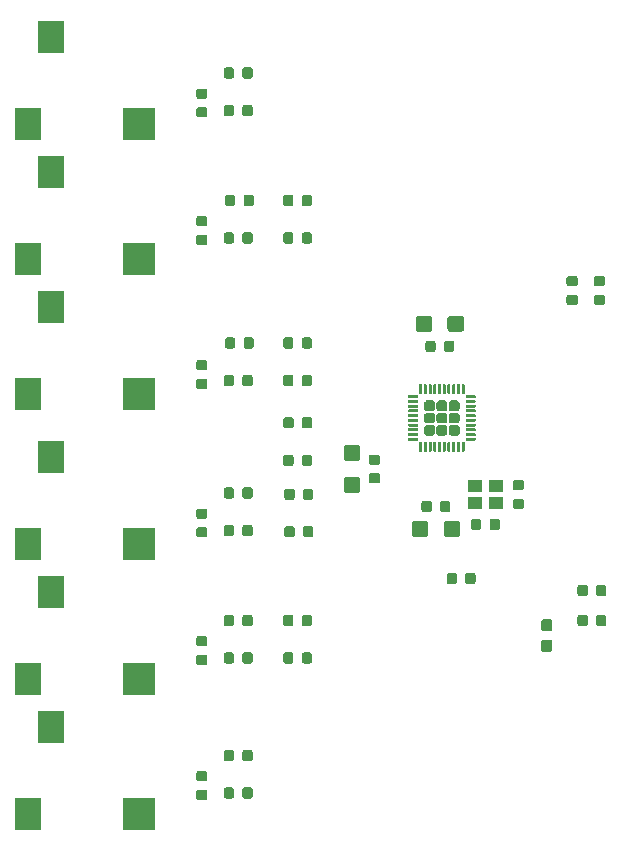
<source format=gbr>
G04 #@! TF.GenerationSoftware,KiCad,Pcbnew,(5.1.5)-3*
G04 #@! TF.CreationDate,2020-02-29T11:10:58+11:00*
G04 #@! TF.ProjectId,ADE7816_Breakout,41444537-3831-4365-9f42-7265616b6f75,rev?*
G04 #@! TF.SameCoordinates,Original*
G04 #@! TF.FileFunction,Paste,Top*
G04 #@! TF.FilePolarity,Positive*
%FSLAX46Y46*%
G04 Gerber Fmt 4.6, Leading zero omitted, Abs format (unit mm)*
G04 Created by KiCad (PCBNEW (5.1.5)-3) date 2020-02-29 11:10:58*
%MOMM*%
%LPD*%
G04 APERTURE LIST*
%ADD10C,0.100000*%
%ADD11R,1.150000X1.000000*%
%ADD12R,2.800000X2.800000*%
%ADD13R,2.200000X2.800000*%
G04 APERTURE END LIST*
D10*
G36*
X134873626Y-66020301D02*
G01*
X134879693Y-66021201D01*
X134885643Y-66022691D01*
X134891418Y-66024758D01*
X134896962Y-66027380D01*
X134902223Y-66030533D01*
X134907150Y-66034187D01*
X134911694Y-66038306D01*
X134915813Y-66042850D01*
X134919467Y-66047777D01*
X134922620Y-66053038D01*
X134925242Y-66058582D01*
X134927309Y-66064357D01*
X134928799Y-66070307D01*
X134929699Y-66076374D01*
X134930000Y-66082500D01*
X134930000Y-66207500D01*
X134929699Y-66213626D01*
X134928799Y-66219693D01*
X134927309Y-66225643D01*
X134925242Y-66231418D01*
X134922620Y-66236962D01*
X134919467Y-66242223D01*
X134915813Y-66247150D01*
X134911694Y-66251694D01*
X134907150Y-66255813D01*
X134902223Y-66259467D01*
X134896962Y-66262620D01*
X134891418Y-66265242D01*
X134885643Y-66267309D01*
X134879693Y-66268799D01*
X134873626Y-66269699D01*
X134867500Y-66270000D01*
X134167500Y-66270000D01*
X134161374Y-66269699D01*
X134155307Y-66268799D01*
X134149357Y-66267309D01*
X134143582Y-66265242D01*
X134138038Y-66262620D01*
X134132777Y-66259467D01*
X134127850Y-66255813D01*
X134123306Y-66251694D01*
X134119187Y-66247150D01*
X134115533Y-66242223D01*
X134112380Y-66236962D01*
X134109758Y-66231418D01*
X134107691Y-66225643D01*
X134106201Y-66219693D01*
X134105301Y-66213626D01*
X134105000Y-66207500D01*
X134105000Y-66082500D01*
X134105301Y-66076374D01*
X134106201Y-66070307D01*
X134107691Y-66064357D01*
X134109758Y-66058582D01*
X134112380Y-66053038D01*
X134115533Y-66047777D01*
X134119187Y-66042850D01*
X134123306Y-66038306D01*
X134127850Y-66034187D01*
X134132777Y-66030533D01*
X134138038Y-66027380D01*
X134143582Y-66024758D01*
X134149357Y-66022691D01*
X134155307Y-66021201D01*
X134161374Y-66020301D01*
X134167500Y-66020000D01*
X134867500Y-66020000D01*
X134873626Y-66020301D01*
G37*
G36*
X134873626Y-66420301D02*
G01*
X134879693Y-66421201D01*
X134885643Y-66422691D01*
X134891418Y-66424758D01*
X134896962Y-66427380D01*
X134902223Y-66430533D01*
X134907150Y-66434187D01*
X134911694Y-66438306D01*
X134915813Y-66442850D01*
X134919467Y-66447777D01*
X134922620Y-66453038D01*
X134925242Y-66458582D01*
X134927309Y-66464357D01*
X134928799Y-66470307D01*
X134929699Y-66476374D01*
X134930000Y-66482500D01*
X134930000Y-66607500D01*
X134929699Y-66613626D01*
X134928799Y-66619693D01*
X134927309Y-66625643D01*
X134925242Y-66631418D01*
X134922620Y-66636962D01*
X134919467Y-66642223D01*
X134915813Y-66647150D01*
X134911694Y-66651694D01*
X134907150Y-66655813D01*
X134902223Y-66659467D01*
X134896962Y-66662620D01*
X134891418Y-66665242D01*
X134885643Y-66667309D01*
X134879693Y-66668799D01*
X134873626Y-66669699D01*
X134867500Y-66670000D01*
X134167500Y-66670000D01*
X134161374Y-66669699D01*
X134155307Y-66668799D01*
X134149357Y-66667309D01*
X134143582Y-66665242D01*
X134138038Y-66662620D01*
X134132777Y-66659467D01*
X134127850Y-66655813D01*
X134123306Y-66651694D01*
X134119187Y-66647150D01*
X134115533Y-66642223D01*
X134112380Y-66636962D01*
X134109758Y-66631418D01*
X134107691Y-66625643D01*
X134106201Y-66619693D01*
X134105301Y-66613626D01*
X134105000Y-66607500D01*
X134105000Y-66482500D01*
X134105301Y-66476374D01*
X134106201Y-66470307D01*
X134107691Y-66464357D01*
X134109758Y-66458582D01*
X134112380Y-66453038D01*
X134115533Y-66447777D01*
X134119187Y-66442850D01*
X134123306Y-66438306D01*
X134127850Y-66434187D01*
X134132777Y-66430533D01*
X134138038Y-66427380D01*
X134143582Y-66424758D01*
X134149357Y-66422691D01*
X134155307Y-66421201D01*
X134161374Y-66420301D01*
X134167500Y-66420000D01*
X134867500Y-66420000D01*
X134873626Y-66420301D01*
G37*
G36*
X134873626Y-66820301D02*
G01*
X134879693Y-66821201D01*
X134885643Y-66822691D01*
X134891418Y-66824758D01*
X134896962Y-66827380D01*
X134902223Y-66830533D01*
X134907150Y-66834187D01*
X134911694Y-66838306D01*
X134915813Y-66842850D01*
X134919467Y-66847777D01*
X134922620Y-66853038D01*
X134925242Y-66858582D01*
X134927309Y-66864357D01*
X134928799Y-66870307D01*
X134929699Y-66876374D01*
X134930000Y-66882500D01*
X134930000Y-67007500D01*
X134929699Y-67013626D01*
X134928799Y-67019693D01*
X134927309Y-67025643D01*
X134925242Y-67031418D01*
X134922620Y-67036962D01*
X134919467Y-67042223D01*
X134915813Y-67047150D01*
X134911694Y-67051694D01*
X134907150Y-67055813D01*
X134902223Y-67059467D01*
X134896962Y-67062620D01*
X134891418Y-67065242D01*
X134885643Y-67067309D01*
X134879693Y-67068799D01*
X134873626Y-67069699D01*
X134867500Y-67070000D01*
X134167500Y-67070000D01*
X134161374Y-67069699D01*
X134155307Y-67068799D01*
X134149357Y-67067309D01*
X134143582Y-67065242D01*
X134138038Y-67062620D01*
X134132777Y-67059467D01*
X134127850Y-67055813D01*
X134123306Y-67051694D01*
X134119187Y-67047150D01*
X134115533Y-67042223D01*
X134112380Y-67036962D01*
X134109758Y-67031418D01*
X134107691Y-67025643D01*
X134106201Y-67019693D01*
X134105301Y-67013626D01*
X134105000Y-67007500D01*
X134105000Y-66882500D01*
X134105301Y-66876374D01*
X134106201Y-66870307D01*
X134107691Y-66864357D01*
X134109758Y-66858582D01*
X134112380Y-66853038D01*
X134115533Y-66847777D01*
X134119187Y-66842850D01*
X134123306Y-66838306D01*
X134127850Y-66834187D01*
X134132777Y-66830533D01*
X134138038Y-66827380D01*
X134143582Y-66824758D01*
X134149357Y-66822691D01*
X134155307Y-66821201D01*
X134161374Y-66820301D01*
X134167500Y-66820000D01*
X134867500Y-66820000D01*
X134873626Y-66820301D01*
G37*
G36*
X134873626Y-67220301D02*
G01*
X134879693Y-67221201D01*
X134885643Y-67222691D01*
X134891418Y-67224758D01*
X134896962Y-67227380D01*
X134902223Y-67230533D01*
X134907150Y-67234187D01*
X134911694Y-67238306D01*
X134915813Y-67242850D01*
X134919467Y-67247777D01*
X134922620Y-67253038D01*
X134925242Y-67258582D01*
X134927309Y-67264357D01*
X134928799Y-67270307D01*
X134929699Y-67276374D01*
X134930000Y-67282500D01*
X134930000Y-67407500D01*
X134929699Y-67413626D01*
X134928799Y-67419693D01*
X134927309Y-67425643D01*
X134925242Y-67431418D01*
X134922620Y-67436962D01*
X134919467Y-67442223D01*
X134915813Y-67447150D01*
X134911694Y-67451694D01*
X134907150Y-67455813D01*
X134902223Y-67459467D01*
X134896962Y-67462620D01*
X134891418Y-67465242D01*
X134885643Y-67467309D01*
X134879693Y-67468799D01*
X134873626Y-67469699D01*
X134867500Y-67470000D01*
X134167500Y-67470000D01*
X134161374Y-67469699D01*
X134155307Y-67468799D01*
X134149357Y-67467309D01*
X134143582Y-67465242D01*
X134138038Y-67462620D01*
X134132777Y-67459467D01*
X134127850Y-67455813D01*
X134123306Y-67451694D01*
X134119187Y-67447150D01*
X134115533Y-67442223D01*
X134112380Y-67436962D01*
X134109758Y-67431418D01*
X134107691Y-67425643D01*
X134106201Y-67419693D01*
X134105301Y-67413626D01*
X134105000Y-67407500D01*
X134105000Y-67282500D01*
X134105301Y-67276374D01*
X134106201Y-67270307D01*
X134107691Y-67264357D01*
X134109758Y-67258582D01*
X134112380Y-67253038D01*
X134115533Y-67247777D01*
X134119187Y-67242850D01*
X134123306Y-67238306D01*
X134127850Y-67234187D01*
X134132777Y-67230533D01*
X134138038Y-67227380D01*
X134143582Y-67224758D01*
X134149357Y-67222691D01*
X134155307Y-67221201D01*
X134161374Y-67220301D01*
X134167500Y-67220000D01*
X134867500Y-67220000D01*
X134873626Y-67220301D01*
G37*
G36*
X134873626Y-67620301D02*
G01*
X134879693Y-67621201D01*
X134885643Y-67622691D01*
X134891418Y-67624758D01*
X134896962Y-67627380D01*
X134902223Y-67630533D01*
X134907150Y-67634187D01*
X134911694Y-67638306D01*
X134915813Y-67642850D01*
X134919467Y-67647777D01*
X134922620Y-67653038D01*
X134925242Y-67658582D01*
X134927309Y-67664357D01*
X134928799Y-67670307D01*
X134929699Y-67676374D01*
X134930000Y-67682500D01*
X134930000Y-67807500D01*
X134929699Y-67813626D01*
X134928799Y-67819693D01*
X134927309Y-67825643D01*
X134925242Y-67831418D01*
X134922620Y-67836962D01*
X134919467Y-67842223D01*
X134915813Y-67847150D01*
X134911694Y-67851694D01*
X134907150Y-67855813D01*
X134902223Y-67859467D01*
X134896962Y-67862620D01*
X134891418Y-67865242D01*
X134885643Y-67867309D01*
X134879693Y-67868799D01*
X134873626Y-67869699D01*
X134867500Y-67870000D01*
X134167500Y-67870000D01*
X134161374Y-67869699D01*
X134155307Y-67868799D01*
X134149357Y-67867309D01*
X134143582Y-67865242D01*
X134138038Y-67862620D01*
X134132777Y-67859467D01*
X134127850Y-67855813D01*
X134123306Y-67851694D01*
X134119187Y-67847150D01*
X134115533Y-67842223D01*
X134112380Y-67836962D01*
X134109758Y-67831418D01*
X134107691Y-67825643D01*
X134106201Y-67819693D01*
X134105301Y-67813626D01*
X134105000Y-67807500D01*
X134105000Y-67682500D01*
X134105301Y-67676374D01*
X134106201Y-67670307D01*
X134107691Y-67664357D01*
X134109758Y-67658582D01*
X134112380Y-67653038D01*
X134115533Y-67647777D01*
X134119187Y-67642850D01*
X134123306Y-67638306D01*
X134127850Y-67634187D01*
X134132777Y-67630533D01*
X134138038Y-67627380D01*
X134143582Y-67624758D01*
X134149357Y-67622691D01*
X134155307Y-67621201D01*
X134161374Y-67620301D01*
X134167500Y-67620000D01*
X134867500Y-67620000D01*
X134873626Y-67620301D01*
G37*
G36*
X134873626Y-68020301D02*
G01*
X134879693Y-68021201D01*
X134885643Y-68022691D01*
X134891418Y-68024758D01*
X134896962Y-68027380D01*
X134902223Y-68030533D01*
X134907150Y-68034187D01*
X134911694Y-68038306D01*
X134915813Y-68042850D01*
X134919467Y-68047777D01*
X134922620Y-68053038D01*
X134925242Y-68058582D01*
X134927309Y-68064357D01*
X134928799Y-68070307D01*
X134929699Y-68076374D01*
X134930000Y-68082500D01*
X134930000Y-68207500D01*
X134929699Y-68213626D01*
X134928799Y-68219693D01*
X134927309Y-68225643D01*
X134925242Y-68231418D01*
X134922620Y-68236962D01*
X134919467Y-68242223D01*
X134915813Y-68247150D01*
X134911694Y-68251694D01*
X134907150Y-68255813D01*
X134902223Y-68259467D01*
X134896962Y-68262620D01*
X134891418Y-68265242D01*
X134885643Y-68267309D01*
X134879693Y-68268799D01*
X134873626Y-68269699D01*
X134867500Y-68270000D01*
X134167500Y-68270000D01*
X134161374Y-68269699D01*
X134155307Y-68268799D01*
X134149357Y-68267309D01*
X134143582Y-68265242D01*
X134138038Y-68262620D01*
X134132777Y-68259467D01*
X134127850Y-68255813D01*
X134123306Y-68251694D01*
X134119187Y-68247150D01*
X134115533Y-68242223D01*
X134112380Y-68236962D01*
X134109758Y-68231418D01*
X134107691Y-68225643D01*
X134106201Y-68219693D01*
X134105301Y-68213626D01*
X134105000Y-68207500D01*
X134105000Y-68082500D01*
X134105301Y-68076374D01*
X134106201Y-68070307D01*
X134107691Y-68064357D01*
X134109758Y-68058582D01*
X134112380Y-68053038D01*
X134115533Y-68047777D01*
X134119187Y-68042850D01*
X134123306Y-68038306D01*
X134127850Y-68034187D01*
X134132777Y-68030533D01*
X134138038Y-68027380D01*
X134143582Y-68024758D01*
X134149357Y-68022691D01*
X134155307Y-68021201D01*
X134161374Y-68020301D01*
X134167500Y-68020000D01*
X134867500Y-68020000D01*
X134873626Y-68020301D01*
G37*
G36*
X134873626Y-68420301D02*
G01*
X134879693Y-68421201D01*
X134885643Y-68422691D01*
X134891418Y-68424758D01*
X134896962Y-68427380D01*
X134902223Y-68430533D01*
X134907150Y-68434187D01*
X134911694Y-68438306D01*
X134915813Y-68442850D01*
X134919467Y-68447777D01*
X134922620Y-68453038D01*
X134925242Y-68458582D01*
X134927309Y-68464357D01*
X134928799Y-68470307D01*
X134929699Y-68476374D01*
X134930000Y-68482500D01*
X134930000Y-68607500D01*
X134929699Y-68613626D01*
X134928799Y-68619693D01*
X134927309Y-68625643D01*
X134925242Y-68631418D01*
X134922620Y-68636962D01*
X134919467Y-68642223D01*
X134915813Y-68647150D01*
X134911694Y-68651694D01*
X134907150Y-68655813D01*
X134902223Y-68659467D01*
X134896962Y-68662620D01*
X134891418Y-68665242D01*
X134885643Y-68667309D01*
X134879693Y-68668799D01*
X134873626Y-68669699D01*
X134867500Y-68670000D01*
X134167500Y-68670000D01*
X134161374Y-68669699D01*
X134155307Y-68668799D01*
X134149357Y-68667309D01*
X134143582Y-68665242D01*
X134138038Y-68662620D01*
X134132777Y-68659467D01*
X134127850Y-68655813D01*
X134123306Y-68651694D01*
X134119187Y-68647150D01*
X134115533Y-68642223D01*
X134112380Y-68636962D01*
X134109758Y-68631418D01*
X134107691Y-68625643D01*
X134106201Y-68619693D01*
X134105301Y-68613626D01*
X134105000Y-68607500D01*
X134105000Y-68482500D01*
X134105301Y-68476374D01*
X134106201Y-68470307D01*
X134107691Y-68464357D01*
X134109758Y-68458582D01*
X134112380Y-68453038D01*
X134115533Y-68447777D01*
X134119187Y-68442850D01*
X134123306Y-68438306D01*
X134127850Y-68434187D01*
X134132777Y-68430533D01*
X134138038Y-68427380D01*
X134143582Y-68424758D01*
X134149357Y-68422691D01*
X134155307Y-68421201D01*
X134161374Y-68420301D01*
X134167500Y-68420000D01*
X134867500Y-68420000D01*
X134873626Y-68420301D01*
G37*
G36*
X134873626Y-68820301D02*
G01*
X134879693Y-68821201D01*
X134885643Y-68822691D01*
X134891418Y-68824758D01*
X134896962Y-68827380D01*
X134902223Y-68830533D01*
X134907150Y-68834187D01*
X134911694Y-68838306D01*
X134915813Y-68842850D01*
X134919467Y-68847777D01*
X134922620Y-68853038D01*
X134925242Y-68858582D01*
X134927309Y-68864357D01*
X134928799Y-68870307D01*
X134929699Y-68876374D01*
X134930000Y-68882500D01*
X134930000Y-69007500D01*
X134929699Y-69013626D01*
X134928799Y-69019693D01*
X134927309Y-69025643D01*
X134925242Y-69031418D01*
X134922620Y-69036962D01*
X134919467Y-69042223D01*
X134915813Y-69047150D01*
X134911694Y-69051694D01*
X134907150Y-69055813D01*
X134902223Y-69059467D01*
X134896962Y-69062620D01*
X134891418Y-69065242D01*
X134885643Y-69067309D01*
X134879693Y-69068799D01*
X134873626Y-69069699D01*
X134867500Y-69070000D01*
X134167500Y-69070000D01*
X134161374Y-69069699D01*
X134155307Y-69068799D01*
X134149357Y-69067309D01*
X134143582Y-69065242D01*
X134138038Y-69062620D01*
X134132777Y-69059467D01*
X134127850Y-69055813D01*
X134123306Y-69051694D01*
X134119187Y-69047150D01*
X134115533Y-69042223D01*
X134112380Y-69036962D01*
X134109758Y-69031418D01*
X134107691Y-69025643D01*
X134106201Y-69019693D01*
X134105301Y-69013626D01*
X134105000Y-69007500D01*
X134105000Y-68882500D01*
X134105301Y-68876374D01*
X134106201Y-68870307D01*
X134107691Y-68864357D01*
X134109758Y-68858582D01*
X134112380Y-68853038D01*
X134115533Y-68847777D01*
X134119187Y-68842850D01*
X134123306Y-68838306D01*
X134127850Y-68834187D01*
X134132777Y-68830533D01*
X134138038Y-68827380D01*
X134143582Y-68824758D01*
X134149357Y-68822691D01*
X134155307Y-68821201D01*
X134161374Y-68820301D01*
X134167500Y-68820000D01*
X134867500Y-68820000D01*
X134873626Y-68820301D01*
G37*
G36*
X134873626Y-69220301D02*
G01*
X134879693Y-69221201D01*
X134885643Y-69222691D01*
X134891418Y-69224758D01*
X134896962Y-69227380D01*
X134902223Y-69230533D01*
X134907150Y-69234187D01*
X134911694Y-69238306D01*
X134915813Y-69242850D01*
X134919467Y-69247777D01*
X134922620Y-69253038D01*
X134925242Y-69258582D01*
X134927309Y-69264357D01*
X134928799Y-69270307D01*
X134929699Y-69276374D01*
X134930000Y-69282500D01*
X134930000Y-69407500D01*
X134929699Y-69413626D01*
X134928799Y-69419693D01*
X134927309Y-69425643D01*
X134925242Y-69431418D01*
X134922620Y-69436962D01*
X134919467Y-69442223D01*
X134915813Y-69447150D01*
X134911694Y-69451694D01*
X134907150Y-69455813D01*
X134902223Y-69459467D01*
X134896962Y-69462620D01*
X134891418Y-69465242D01*
X134885643Y-69467309D01*
X134879693Y-69468799D01*
X134873626Y-69469699D01*
X134867500Y-69470000D01*
X134167500Y-69470000D01*
X134161374Y-69469699D01*
X134155307Y-69468799D01*
X134149357Y-69467309D01*
X134143582Y-69465242D01*
X134138038Y-69462620D01*
X134132777Y-69459467D01*
X134127850Y-69455813D01*
X134123306Y-69451694D01*
X134119187Y-69447150D01*
X134115533Y-69442223D01*
X134112380Y-69436962D01*
X134109758Y-69431418D01*
X134107691Y-69425643D01*
X134106201Y-69419693D01*
X134105301Y-69413626D01*
X134105000Y-69407500D01*
X134105000Y-69282500D01*
X134105301Y-69276374D01*
X134106201Y-69270307D01*
X134107691Y-69264357D01*
X134109758Y-69258582D01*
X134112380Y-69253038D01*
X134115533Y-69247777D01*
X134119187Y-69242850D01*
X134123306Y-69238306D01*
X134127850Y-69234187D01*
X134132777Y-69230533D01*
X134138038Y-69227380D01*
X134143582Y-69224758D01*
X134149357Y-69222691D01*
X134155307Y-69221201D01*
X134161374Y-69220301D01*
X134167500Y-69220000D01*
X134867500Y-69220000D01*
X134873626Y-69220301D01*
G37*
G36*
X134873626Y-69620301D02*
G01*
X134879693Y-69621201D01*
X134885643Y-69622691D01*
X134891418Y-69624758D01*
X134896962Y-69627380D01*
X134902223Y-69630533D01*
X134907150Y-69634187D01*
X134911694Y-69638306D01*
X134915813Y-69642850D01*
X134919467Y-69647777D01*
X134922620Y-69653038D01*
X134925242Y-69658582D01*
X134927309Y-69664357D01*
X134928799Y-69670307D01*
X134929699Y-69676374D01*
X134930000Y-69682500D01*
X134930000Y-69807500D01*
X134929699Y-69813626D01*
X134928799Y-69819693D01*
X134927309Y-69825643D01*
X134925242Y-69831418D01*
X134922620Y-69836962D01*
X134919467Y-69842223D01*
X134915813Y-69847150D01*
X134911694Y-69851694D01*
X134907150Y-69855813D01*
X134902223Y-69859467D01*
X134896962Y-69862620D01*
X134891418Y-69865242D01*
X134885643Y-69867309D01*
X134879693Y-69868799D01*
X134873626Y-69869699D01*
X134867500Y-69870000D01*
X134167500Y-69870000D01*
X134161374Y-69869699D01*
X134155307Y-69868799D01*
X134149357Y-69867309D01*
X134143582Y-69865242D01*
X134138038Y-69862620D01*
X134132777Y-69859467D01*
X134127850Y-69855813D01*
X134123306Y-69851694D01*
X134119187Y-69847150D01*
X134115533Y-69842223D01*
X134112380Y-69836962D01*
X134109758Y-69831418D01*
X134107691Y-69825643D01*
X134106201Y-69819693D01*
X134105301Y-69813626D01*
X134105000Y-69807500D01*
X134105000Y-69682500D01*
X134105301Y-69676374D01*
X134106201Y-69670307D01*
X134107691Y-69664357D01*
X134109758Y-69658582D01*
X134112380Y-69653038D01*
X134115533Y-69647777D01*
X134119187Y-69642850D01*
X134123306Y-69638306D01*
X134127850Y-69634187D01*
X134132777Y-69630533D01*
X134138038Y-69627380D01*
X134143582Y-69624758D01*
X134149357Y-69622691D01*
X134155307Y-69621201D01*
X134161374Y-69620301D01*
X134167500Y-69620000D01*
X134867500Y-69620000D01*
X134873626Y-69620301D01*
G37*
G36*
X133948626Y-69970301D02*
G01*
X133954693Y-69971201D01*
X133960643Y-69972691D01*
X133966418Y-69974758D01*
X133971962Y-69977380D01*
X133977223Y-69980533D01*
X133982150Y-69984187D01*
X133986694Y-69988306D01*
X133990813Y-69992850D01*
X133994467Y-69997777D01*
X133997620Y-70003038D01*
X134000242Y-70008582D01*
X134002309Y-70014357D01*
X134003799Y-70020307D01*
X134004699Y-70026374D01*
X134005000Y-70032500D01*
X134005000Y-70732500D01*
X134004699Y-70738626D01*
X134003799Y-70744693D01*
X134002309Y-70750643D01*
X134000242Y-70756418D01*
X133997620Y-70761962D01*
X133994467Y-70767223D01*
X133990813Y-70772150D01*
X133986694Y-70776694D01*
X133982150Y-70780813D01*
X133977223Y-70784467D01*
X133971962Y-70787620D01*
X133966418Y-70790242D01*
X133960643Y-70792309D01*
X133954693Y-70793799D01*
X133948626Y-70794699D01*
X133942500Y-70795000D01*
X133817500Y-70795000D01*
X133811374Y-70794699D01*
X133805307Y-70793799D01*
X133799357Y-70792309D01*
X133793582Y-70790242D01*
X133788038Y-70787620D01*
X133782777Y-70784467D01*
X133777850Y-70780813D01*
X133773306Y-70776694D01*
X133769187Y-70772150D01*
X133765533Y-70767223D01*
X133762380Y-70761962D01*
X133759758Y-70756418D01*
X133757691Y-70750643D01*
X133756201Y-70744693D01*
X133755301Y-70738626D01*
X133755000Y-70732500D01*
X133755000Y-70032500D01*
X133755301Y-70026374D01*
X133756201Y-70020307D01*
X133757691Y-70014357D01*
X133759758Y-70008582D01*
X133762380Y-70003038D01*
X133765533Y-69997777D01*
X133769187Y-69992850D01*
X133773306Y-69988306D01*
X133777850Y-69984187D01*
X133782777Y-69980533D01*
X133788038Y-69977380D01*
X133793582Y-69974758D01*
X133799357Y-69972691D01*
X133805307Y-69971201D01*
X133811374Y-69970301D01*
X133817500Y-69970000D01*
X133942500Y-69970000D01*
X133948626Y-69970301D01*
G37*
G36*
X133548626Y-69970301D02*
G01*
X133554693Y-69971201D01*
X133560643Y-69972691D01*
X133566418Y-69974758D01*
X133571962Y-69977380D01*
X133577223Y-69980533D01*
X133582150Y-69984187D01*
X133586694Y-69988306D01*
X133590813Y-69992850D01*
X133594467Y-69997777D01*
X133597620Y-70003038D01*
X133600242Y-70008582D01*
X133602309Y-70014357D01*
X133603799Y-70020307D01*
X133604699Y-70026374D01*
X133605000Y-70032500D01*
X133605000Y-70732500D01*
X133604699Y-70738626D01*
X133603799Y-70744693D01*
X133602309Y-70750643D01*
X133600242Y-70756418D01*
X133597620Y-70761962D01*
X133594467Y-70767223D01*
X133590813Y-70772150D01*
X133586694Y-70776694D01*
X133582150Y-70780813D01*
X133577223Y-70784467D01*
X133571962Y-70787620D01*
X133566418Y-70790242D01*
X133560643Y-70792309D01*
X133554693Y-70793799D01*
X133548626Y-70794699D01*
X133542500Y-70795000D01*
X133417500Y-70795000D01*
X133411374Y-70794699D01*
X133405307Y-70793799D01*
X133399357Y-70792309D01*
X133393582Y-70790242D01*
X133388038Y-70787620D01*
X133382777Y-70784467D01*
X133377850Y-70780813D01*
X133373306Y-70776694D01*
X133369187Y-70772150D01*
X133365533Y-70767223D01*
X133362380Y-70761962D01*
X133359758Y-70756418D01*
X133357691Y-70750643D01*
X133356201Y-70744693D01*
X133355301Y-70738626D01*
X133355000Y-70732500D01*
X133355000Y-70032500D01*
X133355301Y-70026374D01*
X133356201Y-70020307D01*
X133357691Y-70014357D01*
X133359758Y-70008582D01*
X133362380Y-70003038D01*
X133365533Y-69997777D01*
X133369187Y-69992850D01*
X133373306Y-69988306D01*
X133377850Y-69984187D01*
X133382777Y-69980533D01*
X133388038Y-69977380D01*
X133393582Y-69974758D01*
X133399357Y-69972691D01*
X133405307Y-69971201D01*
X133411374Y-69970301D01*
X133417500Y-69970000D01*
X133542500Y-69970000D01*
X133548626Y-69970301D01*
G37*
G36*
X133148626Y-69970301D02*
G01*
X133154693Y-69971201D01*
X133160643Y-69972691D01*
X133166418Y-69974758D01*
X133171962Y-69977380D01*
X133177223Y-69980533D01*
X133182150Y-69984187D01*
X133186694Y-69988306D01*
X133190813Y-69992850D01*
X133194467Y-69997777D01*
X133197620Y-70003038D01*
X133200242Y-70008582D01*
X133202309Y-70014357D01*
X133203799Y-70020307D01*
X133204699Y-70026374D01*
X133205000Y-70032500D01*
X133205000Y-70732500D01*
X133204699Y-70738626D01*
X133203799Y-70744693D01*
X133202309Y-70750643D01*
X133200242Y-70756418D01*
X133197620Y-70761962D01*
X133194467Y-70767223D01*
X133190813Y-70772150D01*
X133186694Y-70776694D01*
X133182150Y-70780813D01*
X133177223Y-70784467D01*
X133171962Y-70787620D01*
X133166418Y-70790242D01*
X133160643Y-70792309D01*
X133154693Y-70793799D01*
X133148626Y-70794699D01*
X133142500Y-70795000D01*
X133017500Y-70795000D01*
X133011374Y-70794699D01*
X133005307Y-70793799D01*
X132999357Y-70792309D01*
X132993582Y-70790242D01*
X132988038Y-70787620D01*
X132982777Y-70784467D01*
X132977850Y-70780813D01*
X132973306Y-70776694D01*
X132969187Y-70772150D01*
X132965533Y-70767223D01*
X132962380Y-70761962D01*
X132959758Y-70756418D01*
X132957691Y-70750643D01*
X132956201Y-70744693D01*
X132955301Y-70738626D01*
X132955000Y-70732500D01*
X132955000Y-70032500D01*
X132955301Y-70026374D01*
X132956201Y-70020307D01*
X132957691Y-70014357D01*
X132959758Y-70008582D01*
X132962380Y-70003038D01*
X132965533Y-69997777D01*
X132969187Y-69992850D01*
X132973306Y-69988306D01*
X132977850Y-69984187D01*
X132982777Y-69980533D01*
X132988038Y-69977380D01*
X132993582Y-69974758D01*
X132999357Y-69972691D01*
X133005307Y-69971201D01*
X133011374Y-69970301D01*
X133017500Y-69970000D01*
X133142500Y-69970000D01*
X133148626Y-69970301D01*
G37*
G36*
X132748626Y-69970301D02*
G01*
X132754693Y-69971201D01*
X132760643Y-69972691D01*
X132766418Y-69974758D01*
X132771962Y-69977380D01*
X132777223Y-69980533D01*
X132782150Y-69984187D01*
X132786694Y-69988306D01*
X132790813Y-69992850D01*
X132794467Y-69997777D01*
X132797620Y-70003038D01*
X132800242Y-70008582D01*
X132802309Y-70014357D01*
X132803799Y-70020307D01*
X132804699Y-70026374D01*
X132805000Y-70032500D01*
X132805000Y-70732500D01*
X132804699Y-70738626D01*
X132803799Y-70744693D01*
X132802309Y-70750643D01*
X132800242Y-70756418D01*
X132797620Y-70761962D01*
X132794467Y-70767223D01*
X132790813Y-70772150D01*
X132786694Y-70776694D01*
X132782150Y-70780813D01*
X132777223Y-70784467D01*
X132771962Y-70787620D01*
X132766418Y-70790242D01*
X132760643Y-70792309D01*
X132754693Y-70793799D01*
X132748626Y-70794699D01*
X132742500Y-70795000D01*
X132617500Y-70795000D01*
X132611374Y-70794699D01*
X132605307Y-70793799D01*
X132599357Y-70792309D01*
X132593582Y-70790242D01*
X132588038Y-70787620D01*
X132582777Y-70784467D01*
X132577850Y-70780813D01*
X132573306Y-70776694D01*
X132569187Y-70772150D01*
X132565533Y-70767223D01*
X132562380Y-70761962D01*
X132559758Y-70756418D01*
X132557691Y-70750643D01*
X132556201Y-70744693D01*
X132555301Y-70738626D01*
X132555000Y-70732500D01*
X132555000Y-70032500D01*
X132555301Y-70026374D01*
X132556201Y-70020307D01*
X132557691Y-70014357D01*
X132559758Y-70008582D01*
X132562380Y-70003038D01*
X132565533Y-69997777D01*
X132569187Y-69992850D01*
X132573306Y-69988306D01*
X132577850Y-69984187D01*
X132582777Y-69980533D01*
X132588038Y-69977380D01*
X132593582Y-69974758D01*
X132599357Y-69972691D01*
X132605307Y-69971201D01*
X132611374Y-69970301D01*
X132617500Y-69970000D01*
X132742500Y-69970000D01*
X132748626Y-69970301D01*
G37*
G36*
X132348626Y-69970301D02*
G01*
X132354693Y-69971201D01*
X132360643Y-69972691D01*
X132366418Y-69974758D01*
X132371962Y-69977380D01*
X132377223Y-69980533D01*
X132382150Y-69984187D01*
X132386694Y-69988306D01*
X132390813Y-69992850D01*
X132394467Y-69997777D01*
X132397620Y-70003038D01*
X132400242Y-70008582D01*
X132402309Y-70014357D01*
X132403799Y-70020307D01*
X132404699Y-70026374D01*
X132405000Y-70032500D01*
X132405000Y-70732500D01*
X132404699Y-70738626D01*
X132403799Y-70744693D01*
X132402309Y-70750643D01*
X132400242Y-70756418D01*
X132397620Y-70761962D01*
X132394467Y-70767223D01*
X132390813Y-70772150D01*
X132386694Y-70776694D01*
X132382150Y-70780813D01*
X132377223Y-70784467D01*
X132371962Y-70787620D01*
X132366418Y-70790242D01*
X132360643Y-70792309D01*
X132354693Y-70793799D01*
X132348626Y-70794699D01*
X132342500Y-70795000D01*
X132217500Y-70795000D01*
X132211374Y-70794699D01*
X132205307Y-70793799D01*
X132199357Y-70792309D01*
X132193582Y-70790242D01*
X132188038Y-70787620D01*
X132182777Y-70784467D01*
X132177850Y-70780813D01*
X132173306Y-70776694D01*
X132169187Y-70772150D01*
X132165533Y-70767223D01*
X132162380Y-70761962D01*
X132159758Y-70756418D01*
X132157691Y-70750643D01*
X132156201Y-70744693D01*
X132155301Y-70738626D01*
X132155000Y-70732500D01*
X132155000Y-70032500D01*
X132155301Y-70026374D01*
X132156201Y-70020307D01*
X132157691Y-70014357D01*
X132159758Y-70008582D01*
X132162380Y-70003038D01*
X132165533Y-69997777D01*
X132169187Y-69992850D01*
X132173306Y-69988306D01*
X132177850Y-69984187D01*
X132182777Y-69980533D01*
X132188038Y-69977380D01*
X132193582Y-69974758D01*
X132199357Y-69972691D01*
X132205307Y-69971201D01*
X132211374Y-69970301D01*
X132217500Y-69970000D01*
X132342500Y-69970000D01*
X132348626Y-69970301D01*
G37*
G36*
X131948626Y-69970301D02*
G01*
X131954693Y-69971201D01*
X131960643Y-69972691D01*
X131966418Y-69974758D01*
X131971962Y-69977380D01*
X131977223Y-69980533D01*
X131982150Y-69984187D01*
X131986694Y-69988306D01*
X131990813Y-69992850D01*
X131994467Y-69997777D01*
X131997620Y-70003038D01*
X132000242Y-70008582D01*
X132002309Y-70014357D01*
X132003799Y-70020307D01*
X132004699Y-70026374D01*
X132005000Y-70032500D01*
X132005000Y-70732500D01*
X132004699Y-70738626D01*
X132003799Y-70744693D01*
X132002309Y-70750643D01*
X132000242Y-70756418D01*
X131997620Y-70761962D01*
X131994467Y-70767223D01*
X131990813Y-70772150D01*
X131986694Y-70776694D01*
X131982150Y-70780813D01*
X131977223Y-70784467D01*
X131971962Y-70787620D01*
X131966418Y-70790242D01*
X131960643Y-70792309D01*
X131954693Y-70793799D01*
X131948626Y-70794699D01*
X131942500Y-70795000D01*
X131817500Y-70795000D01*
X131811374Y-70794699D01*
X131805307Y-70793799D01*
X131799357Y-70792309D01*
X131793582Y-70790242D01*
X131788038Y-70787620D01*
X131782777Y-70784467D01*
X131777850Y-70780813D01*
X131773306Y-70776694D01*
X131769187Y-70772150D01*
X131765533Y-70767223D01*
X131762380Y-70761962D01*
X131759758Y-70756418D01*
X131757691Y-70750643D01*
X131756201Y-70744693D01*
X131755301Y-70738626D01*
X131755000Y-70732500D01*
X131755000Y-70032500D01*
X131755301Y-70026374D01*
X131756201Y-70020307D01*
X131757691Y-70014357D01*
X131759758Y-70008582D01*
X131762380Y-70003038D01*
X131765533Y-69997777D01*
X131769187Y-69992850D01*
X131773306Y-69988306D01*
X131777850Y-69984187D01*
X131782777Y-69980533D01*
X131788038Y-69977380D01*
X131793582Y-69974758D01*
X131799357Y-69972691D01*
X131805307Y-69971201D01*
X131811374Y-69970301D01*
X131817500Y-69970000D01*
X131942500Y-69970000D01*
X131948626Y-69970301D01*
G37*
G36*
X131548626Y-69970301D02*
G01*
X131554693Y-69971201D01*
X131560643Y-69972691D01*
X131566418Y-69974758D01*
X131571962Y-69977380D01*
X131577223Y-69980533D01*
X131582150Y-69984187D01*
X131586694Y-69988306D01*
X131590813Y-69992850D01*
X131594467Y-69997777D01*
X131597620Y-70003038D01*
X131600242Y-70008582D01*
X131602309Y-70014357D01*
X131603799Y-70020307D01*
X131604699Y-70026374D01*
X131605000Y-70032500D01*
X131605000Y-70732500D01*
X131604699Y-70738626D01*
X131603799Y-70744693D01*
X131602309Y-70750643D01*
X131600242Y-70756418D01*
X131597620Y-70761962D01*
X131594467Y-70767223D01*
X131590813Y-70772150D01*
X131586694Y-70776694D01*
X131582150Y-70780813D01*
X131577223Y-70784467D01*
X131571962Y-70787620D01*
X131566418Y-70790242D01*
X131560643Y-70792309D01*
X131554693Y-70793799D01*
X131548626Y-70794699D01*
X131542500Y-70795000D01*
X131417500Y-70795000D01*
X131411374Y-70794699D01*
X131405307Y-70793799D01*
X131399357Y-70792309D01*
X131393582Y-70790242D01*
X131388038Y-70787620D01*
X131382777Y-70784467D01*
X131377850Y-70780813D01*
X131373306Y-70776694D01*
X131369187Y-70772150D01*
X131365533Y-70767223D01*
X131362380Y-70761962D01*
X131359758Y-70756418D01*
X131357691Y-70750643D01*
X131356201Y-70744693D01*
X131355301Y-70738626D01*
X131355000Y-70732500D01*
X131355000Y-70032500D01*
X131355301Y-70026374D01*
X131356201Y-70020307D01*
X131357691Y-70014357D01*
X131359758Y-70008582D01*
X131362380Y-70003038D01*
X131365533Y-69997777D01*
X131369187Y-69992850D01*
X131373306Y-69988306D01*
X131377850Y-69984187D01*
X131382777Y-69980533D01*
X131388038Y-69977380D01*
X131393582Y-69974758D01*
X131399357Y-69972691D01*
X131405307Y-69971201D01*
X131411374Y-69970301D01*
X131417500Y-69970000D01*
X131542500Y-69970000D01*
X131548626Y-69970301D01*
G37*
G36*
X131148626Y-69970301D02*
G01*
X131154693Y-69971201D01*
X131160643Y-69972691D01*
X131166418Y-69974758D01*
X131171962Y-69977380D01*
X131177223Y-69980533D01*
X131182150Y-69984187D01*
X131186694Y-69988306D01*
X131190813Y-69992850D01*
X131194467Y-69997777D01*
X131197620Y-70003038D01*
X131200242Y-70008582D01*
X131202309Y-70014357D01*
X131203799Y-70020307D01*
X131204699Y-70026374D01*
X131205000Y-70032500D01*
X131205000Y-70732500D01*
X131204699Y-70738626D01*
X131203799Y-70744693D01*
X131202309Y-70750643D01*
X131200242Y-70756418D01*
X131197620Y-70761962D01*
X131194467Y-70767223D01*
X131190813Y-70772150D01*
X131186694Y-70776694D01*
X131182150Y-70780813D01*
X131177223Y-70784467D01*
X131171962Y-70787620D01*
X131166418Y-70790242D01*
X131160643Y-70792309D01*
X131154693Y-70793799D01*
X131148626Y-70794699D01*
X131142500Y-70795000D01*
X131017500Y-70795000D01*
X131011374Y-70794699D01*
X131005307Y-70793799D01*
X130999357Y-70792309D01*
X130993582Y-70790242D01*
X130988038Y-70787620D01*
X130982777Y-70784467D01*
X130977850Y-70780813D01*
X130973306Y-70776694D01*
X130969187Y-70772150D01*
X130965533Y-70767223D01*
X130962380Y-70761962D01*
X130959758Y-70756418D01*
X130957691Y-70750643D01*
X130956201Y-70744693D01*
X130955301Y-70738626D01*
X130955000Y-70732500D01*
X130955000Y-70032500D01*
X130955301Y-70026374D01*
X130956201Y-70020307D01*
X130957691Y-70014357D01*
X130959758Y-70008582D01*
X130962380Y-70003038D01*
X130965533Y-69997777D01*
X130969187Y-69992850D01*
X130973306Y-69988306D01*
X130977850Y-69984187D01*
X130982777Y-69980533D01*
X130988038Y-69977380D01*
X130993582Y-69974758D01*
X130999357Y-69972691D01*
X131005307Y-69971201D01*
X131011374Y-69970301D01*
X131017500Y-69970000D01*
X131142500Y-69970000D01*
X131148626Y-69970301D01*
G37*
G36*
X130748626Y-69970301D02*
G01*
X130754693Y-69971201D01*
X130760643Y-69972691D01*
X130766418Y-69974758D01*
X130771962Y-69977380D01*
X130777223Y-69980533D01*
X130782150Y-69984187D01*
X130786694Y-69988306D01*
X130790813Y-69992850D01*
X130794467Y-69997777D01*
X130797620Y-70003038D01*
X130800242Y-70008582D01*
X130802309Y-70014357D01*
X130803799Y-70020307D01*
X130804699Y-70026374D01*
X130805000Y-70032500D01*
X130805000Y-70732500D01*
X130804699Y-70738626D01*
X130803799Y-70744693D01*
X130802309Y-70750643D01*
X130800242Y-70756418D01*
X130797620Y-70761962D01*
X130794467Y-70767223D01*
X130790813Y-70772150D01*
X130786694Y-70776694D01*
X130782150Y-70780813D01*
X130777223Y-70784467D01*
X130771962Y-70787620D01*
X130766418Y-70790242D01*
X130760643Y-70792309D01*
X130754693Y-70793799D01*
X130748626Y-70794699D01*
X130742500Y-70795000D01*
X130617500Y-70795000D01*
X130611374Y-70794699D01*
X130605307Y-70793799D01*
X130599357Y-70792309D01*
X130593582Y-70790242D01*
X130588038Y-70787620D01*
X130582777Y-70784467D01*
X130577850Y-70780813D01*
X130573306Y-70776694D01*
X130569187Y-70772150D01*
X130565533Y-70767223D01*
X130562380Y-70761962D01*
X130559758Y-70756418D01*
X130557691Y-70750643D01*
X130556201Y-70744693D01*
X130555301Y-70738626D01*
X130555000Y-70732500D01*
X130555000Y-70032500D01*
X130555301Y-70026374D01*
X130556201Y-70020307D01*
X130557691Y-70014357D01*
X130559758Y-70008582D01*
X130562380Y-70003038D01*
X130565533Y-69997777D01*
X130569187Y-69992850D01*
X130573306Y-69988306D01*
X130577850Y-69984187D01*
X130582777Y-69980533D01*
X130588038Y-69977380D01*
X130593582Y-69974758D01*
X130599357Y-69972691D01*
X130605307Y-69971201D01*
X130611374Y-69970301D01*
X130617500Y-69970000D01*
X130742500Y-69970000D01*
X130748626Y-69970301D01*
G37*
G36*
X130348626Y-69970301D02*
G01*
X130354693Y-69971201D01*
X130360643Y-69972691D01*
X130366418Y-69974758D01*
X130371962Y-69977380D01*
X130377223Y-69980533D01*
X130382150Y-69984187D01*
X130386694Y-69988306D01*
X130390813Y-69992850D01*
X130394467Y-69997777D01*
X130397620Y-70003038D01*
X130400242Y-70008582D01*
X130402309Y-70014357D01*
X130403799Y-70020307D01*
X130404699Y-70026374D01*
X130405000Y-70032500D01*
X130405000Y-70732500D01*
X130404699Y-70738626D01*
X130403799Y-70744693D01*
X130402309Y-70750643D01*
X130400242Y-70756418D01*
X130397620Y-70761962D01*
X130394467Y-70767223D01*
X130390813Y-70772150D01*
X130386694Y-70776694D01*
X130382150Y-70780813D01*
X130377223Y-70784467D01*
X130371962Y-70787620D01*
X130366418Y-70790242D01*
X130360643Y-70792309D01*
X130354693Y-70793799D01*
X130348626Y-70794699D01*
X130342500Y-70795000D01*
X130217500Y-70795000D01*
X130211374Y-70794699D01*
X130205307Y-70793799D01*
X130199357Y-70792309D01*
X130193582Y-70790242D01*
X130188038Y-70787620D01*
X130182777Y-70784467D01*
X130177850Y-70780813D01*
X130173306Y-70776694D01*
X130169187Y-70772150D01*
X130165533Y-70767223D01*
X130162380Y-70761962D01*
X130159758Y-70756418D01*
X130157691Y-70750643D01*
X130156201Y-70744693D01*
X130155301Y-70738626D01*
X130155000Y-70732500D01*
X130155000Y-70032500D01*
X130155301Y-70026374D01*
X130156201Y-70020307D01*
X130157691Y-70014357D01*
X130159758Y-70008582D01*
X130162380Y-70003038D01*
X130165533Y-69997777D01*
X130169187Y-69992850D01*
X130173306Y-69988306D01*
X130177850Y-69984187D01*
X130182777Y-69980533D01*
X130188038Y-69977380D01*
X130193582Y-69974758D01*
X130199357Y-69972691D01*
X130205307Y-69971201D01*
X130211374Y-69970301D01*
X130217500Y-69970000D01*
X130342500Y-69970000D01*
X130348626Y-69970301D01*
G37*
G36*
X129998626Y-69620301D02*
G01*
X130004693Y-69621201D01*
X130010643Y-69622691D01*
X130016418Y-69624758D01*
X130021962Y-69627380D01*
X130027223Y-69630533D01*
X130032150Y-69634187D01*
X130036694Y-69638306D01*
X130040813Y-69642850D01*
X130044467Y-69647777D01*
X130047620Y-69653038D01*
X130050242Y-69658582D01*
X130052309Y-69664357D01*
X130053799Y-69670307D01*
X130054699Y-69676374D01*
X130055000Y-69682500D01*
X130055000Y-69807500D01*
X130054699Y-69813626D01*
X130053799Y-69819693D01*
X130052309Y-69825643D01*
X130050242Y-69831418D01*
X130047620Y-69836962D01*
X130044467Y-69842223D01*
X130040813Y-69847150D01*
X130036694Y-69851694D01*
X130032150Y-69855813D01*
X130027223Y-69859467D01*
X130021962Y-69862620D01*
X130016418Y-69865242D01*
X130010643Y-69867309D01*
X130004693Y-69868799D01*
X129998626Y-69869699D01*
X129992500Y-69870000D01*
X129292500Y-69870000D01*
X129286374Y-69869699D01*
X129280307Y-69868799D01*
X129274357Y-69867309D01*
X129268582Y-69865242D01*
X129263038Y-69862620D01*
X129257777Y-69859467D01*
X129252850Y-69855813D01*
X129248306Y-69851694D01*
X129244187Y-69847150D01*
X129240533Y-69842223D01*
X129237380Y-69836962D01*
X129234758Y-69831418D01*
X129232691Y-69825643D01*
X129231201Y-69819693D01*
X129230301Y-69813626D01*
X129230000Y-69807500D01*
X129230000Y-69682500D01*
X129230301Y-69676374D01*
X129231201Y-69670307D01*
X129232691Y-69664357D01*
X129234758Y-69658582D01*
X129237380Y-69653038D01*
X129240533Y-69647777D01*
X129244187Y-69642850D01*
X129248306Y-69638306D01*
X129252850Y-69634187D01*
X129257777Y-69630533D01*
X129263038Y-69627380D01*
X129268582Y-69624758D01*
X129274357Y-69622691D01*
X129280307Y-69621201D01*
X129286374Y-69620301D01*
X129292500Y-69620000D01*
X129992500Y-69620000D01*
X129998626Y-69620301D01*
G37*
G36*
X129998626Y-69220301D02*
G01*
X130004693Y-69221201D01*
X130010643Y-69222691D01*
X130016418Y-69224758D01*
X130021962Y-69227380D01*
X130027223Y-69230533D01*
X130032150Y-69234187D01*
X130036694Y-69238306D01*
X130040813Y-69242850D01*
X130044467Y-69247777D01*
X130047620Y-69253038D01*
X130050242Y-69258582D01*
X130052309Y-69264357D01*
X130053799Y-69270307D01*
X130054699Y-69276374D01*
X130055000Y-69282500D01*
X130055000Y-69407500D01*
X130054699Y-69413626D01*
X130053799Y-69419693D01*
X130052309Y-69425643D01*
X130050242Y-69431418D01*
X130047620Y-69436962D01*
X130044467Y-69442223D01*
X130040813Y-69447150D01*
X130036694Y-69451694D01*
X130032150Y-69455813D01*
X130027223Y-69459467D01*
X130021962Y-69462620D01*
X130016418Y-69465242D01*
X130010643Y-69467309D01*
X130004693Y-69468799D01*
X129998626Y-69469699D01*
X129992500Y-69470000D01*
X129292500Y-69470000D01*
X129286374Y-69469699D01*
X129280307Y-69468799D01*
X129274357Y-69467309D01*
X129268582Y-69465242D01*
X129263038Y-69462620D01*
X129257777Y-69459467D01*
X129252850Y-69455813D01*
X129248306Y-69451694D01*
X129244187Y-69447150D01*
X129240533Y-69442223D01*
X129237380Y-69436962D01*
X129234758Y-69431418D01*
X129232691Y-69425643D01*
X129231201Y-69419693D01*
X129230301Y-69413626D01*
X129230000Y-69407500D01*
X129230000Y-69282500D01*
X129230301Y-69276374D01*
X129231201Y-69270307D01*
X129232691Y-69264357D01*
X129234758Y-69258582D01*
X129237380Y-69253038D01*
X129240533Y-69247777D01*
X129244187Y-69242850D01*
X129248306Y-69238306D01*
X129252850Y-69234187D01*
X129257777Y-69230533D01*
X129263038Y-69227380D01*
X129268582Y-69224758D01*
X129274357Y-69222691D01*
X129280307Y-69221201D01*
X129286374Y-69220301D01*
X129292500Y-69220000D01*
X129992500Y-69220000D01*
X129998626Y-69220301D01*
G37*
G36*
X129998626Y-68820301D02*
G01*
X130004693Y-68821201D01*
X130010643Y-68822691D01*
X130016418Y-68824758D01*
X130021962Y-68827380D01*
X130027223Y-68830533D01*
X130032150Y-68834187D01*
X130036694Y-68838306D01*
X130040813Y-68842850D01*
X130044467Y-68847777D01*
X130047620Y-68853038D01*
X130050242Y-68858582D01*
X130052309Y-68864357D01*
X130053799Y-68870307D01*
X130054699Y-68876374D01*
X130055000Y-68882500D01*
X130055000Y-69007500D01*
X130054699Y-69013626D01*
X130053799Y-69019693D01*
X130052309Y-69025643D01*
X130050242Y-69031418D01*
X130047620Y-69036962D01*
X130044467Y-69042223D01*
X130040813Y-69047150D01*
X130036694Y-69051694D01*
X130032150Y-69055813D01*
X130027223Y-69059467D01*
X130021962Y-69062620D01*
X130016418Y-69065242D01*
X130010643Y-69067309D01*
X130004693Y-69068799D01*
X129998626Y-69069699D01*
X129992500Y-69070000D01*
X129292500Y-69070000D01*
X129286374Y-69069699D01*
X129280307Y-69068799D01*
X129274357Y-69067309D01*
X129268582Y-69065242D01*
X129263038Y-69062620D01*
X129257777Y-69059467D01*
X129252850Y-69055813D01*
X129248306Y-69051694D01*
X129244187Y-69047150D01*
X129240533Y-69042223D01*
X129237380Y-69036962D01*
X129234758Y-69031418D01*
X129232691Y-69025643D01*
X129231201Y-69019693D01*
X129230301Y-69013626D01*
X129230000Y-69007500D01*
X129230000Y-68882500D01*
X129230301Y-68876374D01*
X129231201Y-68870307D01*
X129232691Y-68864357D01*
X129234758Y-68858582D01*
X129237380Y-68853038D01*
X129240533Y-68847777D01*
X129244187Y-68842850D01*
X129248306Y-68838306D01*
X129252850Y-68834187D01*
X129257777Y-68830533D01*
X129263038Y-68827380D01*
X129268582Y-68824758D01*
X129274357Y-68822691D01*
X129280307Y-68821201D01*
X129286374Y-68820301D01*
X129292500Y-68820000D01*
X129992500Y-68820000D01*
X129998626Y-68820301D01*
G37*
G36*
X129998626Y-68420301D02*
G01*
X130004693Y-68421201D01*
X130010643Y-68422691D01*
X130016418Y-68424758D01*
X130021962Y-68427380D01*
X130027223Y-68430533D01*
X130032150Y-68434187D01*
X130036694Y-68438306D01*
X130040813Y-68442850D01*
X130044467Y-68447777D01*
X130047620Y-68453038D01*
X130050242Y-68458582D01*
X130052309Y-68464357D01*
X130053799Y-68470307D01*
X130054699Y-68476374D01*
X130055000Y-68482500D01*
X130055000Y-68607500D01*
X130054699Y-68613626D01*
X130053799Y-68619693D01*
X130052309Y-68625643D01*
X130050242Y-68631418D01*
X130047620Y-68636962D01*
X130044467Y-68642223D01*
X130040813Y-68647150D01*
X130036694Y-68651694D01*
X130032150Y-68655813D01*
X130027223Y-68659467D01*
X130021962Y-68662620D01*
X130016418Y-68665242D01*
X130010643Y-68667309D01*
X130004693Y-68668799D01*
X129998626Y-68669699D01*
X129992500Y-68670000D01*
X129292500Y-68670000D01*
X129286374Y-68669699D01*
X129280307Y-68668799D01*
X129274357Y-68667309D01*
X129268582Y-68665242D01*
X129263038Y-68662620D01*
X129257777Y-68659467D01*
X129252850Y-68655813D01*
X129248306Y-68651694D01*
X129244187Y-68647150D01*
X129240533Y-68642223D01*
X129237380Y-68636962D01*
X129234758Y-68631418D01*
X129232691Y-68625643D01*
X129231201Y-68619693D01*
X129230301Y-68613626D01*
X129230000Y-68607500D01*
X129230000Y-68482500D01*
X129230301Y-68476374D01*
X129231201Y-68470307D01*
X129232691Y-68464357D01*
X129234758Y-68458582D01*
X129237380Y-68453038D01*
X129240533Y-68447777D01*
X129244187Y-68442850D01*
X129248306Y-68438306D01*
X129252850Y-68434187D01*
X129257777Y-68430533D01*
X129263038Y-68427380D01*
X129268582Y-68424758D01*
X129274357Y-68422691D01*
X129280307Y-68421201D01*
X129286374Y-68420301D01*
X129292500Y-68420000D01*
X129992500Y-68420000D01*
X129998626Y-68420301D01*
G37*
G36*
X129998626Y-68020301D02*
G01*
X130004693Y-68021201D01*
X130010643Y-68022691D01*
X130016418Y-68024758D01*
X130021962Y-68027380D01*
X130027223Y-68030533D01*
X130032150Y-68034187D01*
X130036694Y-68038306D01*
X130040813Y-68042850D01*
X130044467Y-68047777D01*
X130047620Y-68053038D01*
X130050242Y-68058582D01*
X130052309Y-68064357D01*
X130053799Y-68070307D01*
X130054699Y-68076374D01*
X130055000Y-68082500D01*
X130055000Y-68207500D01*
X130054699Y-68213626D01*
X130053799Y-68219693D01*
X130052309Y-68225643D01*
X130050242Y-68231418D01*
X130047620Y-68236962D01*
X130044467Y-68242223D01*
X130040813Y-68247150D01*
X130036694Y-68251694D01*
X130032150Y-68255813D01*
X130027223Y-68259467D01*
X130021962Y-68262620D01*
X130016418Y-68265242D01*
X130010643Y-68267309D01*
X130004693Y-68268799D01*
X129998626Y-68269699D01*
X129992500Y-68270000D01*
X129292500Y-68270000D01*
X129286374Y-68269699D01*
X129280307Y-68268799D01*
X129274357Y-68267309D01*
X129268582Y-68265242D01*
X129263038Y-68262620D01*
X129257777Y-68259467D01*
X129252850Y-68255813D01*
X129248306Y-68251694D01*
X129244187Y-68247150D01*
X129240533Y-68242223D01*
X129237380Y-68236962D01*
X129234758Y-68231418D01*
X129232691Y-68225643D01*
X129231201Y-68219693D01*
X129230301Y-68213626D01*
X129230000Y-68207500D01*
X129230000Y-68082500D01*
X129230301Y-68076374D01*
X129231201Y-68070307D01*
X129232691Y-68064357D01*
X129234758Y-68058582D01*
X129237380Y-68053038D01*
X129240533Y-68047777D01*
X129244187Y-68042850D01*
X129248306Y-68038306D01*
X129252850Y-68034187D01*
X129257777Y-68030533D01*
X129263038Y-68027380D01*
X129268582Y-68024758D01*
X129274357Y-68022691D01*
X129280307Y-68021201D01*
X129286374Y-68020301D01*
X129292500Y-68020000D01*
X129992500Y-68020000D01*
X129998626Y-68020301D01*
G37*
G36*
X129998626Y-67620301D02*
G01*
X130004693Y-67621201D01*
X130010643Y-67622691D01*
X130016418Y-67624758D01*
X130021962Y-67627380D01*
X130027223Y-67630533D01*
X130032150Y-67634187D01*
X130036694Y-67638306D01*
X130040813Y-67642850D01*
X130044467Y-67647777D01*
X130047620Y-67653038D01*
X130050242Y-67658582D01*
X130052309Y-67664357D01*
X130053799Y-67670307D01*
X130054699Y-67676374D01*
X130055000Y-67682500D01*
X130055000Y-67807500D01*
X130054699Y-67813626D01*
X130053799Y-67819693D01*
X130052309Y-67825643D01*
X130050242Y-67831418D01*
X130047620Y-67836962D01*
X130044467Y-67842223D01*
X130040813Y-67847150D01*
X130036694Y-67851694D01*
X130032150Y-67855813D01*
X130027223Y-67859467D01*
X130021962Y-67862620D01*
X130016418Y-67865242D01*
X130010643Y-67867309D01*
X130004693Y-67868799D01*
X129998626Y-67869699D01*
X129992500Y-67870000D01*
X129292500Y-67870000D01*
X129286374Y-67869699D01*
X129280307Y-67868799D01*
X129274357Y-67867309D01*
X129268582Y-67865242D01*
X129263038Y-67862620D01*
X129257777Y-67859467D01*
X129252850Y-67855813D01*
X129248306Y-67851694D01*
X129244187Y-67847150D01*
X129240533Y-67842223D01*
X129237380Y-67836962D01*
X129234758Y-67831418D01*
X129232691Y-67825643D01*
X129231201Y-67819693D01*
X129230301Y-67813626D01*
X129230000Y-67807500D01*
X129230000Y-67682500D01*
X129230301Y-67676374D01*
X129231201Y-67670307D01*
X129232691Y-67664357D01*
X129234758Y-67658582D01*
X129237380Y-67653038D01*
X129240533Y-67647777D01*
X129244187Y-67642850D01*
X129248306Y-67638306D01*
X129252850Y-67634187D01*
X129257777Y-67630533D01*
X129263038Y-67627380D01*
X129268582Y-67624758D01*
X129274357Y-67622691D01*
X129280307Y-67621201D01*
X129286374Y-67620301D01*
X129292500Y-67620000D01*
X129992500Y-67620000D01*
X129998626Y-67620301D01*
G37*
G36*
X129998626Y-67220301D02*
G01*
X130004693Y-67221201D01*
X130010643Y-67222691D01*
X130016418Y-67224758D01*
X130021962Y-67227380D01*
X130027223Y-67230533D01*
X130032150Y-67234187D01*
X130036694Y-67238306D01*
X130040813Y-67242850D01*
X130044467Y-67247777D01*
X130047620Y-67253038D01*
X130050242Y-67258582D01*
X130052309Y-67264357D01*
X130053799Y-67270307D01*
X130054699Y-67276374D01*
X130055000Y-67282500D01*
X130055000Y-67407500D01*
X130054699Y-67413626D01*
X130053799Y-67419693D01*
X130052309Y-67425643D01*
X130050242Y-67431418D01*
X130047620Y-67436962D01*
X130044467Y-67442223D01*
X130040813Y-67447150D01*
X130036694Y-67451694D01*
X130032150Y-67455813D01*
X130027223Y-67459467D01*
X130021962Y-67462620D01*
X130016418Y-67465242D01*
X130010643Y-67467309D01*
X130004693Y-67468799D01*
X129998626Y-67469699D01*
X129992500Y-67470000D01*
X129292500Y-67470000D01*
X129286374Y-67469699D01*
X129280307Y-67468799D01*
X129274357Y-67467309D01*
X129268582Y-67465242D01*
X129263038Y-67462620D01*
X129257777Y-67459467D01*
X129252850Y-67455813D01*
X129248306Y-67451694D01*
X129244187Y-67447150D01*
X129240533Y-67442223D01*
X129237380Y-67436962D01*
X129234758Y-67431418D01*
X129232691Y-67425643D01*
X129231201Y-67419693D01*
X129230301Y-67413626D01*
X129230000Y-67407500D01*
X129230000Y-67282500D01*
X129230301Y-67276374D01*
X129231201Y-67270307D01*
X129232691Y-67264357D01*
X129234758Y-67258582D01*
X129237380Y-67253038D01*
X129240533Y-67247777D01*
X129244187Y-67242850D01*
X129248306Y-67238306D01*
X129252850Y-67234187D01*
X129257777Y-67230533D01*
X129263038Y-67227380D01*
X129268582Y-67224758D01*
X129274357Y-67222691D01*
X129280307Y-67221201D01*
X129286374Y-67220301D01*
X129292500Y-67220000D01*
X129992500Y-67220000D01*
X129998626Y-67220301D01*
G37*
G36*
X129998626Y-66820301D02*
G01*
X130004693Y-66821201D01*
X130010643Y-66822691D01*
X130016418Y-66824758D01*
X130021962Y-66827380D01*
X130027223Y-66830533D01*
X130032150Y-66834187D01*
X130036694Y-66838306D01*
X130040813Y-66842850D01*
X130044467Y-66847777D01*
X130047620Y-66853038D01*
X130050242Y-66858582D01*
X130052309Y-66864357D01*
X130053799Y-66870307D01*
X130054699Y-66876374D01*
X130055000Y-66882500D01*
X130055000Y-67007500D01*
X130054699Y-67013626D01*
X130053799Y-67019693D01*
X130052309Y-67025643D01*
X130050242Y-67031418D01*
X130047620Y-67036962D01*
X130044467Y-67042223D01*
X130040813Y-67047150D01*
X130036694Y-67051694D01*
X130032150Y-67055813D01*
X130027223Y-67059467D01*
X130021962Y-67062620D01*
X130016418Y-67065242D01*
X130010643Y-67067309D01*
X130004693Y-67068799D01*
X129998626Y-67069699D01*
X129992500Y-67070000D01*
X129292500Y-67070000D01*
X129286374Y-67069699D01*
X129280307Y-67068799D01*
X129274357Y-67067309D01*
X129268582Y-67065242D01*
X129263038Y-67062620D01*
X129257777Y-67059467D01*
X129252850Y-67055813D01*
X129248306Y-67051694D01*
X129244187Y-67047150D01*
X129240533Y-67042223D01*
X129237380Y-67036962D01*
X129234758Y-67031418D01*
X129232691Y-67025643D01*
X129231201Y-67019693D01*
X129230301Y-67013626D01*
X129230000Y-67007500D01*
X129230000Y-66882500D01*
X129230301Y-66876374D01*
X129231201Y-66870307D01*
X129232691Y-66864357D01*
X129234758Y-66858582D01*
X129237380Y-66853038D01*
X129240533Y-66847777D01*
X129244187Y-66842850D01*
X129248306Y-66838306D01*
X129252850Y-66834187D01*
X129257777Y-66830533D01*
X129263038Y-66827380D01*
X129268582Y-66824758D01*
X129274357Y-66822691D01*
X129280307Y-66821201D01*
X129286374Y-66820301D01*
X129292500Y-66820000D01*
X129992500Y-66820000D01*
X129998626Y-66820301D01*
G37*
G36*
X129998626Y-66420301D02*
G01*
X130004693Y-66421201D01*
X130010643Y-66422691D01*
X130016418Y-66424758D01*
X130021962Y-66427380D01*
X130027223Y-66430533D01*
X130032150Y-66434187D01*
X130036694Y-66438306D01*
X130040813Y-66442850D01*
X130044467Y-66447777D01*
X130047620Y-66453038D01*
X130050242Y-66458582D01*
X130052309Y-66464357D01*
X130053799Y-66470307D01*
X130054699Y-66476374D01*
X130055000Y-66482500D01*
X130055000Y-66607500D01*
X130054699Y-66613626D01*
X130053799Y-66619693D01*
X130052309Y-66625643D01*
X130050242Y-66631418D01*
X130047620Y-66636962D01*
X130044467Y-66642223D01*
X130040813Y-66647150D01*
X130036694Y-66651694D01*
X130032150Y-66655813D01*
X130027223Y-66659467D01*
X130021962Y-66662620D01*
X130016418Y-66665242D01*
X130010643Y-66667309D01*
X130004693Y-66668799D01*
X129998626Y-66669699D01*
X129992500Y-66670000D01*
X129292500Y-66670000D01*
X129286374Y-66669699D01*
X129280307Y-66668799D01*
X129274357Y-66667309D01*
X129268582Y-66665242D01*
X129263038Y-66662620D01*
X129257777Y-66659467D01*
X129252850Y-66655813D01*
X129248306Y-66651694D01*
X129244187Y-66647150D01*
X129240533Y-66642223D01*
X129237380Y-66636962D01*
X129234758Y-66631418D01*
X129232691Y-66625643D01*
X129231201Y-66619693D01*
X129230301Y-66613626D01*
X129230000Y-66607500D01*
X129230000Y-66482500D01*
X129230301Y-66476374D01*
X129231201Y-66470307D01*
X129232691Y-66464357D01*
X129234758Y-66458582D01*
X129237380Y-66453038D01*
X129240533Y-66447777D01*
X129244187Y-66442850D01*
X129248306Y-66438306D01*
X129252850Y-66434187D01*
X129257777Y-66430533D01*
X129263038Y-66427380D01*
X129268582Y-66424758D01*
X129274357Y-66422691D01*
X129280307Y-66421201D01*
X129286374Y-66420301D01*
X129292500Y-66420000D01*
X129992500Y-66420000D01*
X129998626Y-66420301D01*
G37*
G36*
X129998626Y-66020301D02*
G01*
X130004693Y-66021201D01*
X130010643Y-66022691D01*
X130016418Y-66024758D01*
X130021962Y-66027380D01*
X130027223Y-66030533D01*
X130032150Y-66034187D01*
X130036694Y-66038306D01*
X130040813Y-66042850D01*
X130044467Y-66047777D01*
X130047620Y-66053038D01*
X130050242Y-66058582D01*
X130052309Y-66064357D01*
X130053799Y-66070307D01*
X130054699Y-66076374D01*
X130055000Y-66082500D01*
X130055000Y-66207500D01*
X130054699Y-66213626D01*
X130053799Y-66219693D01*
X130052309Y-66225643D01*
X130050242Y-66231418D01*
X130047620Y-66236962D01*
X130044467Y-66242223D01*
X130040813Y-66247150D01*
X130036694Y-66251694D01*
X130032150Y-66255813D01*
X130027223Y-66259467D01*
X130021962Y-66262620D01*
X130016418Y-66265242D01*
X130010643Y-66267309D01*
X130004693Y-66268799D01*
X129998626Y-66269699D01*
X129992500Y-66270000D01*
X129292500Y-66270000D01*
X129286374Y-66269699D01*
X129280307Y-66268799D01*
X129274357Y-66267309D01*
X129268582Y-66265242D01*
X129263038Y-66262620D01*
X129257777Y-66259467D01*
X129252850Y-66255813D01*
X129248306Y-66251694D01*
X129244187Y-66247150D01*
X129240533Y-66242223D01*
X129237380Y-66236962D01*
X129234758Y-66231418D01*
X129232691Y-66225643D01*
X129231201Y-66219693D01*
X129230301Y-66213626D01*
X129230000Y-66207500D01*
X129230000Y-66082500D01*
X129230301Y-66076374D01*
X129231201Y-66070307D01*
X129232691Y-66064357D01*
X129234758Y-66058582D01*
X129237380Y-66053038D01*
X129240533Y-66047777D01*
X129244187Y-66042850D01*
X129248306Y-66038306D01*
X129252850Y-66034187D01*
X129257777Y-66030533D01*
X129263038Y-66027380D01*
X129268582Y-66024758D01*
X129274357Y-66022691D01*
X129280307Y-66021201D01*
X129286374Y-66020301D01*
X129292500Y-66020000D01*
X129992500Y-66020000D01*
X129998626Y-66020301D01*
G37*
G36*
X130348626Y-65095301D02*
G01*
X130354693Y-65096201D01*
X130360643Y-65097691D01*
X130366418Y-65099758D01*
X130371962Y-65102380D01*
X130377223Y-65105533D01*
X130382150Y-65109187D01*
X130386694Y-65113306D01*
X130390813Y-65117850D01*
X130394467Y-65122777D01*
X130397620Y-65128038D01*
X130400242Y-65133582D01*
X130402309Y-65139357D01*
X130403799Y-65145307D01*
X130404699Y-65151374D01*
X130405000Y-65157500D01*
X130405000Y-65857500D01*
X130404699Y-65863626D01*
X130403799Y-65869693D01*
X130402309Y-65875643D01*
X130400242Y-65881418D01*
X130397620Y-65886962D01*
X130394467Y-65892223D01*
X130390813Y-65897150D01*
X130386694Y-65901694D01*
X130382150Y-65905813D01*
X130377223Y-65909467D01*
X130371962Y-65912620D01*
X130366418Y-65915242D01*
X130360643Y-65917309D01*
X130354693Y-65918799D01*
X130348626Y-65919699D01*
X130342500Y-65920000D01*
X130217500Y-65920000D01*
X130211374Y-65919699D01*
X130205307Y-65918799D01*
X130199357Y-65917309D01*
X130193582Y-65915242D01*
X130188038Y-65912620D01*
X130182777Y-65909467D01*
X130177850Y-65905813D01*
X130173306Y-65901694D01*
X130169187Y-65897150D01*
X130165533Y-65892223D01*
X130162380Y-65886962D01*
X130159758Y-65881418D01*
X130157691Y-65875643D01*
X130156201Y-65869693D01*
X130155301Y-65863626D01*
X130155000Y-65857500D01*
X130155000Y-65157500D01*
X130155301Y-65151374D01*
X130156201Y-65145307D01*
X130157691Y-65139357D01*
X130159758Y-65133582D01*
X130162380Y-65128038D01*
X130165533Y-65122777D01*
X130169187Y-65117850D01*
X130173306Y-65113306D01*
X130177850Y-65109187D01*
X130182777Y-65105533D01*
X130188038Y-65102380D01*
X130193582Y-65099758D01*
X130199357Y-65097691D01*
X130205307Y-65096201D01*
X130211374Y-65095301D01*
X130217500Y-65095000D01*
X130342500Y-65095000D01*
X130348626Y-65095301D01*
G37*
G36*
X130748626Y-65095301D02*
G01*
X130754693Y-65096201D01*
X130760643Y-65097691D01*
X130766418Y-65099758D01*
X130771962Y-65102380D01*
X130777223Y-65105533D01*
X130782150Y-65109187D01*
X130786694Y-65113306D01*
X130790813Y-65117850D01*
X130794467Y-65122777D01*
X130797620Y-65128038D01*
X130800242Y-65133582D01*
X130802309Y-65139357D01*
X130803799Y-65145307D01*
X130804699Y-65151374D01*
X130805000Y-65157500D01*
X130805000Y-65857500D01*
X130804699Y-65863626D01*
X130803799Y-65869693D01*
X130802309Y-65875643D01*
X130800242Y-65881418D01*
X130797620Y-65886962D01*
X130794467Y-65892223D01*
X130790813Y-65897150D01*
X130786694Y-65901694D01*
X130782150Y-65905813D01*
X130777223Y-65909467D01*
X130771962Y-65912620D01*
X130766418Y-65915242D01*
X130760643Y-65917309D01*
X130754693Y-65918799D01*
X130748626Y-65919699D01*
X130742500Y-65920000D01*
X130617500Y-65920000D01*
X130611374Y-65919699D01*
X130605307Y-65918799D01*
X130599357Y-65917309D01*
X130593582Y-65915242D01*
X130588038Y-65912620D01*
X130582777Y-65909467D01*
X130577850Y-65905813D01*
X130573306Y-65901694D01*
X130569187Y-65897150D01*
X130565533Y-65892223D01*
X130562380Y-65886962D01*
X130559758Y-65881418D01*
X130557691Y-65875643D01*
X130556201Y-65869693D01*
X130555301Y-65863626D01*
X130555000Y-65857500D01*
X130555000Y-65157500D01*
X130555301Y-65151374D01*
X130556201Y-65145307D01*
X130557691Y-65139357D01*
X130559758Y-65133582D01*
X130562380Y-65128038D01*
X130565533Y-65122777D01*
X130569187Y-65117850D01*
X130573306Y-65113306D01*
X130577850Y-65109187D01*
X130582777Y-65105533D01*
X130588038Y-65102380D01*
X130593582Y-65099758D01*
X130599357Y-65097691D01*
X130605307Y-65096201D01*
X130611374Y-65095301D01*
X130617500Y-65095000D01*
X130742500Y-65095000D01*
X130748626Y-65095301D01*
G37*
G36*
X131148626Y-65095301D02*
G01*
X131154693Y-65096201D01*
X131160643Y-65097691D01*
X131166418Y-65099758D01*
X131171962Y-65102380D01*
X131177223Y-65105533D01*
X131182150Y-65109187D01*
X131186694Y-65113306D01*
X131190813Y-65117850D01*
X131194467Y-65122777D01*
X131197620Y-65128038D01*
X131200242Y-65133582D01*
X131202309Y-65139357D01*
X131203799Y-65145307D01*
X131204699Y-65151374D01*
X131205000Y-65157500D01*
X131205000Y-65857500D01*
X131204699Y-65863626D01*
X131203799Y-65869693D01*
X131202309Y-65875643D01*
X131200242Y-65881418D01*
X131197620Y-65886962D01*
X131194467Y-65892223D01*
X131190813Y-65897150D01*
X131186694Y-65901694D01*
X131182150Y-65905813D01*
X131177223Y-65909467D01*
X131171962Y-65912620D01*
X131166418Y-65915242D01*
X131160643Y-65917309D01*
X131154693Y-65918799D01*
X131148626Y-65919699D01*
X131142500Y-65920000D01*
X131017500Y-65920000D01*
X131011374Y-65919699D01*
X131005307Y-65918799D01*
X130999357Y-65917309D01*
X130993582Y-65915242D01*
X130988038Y-65912620D01*
X130982777Y-65909467D01*
X130977850Y-65905813D01*
X130973306Y-65901694D01*
X130969187Y-65897150D01*
X130965533Y-65892223D01*
X130962380Y-65886962D01*
X130959758Y-65881418D01*
X130957691Y-65875643D01*
X130956201Y-65869693D01*
X130955301Y-65863626D01*
X130955000Y-65857500D01*
X130955000Y-65157500D01*
X130955301Y-65151374D01*
X130956201Y-65145307D01*
X130957691Y-65139357D01*
X130959758Y-65133582D01*
X130962380Y-65128038D01*
X130965533Y-65122777D01*
X130969187Y-65117850D01*
X130973306Y-65113306D01*
X130977850Y-65109187D01*
X130982777Y-65105533D01*
X130988038Y-65102380D01*
X130993582Y-65099758D01*
X130999357Y-65097691D01*
X131005307Y-65096201D01*
X131011374Y-65095301D01*
X131017500Y-65095000D01*
X131142500Y-65095000D01*
X131148626Y-65095301D01*
G37*
G36*
X131548626Y-65095301D02*
G01*
X131554693Y-65096201D01*
X131560643Y-65097691D01*
X131566418Y-65099758D01*
X131571962Y-65102380D01*
X131577223Y-65105533D01*
X131582150Y-65109187D01*
X131586694Y-65113306D01*
X131590813Y-65117850D01*
X131594467Y-65122777D01*
X131597620Y-65128038D01*
X131600242Y-65133582D01*
X131602309Y-65139357D01*
X131603799Y-65145307D01*
X131604699Y-65151374D01*
X131605000Y-65157500D01*
X131605000Y-65857500D01*
X131604699Y-65863626D01*
X131603799Y-65869693D01*
X131602309Y-65875643D01*
X131600242Y-65881418D01*
X131597620Y-65886962D01*
X131594467Y-65892223D01*
X131590813Y-65897150D01*
X131586694Y-65901694D01*
X131582150Y-65905813D01*
X131577223Y-65909467D01*
X131571962Y-65912620D01*
X131566418Y-65915242D01*
X131560643Y-65917309D01*
X131554693Y-65918799D01*
X131548626Y-65919699D01*
X131542500Y-65920000D01*
X131417500Y-65920000D01*
X131411374Y-65919699D01*
X131405307Y-65918799D01*
X131399357Y-65917309D01*
X131393582Y-65915242D01*
X131388038Y-65912620D01*
X131382777Y-65909467D01*
X131377850Y-65905813D01*
X131373306Y-65901694D01*
X131369187Y-65897150D01*
X131365533Y-65892223D01*
X131362380Y-65886962D01*
X131359758Y-65881418D01*
X131357691Y-65875643D01*
X131356201Y-65869693D01*
X131355301Y-65863626D01*
X131355000Y-65857500D01*
X131355000Y-65157500D01*
X131355301Y-65151374D01*
X131356201Y-65145307D01*
X131357691Y-65139357D01*
X131359758Y-65133582D01*
X131362380Y-65128038D01*
X131365533Y-65122777D01*
X131369187Y-65117850D01*
X131373306Y-65113306D01*
X131377850Y-65109187D01*
X131382777Y-65105533D01*
X131388038Y-65102380D01*
X131393582Y-65099758D01*
X131399357Y-65097691D01*
X131405307Y-65096201D01*
X131411374Y-65095301D01*
X131417500Y-65095000D01*
X131542500Y-65095000D01*
X131548626Y-65095301D01*
G37*
G36*
X131948626Y-65095301D02*
G01*
X131954693Y-65096201D01*
X131960643Y-65097691D01*
X131966418Y-65099758D01*
X131971962Y-65102380D01*
X131977223Y-65105533D01*
X131982150Y-65109187D01*
X131986694Y-65113306D01*
X131990813Y-65117850D01*
X131994467Y-65122777D01*
X131997620Y-65128038D01*
X132000242Y-65133582D01*
X132002309Y-65139357D01*
X132003799Y-65145307D01*
X132004699Y-65151374D01*
X132005000Y-65157500D01*
X132005000Y-65857500D01*
X132004699Y-65863626D01*
X132003799Y-65869693D01*
X132002309Y-65875643D01*
X132000242Y-65881418D01*
X131997620Y-65886962D01*
X131994467Y-65892223D01*
X131990813Y-65897150D01*
X131986694Y-65901694D01*
X131982150Y-65905813D01*
X131977223Y-65909467D01*
X131971962Y-65912620D01*
X131966418Y-65915242D01*
X131960643Y-65917309D01*
X131954693Y-65918799D01*
X131948626Y-65919699D01*
X131942500Y-65920000D01*
X131817500Y-65920000D01*
X131811374Y-65919699D01*
X131805307Y-65918799D01*
X131799357Y-65917309D01*
X131793582Y-65915242D01*
X131788038Y-65912620D01*
X131782777Y-65909467D01*
X131777850Y-65905813D01*
X131773306Y-65901694D01*
X131769187Y-65897150D01*
X131765533Y-65892223D01*
X131762380Y-65886962D01*
X131759758Y-65881418D01*
X131757691Y-65875643D01*
X131756201Y-65869693D01*
X131755301Y-65863626D01*
X131755000Y-65857500D01*
X131755000Y-65157500D01*
X131755301Y-65151374D01*
X131756201Y-65145307D01*
X131757691Y-65139357D01*
X131759758Y-65133582D01*
X131762380Y-65128038D01*
X131765533Y-65122777D01*
X131769187Y-65117850D01*
X131773306Y-65113306D01*
X131777850Y-65109187D01*
X131782777Y-65105533D01*
X131788038Y-65102380D01*
X131793582Y-65099758D01*
X131799357Y-65097691D01*
X131805307Y-65096201D01*
X131811374Y-65095301D01*
X131817500Y-65095000D01*
X131942500Y-65095000D01*
X131948626Y-65095301D01*
G37*
G36*
X132348626Y-65095301D02*
G01*
X132354693Y-65096201D01*
X132360643Y-65097691D01*
X132366418Y-65099758D01*
X132371962Y-65102380D01*
X132377223Y-65105533D01*
X132382150Y-65109187D01*
X132386694Y-65113306D01*
X132390813Y-65117850D01*
X132394467Y-65122777D01*
X132397620Y-65128038D01*
X132400242Y-65133582D01*
X132402309Y-65139357D01*
X132403799Y-65145307D01*
X132404699Y-65151374D01*
X132405000Y-65157500D01*
X132405000Y-65857500D01*
X132404699Y-65863626D01*
X132403799Y-65869693D01*
X132402309Y-65875643D01*
X132400242Y-65881418D01*
X132397620Y-65886962D01*
X132394467Y-65892223D01*
X132390813Y-65897150D01*
X132386694Y-65901694D01*
X132382150Y-65905813D01*
X132377223Y-65909467D01*
X132371962Y-65912620D01*
X132366418Y-65915242D01*
X132360643Y-65917309D01*
X132354693Y-65918799D01*
X132348626Y-65919699D01*
X132342500Y-65920000D01*
X132217500Y-65920000D01*
X132211374Y-65919699D01*
X132205307Y-65918799D01*
X132199357Y-65917309D01*
X132193582Y-65915242D01*
X132188038Y-65912620D01*
X132182777Y-65909467D01*
X132177850Y-65905813D01*
X132173306Y-65901694D01*
X132169187Y-65897150D01*
X132165533Y-65892223D01*
X132162380Y-65886962D01*
X132159758Y-65881418D01*
X132157691Y-65875643D01*
X132156201Y-65869693D01*
X132155301Y-65863626D01*
X132155000Y-65857500D01*
X132155000Y-65157500D01*
X132155301Y-65151374D01*
X132156201Y-65145307D01*
X132157691Y-65139357D01*
X132159758Y-65133582D01*
X132162380Y-65128038D01*
X132165533Y-65122777D01*
X132169187Y-65117850D01*
X132173306Y-65113306D01*
X132177850Y-65109187D01*
X132182777Y-65105533D01*
X132188038Y-65102380D01*
X132193582Y-65099758D01*
X132199357Y-65097691D01*
X132205307Y-65096201D01*
X132211374Y-65095301D01*
X132217500Y-65095000D01*
X132342500Y-65095000D01*
X132348626Y-65095301D01*
G37*
G36*
X132748626Y-65095301D02*
G01*
X132754693Y-65096201D01*
X132760643Y-65097691D01*
X132766418Y-65099758D01*
X132771962Y-65102380D01*
X132777223Y-65105533D01*
X132782150Y-65109187D01*
X132786694Y-65113306D01*
X132790813Y-65117850D01*
X132794467Y-65122777D01*
X132797620Y-65128038D01*
X132800242Y-65133582D01*
X132802309Y-65139357D01*
X132803799Y-65145307D01*
X132804699Y-65151374D01*
X132805000Y-65157500D01*
X132805000Y-65857500D01*
X132804699Y-65863626D01*
X132803799Y-65869693D01*
X132802309Y-65875643D01*
X132800242Y-65881418D01*
X132797620Y-65886962D01*
X132794467Y-65892223D01*
X132790813Y-65897150D01*
X132786694Y-65901694D01*
X132782150Y-65905813D01*
X132777223Y-65909467D01*
X132771962Y-65912620D01*
X132766418Y-65915242D01*
X132760643Y-65917309D01*
X132754693Y-65918799D01*
X132748626Y-65919699D01*
X132742500Y-65920000D01*
X132617500Y-65920000D01*
X132611374Y-65919699D01*
X132605307Y-65918799D01*
X132599357Y-65917309D01*
X132593582Y-65915242D01*
X132588038Y-65912620D01*
X132582777Y-65909467D01*
X132577850Y-65905813D01*
X132573306Y-65901694D01*
X132569187Y-65897150D01*
X132565533Y-65892223D01*
X132562380Y-65886962D01*
X132559758Y-65881418D01*
X132557691Y-65875643D01*
X132556201Y-65869693D01*
X132555301Y-65863626D01*
X132555000Y-65857500D01*
X132555000Y-65157500D01*
X132555301Y-65151374D01*
X132556201Y-65145307D01*
X132557691Y-65139357D01*
X132559758Y-65133582D01*
X132562380Y-65128038D01*
X132565533Y-65122777D01*
X132569187Y-65117850D01*
X132573306Y-65113306D01*
X132577850Y-65109187D01*
X132582777Y-65105533D01*
X132588038Y-65102380D01*
X132593582Y-65099758D01*
X132599357Y-65097691D01*
X132605307Y-65096201D01*
X132611374Y-65095301D01*
X132617500Y-65095000D01*
X132742500Y-65095000D01*
X132748626Y-65095301D01*
G37*
G36*
X133148626Y-65095301D02*
G01*
X133154693Y-65096201D01*
X133160643Y-65097691D01*
X133166418Y-65099758D01*
X133171962Y-65102380D01*
X133177223Y-65105533D01*
X133182150Y-65109187D01*
X133186694Y-65113306D01*
X133190813Y-65117850D01*
X133194467Y-65122777D01*
X133197620Y-65128038D01*
X133200242Y-65133582D01*
X133202309Y-65139357D01*
X133203799Y-65145307D01*
X133204699Y-65151374D01*
X133205000Y-65157500D01*
X133205000Y-65857500D01*
X133204699Y-65863626D01*
X133203799Y-65869693D01*
X133202309Y-65875643D01*
X133200242Y-65881418D01*
X133197620Y-65886962D01*
X133194467Y-65892223D01*
X133190813Y-65897150D01*
X133186694Y-65901694D01*
X133182150Y-65905813D01*
X133177223Y-65909467D01*
X133171962Y-65912620D01*
X133166418Y-65915242D01*
X133160643Y-65917309D01*
X133154693Y-65918799D01*
X133148626Y-65919699D01*
X133142500Y-65920000D01*
X133017500Y-65920000D01*
X133011374Y-65919699D01*
X133005307Y-65918799D01*
X132999357Y-65917309D01*
X132993582Y-65915242D01*
X132988038Y-65912620D01*
X132982777Y-65909467D01*
X132977850Y-65905813D01*
X132973306Y-65901694D01*
X132969187Y-65897150D01*
X132965533Y-65892223D01*
X132962380Y-65886962D01*
X132959758Y-65881418D01*
X132957691Y-65875643D01*
X132956201Y-65869693D01*
X132955301Y-65863626D01*
X132955000Y-65857500D01*
X132955000Y-65157500D01*
X132955301Y-65151374D01*
X132956201Y-65145307D01*
X132957691Y-65139357D01*
X132959758Y-65133582D01*
X132962380Y-65128038D01*
X132965533Y-65122777D01*
X132969187Y-65117850D01*
X132973306Y-65113306D01*
X132977850Y-65109187D01*
X132982777Y-65105533D01*
X132988038Y-65102380D01*
X132993582Y-65099758D01*
X132999357Y-65097691D01*
X133005307Y-65096201D01*
X133011374Y-65095301D01*
X133017500Y-65095000D01*
X133142500Y-65095000D01*
X133148626Y-65095301D01*
G37*
G36*
X133548626Y-65095301D02*
G01*
X133554693Y-65096201D01*
X133560643Y-65097691D01*
X133566418Y-65099758D01*
X133571962Y-65102380D01*
X133577223Y-65105533D01*
X133582150Y-65109187D01*
X133586694Y-65113306D01*
X133590813Y-65117850D01*
X133594467Y-65122777D01*
X133597620Y-65128038D01*
X133600242Y-65133582D01*
X133602309Y-65139357D01*
X133603799Y-65145307D01*
X133604699Y-65151374D01*
X133605000Y-65157500D01*
X133605000Y-65857500D01*
X133604699Y-65863626D01*
X133603799Y-65869693D01*
X133602309Y-65875643D01*
X133600242Y-65881418D01*
X133597620Y-65886962D01*
X133594467Y-65892223D01*
X133590813Y-65897150D01*
X133586694Y-65901694D01*
X133582150Y-65905813D01*
X133577223Y-65909467D01*
X133571962Y-65912620D01*
X133566418Y-65915242D01*
X133560643Y-65917309D01*
X133554693Y-65918799D01*
X133548626Y-65919699D01*
X133542500Y-65920000D01*
X133417500Y-65920000D01*
X133411374Y-65919699D01*
X133405307Y-65918799D01*
X133399357Y-65917309D01*
X133393582Y-65915242D01*
X133388038Y-65912620D01*
X133382777Y-65909467D01*
X133377850Y-65905813D01*
X133373306Y-65901694D01*
X133369187Y-65897150D01*
X133365533Y-65892223D01*
X133362380Y-65886962D01*
X133359758Y-65881418D01*
X133357691Y-65875643D01*
X133356201Y-65869693D01*
X133355301Y-65863626D01*
X133355000Y-65857500D01*
X133355000Y-65157500D01*
X133355301Y-65151374D01*
X133356201Y-65145307D01*
X133357691Y-65139357D01*
X133359758Y-65133582D01*
X133362380Y-65128038D01*
X133365533Y-65122777D01*
X133369187Y-65117850D01*
X133373306Y-65113306D01*
X133377850Y-65109187D01*
X133382777Y-65105533D01*
X133388038Y-65102380D01*
X133393582Y-65099758D01*
X133399357Y-65097691D01*
X133405307Y-65096201D01*
X133411374Y-65095301D01*
X133417500Y-65095000D01*
X133542500Y-65095000D01*
X133548626Y-65095301D01*
G37*
G36*
X133948626Y-65095301D02*
G01*
X133954693Y-65096201D01*
X133960643Y-65097691D01*
X133966418Y-65099758D01*
X133971962Y-65102380D01*
X133977223Y-65105533D01*
X133982150Y-65109187D01*
X133986694Y-65113306D01*
X133990813Y-65117850D01*
X133994467Y-65122777D01*
X133997620Y-65128038D01*
X134000242Y-65133582D01*
X134002309Y-65139357D01*
X134003799Y-65145307D01*
X134004699Y-65151374D01*
X134005000Y-65157500D01*
X134005000Y-65857500D01*
X134004699Y-65863626D01*
X134003799Y-65869693D01*
X134002309Y-65875643D01*
X134000242Y-65881418D01*
X133997620Y-65886962D01*
X133994467Y-65892223D01*
X133990813Y-65897150D01*
X133986694Y-65901694D01*
X133982150Y-65905813D01*
X133977223Y-65909467D01*
X133971962Y-65912620D01*
X133966418Y-65915242D01*
X133960643Y-65917309D01*
X133954693Y-65918799D01*
X133948626Y-65919699D01*
X133942500Y-65920000D01*
X133817500Y-65920000D01*
X133811374Y-65919699D01*
X133805307Y-65918799D01*
X133799357Y-65917309D01*
X133793582Y-65915242D01*
X133788038Y-65912620D01*
X133782777Y-65909467D01*
X133777850Y-65905813D01*
X133773306Y-65901694D01*
X133769187Y-65897150D01*
X133765533Y-65892223D01*
X133762380Y-65886962D01*
X133759758Y-65881418D01*
X133757691Y-65875643D01*
X133756201Y-65869693D01*
X133755301Y-65863626D01*
X133755000Y-65857500D01*
X133755000Y-65157500D01*
X133755301Y-65151374D01*
X133756201Y-65145307D01*
X133757691Y-65139357D01*
X133759758Y-65133582D01*
X133762380Y-65128038D01*
X133765533Y-65122777D01*
X133769187Y-65117850D01*
X133773306Y-65113306D01*
X133777850Y-65109187D01*
X133782777Y-65105533D01*
X133788038Y-65102380D01*
X133793582Y-65099758D01*
X133799357Y-65097691D01*
X133805307Y-65096201D01*
X133811374Y-65095301D01*
X133817500Y-65095000D01*
X133942500Y-65095000D01*
X133948626Y-65095301D01*
G37*
G36*
X131508993Y-69236326D02*
G01*
X131501789Y-69260074D01*
X131490091Y-69281960D01*
X131474348Y-69301143D01*
X131369477Y-69406014D01*
X131350294Y-69421757D01*
X131328408Y-69433455D01*
X131304660Y-69440659D01*
X131279964Y-69443091D01*
X130813370Y-69443091D01*
X130788674Y-69440659D01*
X130764926Y-69433455D01*
X130743040Y-69421757D01*
X130723857Y-69406014D01*
X130618986Y-69301143D01*
X130603243Y-69281960D01*
X130591545Y-69260074D01*
X130584341Y-69236326D01*
X130581909Y-69211630D01*
X130581909Y-68745036D01*
X130584341Y-68720340D01*
X130591545Y-68696592D01*
X130603243Y-68674706D01*
X130618986Y-68655523D01*
X130723857Y-68550652D01*
X130743040Y-68534909D01*
X130764926Y-68523211D01*
X130788674Y-68516007D01*
X130813370Y-68513575D01*
X131279964Y-68513575D01*
X131304660Y-68516007D01*
X131328408Y-68523211D01*
X131350294Y-68534909D01*
X131369477Y-68550652D01*
X131474348Y-68655523D01*
X131490091Y-68674706D01*
X131501789Y-68696592D01*
X131508993Y-68720340D01*
X131511425Y-68745036D01*
X131511425Y-69211630D01*
X131508993Y-69236326D01*
G37*
G36*
X132542326Y-69236326D02*
G01*
X132535122Y-69260074D01*
X132523424Y-69281960D01*
X132507681Y-69301143D01*
X132402810Y-69406014D01*
X132383627Y-69421757D01*
X132361741Y-69433455D01*
X132337993Y-69440659D01*
X132313297Y-69443091D01*
X131846703Y-69443091D01*
X131822007Y-69440659D01*
X131798259Y-69433455D01*
X131776373Y-69421757D01*
X131757190Y-69406014D01*
X131652319Y-69301143D01*
X131636576Y-69281960D01*
X131624878Y-69260074D01*
X131617674Y-69236326D01*
X131615242Y-69211630D01*
X131615242Y-68745036D01*
X131617674Y-68720340D01*
X131624878Y-68696592D01*
X131636576Y-68674706D01*
X131652319Y-68655523D01*
X131757190Y-68550652D01*
X131776373Y-68534909D01*
X131798259Y-68523211D01*
X131822007Y-68516007D01*
X131846703Y-68513575D01*
X132313297Y-68513575D01*
X132337993Y-68516007D01*
X132361741Y-68523211D01*
X132383627Y-68534909D01*
X132402810Y-68550652D01*
X132507681Y-68655523D01*
X132523424Y-68674706D01*
X132535122Y-68696592D01*
X132542326Y-68720340D01*
X132544758Y-68745036D01*
X132544758Y-69211630D01*
X132542326Y-69236326D01*
G37*
G36*
X133575659Y-69236326D02*
G01*
X133568455Y-69260074D01*
X133556757Y-69281960D01*
X133541014Y-69301143D01*
X133436143Y-69406014D01*
X133416960Y-69421757D01*
X133395074Y-69433455D01*
X133371326Y-69440659D01*
X133346630Y-69443091D01*
X132880036Y-69443091D01*
X132855340Y-69440659D01*
X132831592Y-69433455D01*
X132809706Y-69421757D01*
X132790523Y-69406014D01*
X132685652Y-69301143D01*
X132669909Y-69281960D01*
X132658211Y-69260074D01*
X132651007Y-69236326D01*
X132648575Y-69211630D01*
X132648575Y-68745036D01*
X132651007Y-68720340D01*
X132658211Y-68696592D01*
X132669909Y-68674706D01*
X132685652Y-68655523D01*
X132790523Y-68550652D01*
X132809706Y-68534909D01*
X132831592Y-68523211D01*
X132855340Y-68516007D01*
X132880036Y-68513575D01*
X133346630Y-68513575D01*
X133371326Y-68516007D01*
X133395074Y-68523211D01*
X133416960Y-68534909D01*
X133436143Y-68550652D01*
X133541014Y-68655523D01*
X133556757Y-68674706D01*
X133568455Y-68696592D01*
X133575659Y-68720340D01*
X133578091Y-68745036D01*
X133578091Y-69211630D01*
X133575659Y-69236326D01*
G37*
G36*
X131508993Y-68202993D02*
G01*
X131501789Y-68226741D01*
X131490091Y-68248627D01*
X131474348Y-68267810D01*
X131369477Y-68372681D01*
X131350294Y-68388424D01*
X131328408Y-68400122D01*
X131304660Y-68407326D01*
X131279964Y-68409758D01*
X130813370Y-68409758D01*
X130788674Y-68407326D01*
X130764926Y-68400122D01*
X130743040Y-68388424D01*
X130723857Y-68372681D01*
X130618986Y-68267810D01*
X130603243Y-68248627D01*
X130591545Y-68226741D01*
X130584341Y-68202993D01*
X130581909Y-68178297D01*
X130581909Y-67711703D01*
X130584341Y-67687007D01*
X130591545Y-67663259D01*
X130603243Y-67641373D01*
X130618986Y-67622190D01*
X130723857Y-67517319D01*
X130743040Y-67501576D01*
X130764926Y-67489878D01*
X130788674Y-67482674D01*
X130813370Y-67480242D01*
X131279964Y-67480242D01*
X131304660Y-67482674D01*
X131328408Y-67489878D01*
X131350294Y-67501576D01*
X131369477Y-67517319D01*
X131474348Y-67622190D01*
X131490091Y-67641373D01*
X131501789Y-67663259D01*
X131508993Y-67687007D01*
X131511425Y-67711703D01*
X131511425Y-68178297D01*
X131508993Y-68202993D01*
G37*
G36*
X132542326Y-68202993D02*
G01*
X132535122Y-68226741D01*
X132523424Y-68248627D01*
X132507681Y-68267810D01*
X132402810Y-68372681D01*
X132383627Y-68388424D01*
X132361741Y-68400122D01*
X132337993Y-68407326D01*
X132313297Y-68409758D01*
X131846703Y-68409758D01*
X131822007Y-68407326D01*
X131798259Y-68400122D01*
X131776373Y-68388424D01*
X131757190Y-68372681D01*
X131652319Y-68267810D01*
X131636576Y-68248627D01*
X131624878Y-68226741D01*
X131617674Y-68202993D01*
X131615242Y-68178297D01*
X131615242Y-67711703D01*
X131617674Y-67687007D01*
X131624878Y-67663259D01*
X131636576Y-67641373D01*
X131652319Y-67622190D01*
X131757190Y-67517319D01*
X131776373Y-67501576D01*
X131798259Y-67489878D01*
X131822007Y-67482674D01*
X131846703Y-67480242D01*
X132313297Y-67480242D01*
X132337993Y-67482674D01*
X132361741Y-67489878D01*
X132383627Y-67501576D01*
X132402810Y-67517319D01*
X132507681Y-67622190D01*
X132523424Y-67641373D01*
X132535122Y-67663259D01*
X132542326Y-67687007D01*
X132544758Y-67711703D01*
X132544758Y-68178297D01*
X132542326Y-68202993D01*
G37*
G36*
X133575659Y-68202993D02*
G01*
X133568455Y-68226741D01*
X133556757Y-68248627D01*
X133541014Y-68267810D01*
X133436143Y-68372681D01*
X133416960Y-68388424D01*
X133395074Y-68400122D01*
X133371326Y-68407326D01*
X133346630Y-68409758D01*
X132880036Y-68409758D01*
X132855340Y-68407326D01*
X132831592Y-68400122D01*
X132809706Y-68388424D01*
X132790523Y-68372681D01*
X132685652Y-68267810D01*
X132669909Y-68248627D01*
X132658211Y-68226741D01*
X132651007Y-68202993D01*
X132648575Y-68178297D01*
X132648575Y-67711703D01*
X132651007Y-67687007D01*
X132658211Y-67663259D01*
X132669909Y-67641373D01*
X132685652Y-67622190D01*
X132790523Y-67517319D01*
X132809706Y-67501576D01*
X132831592Y-67489878D01*
X132855340Y-67482674D01*
X132880036Y-67480242D01*
X133346630Y-67480242D01*
X133371326Y-67482674D01*
X133395074Y-67489878D01*
X133416960Y-67501576D01*
X133436143Y-67517319D01*
X133541014Y-67622190D01*
X133556757Y-67641373D01*
X133568455Y-67663259D01*
X133575659Y-67687007D01*
X133578091Y-67711703D01*
X133578091Y-68178297D01*
X133575659Y-68202993D01*
G37*
G36*
X131508993Y-67169660D02*
G01*
X131501789Y-67193408D01*
X131490091Y-67215294D01*
X131474348Y-67234477D01*
X131369477Y-67339348D01*
X131350294Y-67355091D01*
X131328408Y-67366789D01*
X131304660Y-67373993D01*
X131279964Y-67376425D01*
X130813370Y-67376425D01*
X130788674Y-67373993D01*
X130764926Y-67366789D01*
X130743040Y-67355091D01*
X130723857Y-67339348D01*
X130618986Y-67234477D01*
X130603243Y-67215294D01*
X130591545Y-67193408D01*
X130584341Y-67169660D01*
X130581909Y-67144964D01*
X130581909Y-66678370D01*
X130584341Y-66653674D01*
X130591545Y-66629926D01*
X130603243Y-66608040D01*
X130618986Y-66588857D01*
X130723857Y-66483986D01*
X130743040Y-66468243D01*
X130764926Y-66456545D01*
X130788674Y-66449341D01*
X130813370Y-66446909D01*
X131279964Y-66446909D01*
X131304660Y-66449341D01*
X131328408Y-66456545D01*
X131350294Y-66468243D01*
X131369477Y-66483986D01*
X131474348Y-66588857D01*
X131490091Y-66608040D01*
X131501789Y-66629926D01*
X131508993Y-66653674D01*
X131511425Y-66678370D01*
X131511425Y-67144964D01*
X131508993Y-67169660D01*
G37*
G36*
X132542326Y-67169660D02*
G01*
X132535122Y-67193408D01*
X132523424Y-67215294D01*
X132507681Y-67234477D01*
X132402810Y-67339348D01*
X132383627Y-67355091D01*
X132361741Y-67366789D01*
X132337993Y-67373993D01*
X132313297Y-67376425D01*
X131846703Y-67376425D01*
X131822007Y-67373993D01*
X131798259Y-67366789D01*
X131776373Y-67355091D01*
X131757190Y-67339348D01*
X131652319Y-67234477D01*
X131636576Y-67215294D01*
X131624878Y-67193408D01*
X131617674Y-67169660D01*
X131615242Y-67144964D01*
X131615242Y-66678370D01*
X131617674Y-66653674D01*
X131624878Y-66629926D01*
X131636576Y-66608040D01*
X131652319Y-66588857D01*
X131757190Y-66483986D01*
X131776373Y-66468243D01*
X131798259Y-66456545D01*
X131822007Y-66449341D01*
X131846703Y-66446909D01*
X132313297Y-66446909D01*
X132337993Y-66449341D01*
X132361741Y-66456545D01*
X132383627Y-66468243D01*
X132402810Y-66483986D01*
X132507681Y-66588857D01*
X132523424Y-66608040D01*
X132535122Y-66629926D01*
X132542326Y-66653674D01*
X132544758Y-66678370D01*
X132544758Y-67144964D01*
X132542326Y-67169660D01*
G37*
G36*
X133575659Y-67169660D02*
G01*
X133568455Y-67193408D01*
X133556757Y-67215294D01*
X133541014Y-67234477D01*
X133436143Y-67339348D01*
X133416960Y-67355091D01*
X133395074Y-67366789D01*
X133371326Y-67373993D01*
X133346630Y-67376425D01*
X132880036Y-67376425D01*
X132855340Y-67373993D01*
X132831592Y-67366789D01*
X132809706Y-67355091D01*
X132790523Y-67339348D01*
X132685652Y-67234477D01*
X132669909Y-67215294D01*
X132658211Y-67193408D01*
X132651007Y-67169660D01*
X132648575Y-67144964D01*
X132648575Y-66678370D01*
X132651007Y-66653674D01*
X132658211Y-66629926D01*
X132669909Y-66608040D01*
X132685652Y-66588857D01*
X132790523Y-66483986D01*
X132809706Y-66468243D01*
X132831592Y-66456545D01*
X132855340Y-66449341D01*
X132880036Y-66446909D01*
X133346630Y-66446909D01*
X133371326Y-66449341D01*
X133395074Y-66456545D01*
X133416960Y-66468243D01*
X133436143Y-66483986D01*
X133541014Y-66588857D01*
X133556757Y-66608040D01*
X133568455Y-66629926D01*
X133575659Y-66653674D01*
X133578091Y-66678370D01*
X133578091Y-67144964D01*
X133575659Y-67169660D01*
G37*
G36*
X143381691Y-55926053D02*
G01*
X143402926Y-55929203D01*
X143423750Y-55934419D01*
X143443962Y-55941651D01*
X143463368Y-55950830D01*
X143481781Y-55961866D01*
X143499024Y-55974654D01*
X143514930Y-55989070D01*
X143529346Y-56004976D01*
X143542134Y-56022219D01*
X143553170Y-56040632D01*
X143562349Y-56060038D01*
X143569581Y-56080250D01*
X143574797Y-56101074D01*
X143577947Y-56122309D01*
X143579000Y-56143750D01*
X143579000Y-56581250D01*
X143577947Y-56602691D01*
X143574797Y-56623926D01*
X143569581Y-56644750D01*
X143562349Y-56664962D01*
X143553170Y-56684368D01*
X143542134Y-56702781D01*
X143529346Y-56720024D01*
X143514930Y-56735930D01*
X143499024Y-56750346D01*
X143481781Y-56763134D01*
X143463368Y-56774170D01*
X143443962Y-56783349D01*
X143423750Y-56790581D01*
X143402926Y-56795797D01*
X143381691Y-56798947D01*
X143360250Y-56800000D01*
X142847750Y-56800000D01*
X142826309Y-56798947D01*
X142805074Y-56795797D01*
X142784250Y-56790581D01*
X142764038Y-56783349D01*
X142744632Y-56774170D01*
X142726219Y-56763134D01*
X142708976Y-56750346D01*
X142693070Y-56735930D01*
X142678654Y-56720024D01*
X142665866Y-56702781D01*
X142654830Y-56684368D01*
X142645651Y-56664962D01*
X142638419Y-56644750D01*
X142633203Y-56623926D01*
X142630053Y-56602691D01*
X142629000Y-56581250D01*
X142629000Y-56143750D01*
X142630053Y-56122309D01*
X142633203Y-56101074D01*
X142638419Y-56080250D01*
X142645651Y-56060038D01*
X142654830Y-56040632D01*
X142665866Y-56022219D01*
X142678654Y-56004976D01*
X142693070Y-55989070D01*
X142708976Y-55974654D01*
X142726219Y-55961866D01*
X142744632Y-55950830D01*
X142764038Y-55941651D01*
X142784250Y-55934419D01*
X142805074Y-55929203D01*
X142826309Y-55926053D01*
X142847750Y-55925000D01*
X143360250Y-55925000D01*
X143381691Y-55926053D01*
G37*
G36*
X143381691Y-57501053D02*
G01*
X143402926Y-57504203D01*
X143423750Y-57509419D01*
X143443962Y-57516651D01*
X143463368Y-57525830D01*
X143481781Y-57536866D01*
X143499024Y-57549654D01*
X143514930Y-57564070D01*
X143529346Y-57579976D01*
X143542134Y-57597219D01*
X143553170Y-57615632D01*
X143562349Y-57635038D01*
X143569581Y-57655250D01*
X143574797Y-57676074D01*
X143577947Y-57697309D01*
X143579000Y-57718750D01*
X143579000Y-58156250D01*
X143577947Y-58177691D01*
X143574797Y-58198926D01*
X143569581Y-58219750D01*
X143562349Y-58239962D01*
X143553170Y-58259368D01*
X143542134Y-58277781D01*
X143529346Y-58295024D01*
X143514930Y-58310930D01*
X143499024Y-58325346D01*
X143481781Y-58338134D01*
X143463368Y-58349170D01*
X143443962Y-58358349D01*
X143423750Y-58365581D01*
X143402926Y-58370797D01*
X143381691Y-58373947D01*
X143360250Y-58375000D01*
X142847750Y-58375000D01*
X142826309Y-58373947D01*
X142805074Y-58370797D01*
X142784250Y-58365581D01*
X142764038Y-58358349D01*
X142744632Y-58349170D01*
X142726219Y-58338134D01*
X142708976Y-58325346D01*
X142693070Y-58310930D01*
X142678654Y-58295024D01*
X142665866Y-58277781D01*
X142654830Y-58259368D01*
X142645651Y-58239962D01*
X142638419Y-58219750D01*
X142633203Y-58198926D01*
X142630053Y-58177691D01*
X142629000Y-58156250D01*
X142629000Y-57718750D01*
X142630053Y-57697309D01*
X142633203Y-57676074D01*
X142638419Y-57655250D01*
X142645651Y-57635038D01*
X142654830Y-57615632D01*
X142665866Y-57597219D01*
X142678654Y-57579976D01*
X142693070Y-57564070D01*
X142708976Y-57549654D01*
X142726219Y-57536866D01*
X142744632Y-57525830D01*
X142764038Y-57516651D01*
X142784250Y-57509419D01*
X142805074Y-57504203D01*
X142826309Y-57501053D01*
X142847750Y-57500000D01*
X143360250Y-57500000D01*
X143381691Y-57501053D01*
G37*
G36*
X126642691Y-72614053D02*
G01*
X126663926Y-72617203D01*
X126684750Y-72622419D01*
X126704962Y-72629651D01*
X126724368Y-72638830D01*
X126742781Y-72649866D01*
X126760024Y-72662654D01*
X126775930Y-72677070D01*
X126790346Y-72692976D01*
X126803134Y-72710219D01*
X126814170Y-72728632D01*
X126823349Y-72748038D01*
X126830581Y-72768250D01*
X126835797Y-72789074D01*
X126838947Y-72810309D01*
X126840000Y-72831750D01*
X126840000Y-73269250D01*
X126838947Y-73290691D01*
X126835797Y-73311926D01*
X126830581Y-73332750D01*
X126823349Y-73352962D01*
X126814170Y-73372368D01*
X126803134Y-73390781D01*
X126790346Y-73408024D01*
X126775930Y-73423930D01*
X126760024Y-73438346D01*
X126742781Y-73451134D01*
X126724368Y-73462170D01*
X126704962Y-73471349D01*
X126684750Y-73478581D01*
X126663926Y-73483797D01*
X126642691Y-73486947D01*
X126621250Y-73488000D01*
X126108750Y-73488000D01*
X126087309Y-73486947D01*
X126066074Y-73483797D01*
X126045250Y-73478581D01*
X126025038Y-73471349D01*
X126005632Y-73462170D01*
X125987219Y-73451134D01*
X125969976Y-73438346D01*
X125954070Y-73423930D01*
X125939654Y-73408024D01*
X125926866Y-73390781D01*
X125915830Y-73372368D01*
X125906651Y-73352962D01*
X125899419Y-73332750D01*
X125894203Y-73311926D01*
X125891053Y-73290691D01*
X125890000Y-73269250D01*
X125890000Y-72831750D01*
X125891053Y-72810309D01*
X125894203Y-72789074D01*
X125899419Y-72768250D01*
X125906651Y-72748038D01*
X125915830Y-72728632D01*
X125926866Y-72710219D01*
X125939654Y-72692976D01*
X125954070Y-72677070D01*
X125969976Y-72662654D01*
X125987219Y-72649866D01*
X126005632Y-72638830D01*
X126025038Y-72629651D01*
X126045250Y-72622419D01*
X126066074Y-72617203D01*
X126087309Y-72614053D01*
X126108750Y-72613000D01*
X126621250Y-72613000D01*
X126642691Y-72614053D01*
G37*
G36*
X126642691Y-71039053D02*
G01*
X126663926Y-71042203D01*
X126684750Y-71047419D01*
X126704962Y-71054651D01*
X126724368Y-71063830D01*
X126742781Y-71074866D01*
X126760024Y-71087654D01*
X126775930Y-71102070D01*
X126790346Y-71117976D01*
X126803134Y-71135219D01*
X126814170Y-71153632D01*
X126823349Y-71173038D01*
X126830581Y-71193250D01*
X126835797Y-71214074D01*
X126838947Y-71235309D01*
X126840000Y-71256750D01*
X126840000Y-71694250D01*
X126838947Y-71715691D01*
X126835797Y-71736926D01*
X126830581Y-71757750D01*
X126823349Y-71777962D01*
X126814170Y-71797368D01*
X126803134Y-71815781D01*
X126790346Y-71833024D01*
X126775930Y-71848930D01*
X126760024Y-71863346D01*
X126742781Y-71876134D01*
X126724368Y-71887170D01*
X126704962Y-71896349D01*
X126684750Y-71903581D01*
X126663926Y-71908797D01*
X126642691Y-71911947D01*
X126621250Y-71913000D01*
X126108750Y-71913000D01*
X126087309Y-71911947D01*
X126066074Y-71908797D01*
X126045250Y-71903581D01*
X126025038Y-71896349D01*
X126005632Y-71887170D01*
X125987219Y-71876134D01*
X125969976Y-71863346D01*
X125954070Y-71848930D01*
X125939654Y-71833024D01*
X125926866Y-71815781D01*
X125915830Y-71797368D01*
X125906651Y-71777962D01*
X125899419Y-71757750D01*
X125894203Y-71736926D01*
X125891053Y-71715691D01*
X125890000Y-71694250D01*
X125890000Y-71256750D01*
X125891053Y-71235309D01*
X125894203Y-71214074D01*
X125899419Y-71193250D01*
X125906651Y-71173038D01*
X125915830Y-71153632D01*
X125926866Y-71135219D01*
X125939654Y-71117976D01*
X125954070Y-71102070D01*
X125969976Y-71087654D01*
X125987219Y-71074866D01*
X126005632Y-71063830D01*
X126025038Y-71054651D01*
X126045250Y-71047419D01*
X126066074Y-71042203D01*
X126087309Y-71039053D01*
X126108750Y-71038000D01*
X126621250Y-71038000D01*
X126642691Y-71039053D01*
G37*
G36*
X124909505Y-72914204D02*
G01*
X124933773Y-72917804D01*
X124957572Y-72923765D01*
X124980671Y-72932030D01*
X125002850Y-72942520D01*
X125023893Y-72955132D01*
X125043599Y-72969747D01*
X125061777Y-72986223D01*
X125078253Y-73004401D01*
X125092868Y-73024107D01*
X125105480Y-73045150D01*
X125115970Y-73067329D01*
X125124235Y-73090428D01*
X125130196Y-73114227D01*
X125133796Y-73138495D01*
X125135000Y-73162999D01*
X125135000Y-74063001D01*
X125133796Y-74087505D01*
X125130196Y-74111773D01*
X125124235Y-74135572D01*
X125115970Y-74158671D01*
X125105480Y-74180850D01*
X125092868Y-74201893D01*
X125078253Y-74221599D01*
X125061777Y-74239777D01*
X125043599Y-74256253D01*
X125023893Y-74270868D01*
X125002850Y-74283480D01*
X124980671Y-74293970D01*
X124957572Y-74302235D01*
X124933773Y-74308196D01*
X124909505Y-74311796D01*
X124885001Y-74313000D01*
X124034999Y-74313000D01*
X124010495Y-74311796D01*
X123986227Y-74308196D01*
X123962428Y-74302235D01*
X123939329Y-74293970D01*
X123917150Y-74283480D01*
X123896107Y-74270868D01*
X123876401Y-74256253D01*
X123858223Y-74239777D01*
X123841747Y-74221599D01*
X123827132Y-74201893D01*
X123814520Y-74180850D01*
X123804030Y-74158671D01*
X123795765Y-74135572D01*
X123789804Y-74111773D01*
X123786204Y-74087505D01*
X123785000Y-74063001D01*
X123785000Y-73162999D01*
X123786204Y-73138495D01*
X123789804Y-73114227D01*
X123795765Y-73090428D01*
X123804030Y-73067329D01*
X123814520Y-73045150D01*
X123827132Y-73024107D01*
X123841747Y-73004401D01*
X123858223Y-72986223D01*
X123876401Y-72969747D01*
X123896107Y-72955132D01*
X123917150Y-72942520D01*
X123939329Y-72932030D01*
X123962428Y-72923765D01*
X123986227Y-72917804D01*
X124010495Y-72914204D01*
X124034999Y-72913000D01*
X124885001Y-72913000D01*
X124909505Y-72914204D01*
G37*
G36*
X124909505Y-70214204D02*
G01*
X124933773Y-70217804D01*
X124957572Y-70223765D01*
X124980671Y-70232030D01*
X125002850Y-70242520D01*
X125023893Y-70255132D01*
X125043599Y-70269747D01*
X125061777Y-70286223D01*
X125078253Y-70304401D01*
X125092868Y-70324107D01*
X125105480Y-70345150D01*
X125115970Y-70367329D01*
X125124235Y-70390428D01*
X125130196Y-70414227D01*
X125133796Y-70438495D01*
X125135000Y-70462999D01*
X125135000Y-71363001D01*
X125133796Y-71387505D01*
X125130196Y-71411773D01*
X125124235Y-71435572D01*
X125115970Y-71458671D01*
X125105480Y-71480850D01*
X125092868Y-71501893D01*
X125078253Y-71521599D01*
X125061777Y-71539777D01*
X125043599Y-71556253D01*
X125023893Y-71570868D01*
X125002850Y-71583480D01*
X124980671Y-71593970D01*
X124957572Y-71602235D01*
X124933773Y-71608196D01*
X124909505Y-71611796D01*
X124885001Y-71613000D01*
X124034999Y-71613000D01*
X124010495Y-71611796D01*
X123986227Y-71608196D01*
X123962428Y-71602235D01*
X123939329Y-71593970D01*
X123917150Y-71583480D01*
X123896107Y-71570868D01*
X123876401Y-71556253D01*
X123858223Y-71539777D01*
X123841747Y-71521599D01*
X123827132Y-71501893D01*
X123814520Y-71480850D01*
X123804030Y-71458671D01*
X123795765Y-71435572D01*
X123789804Y-71411773D01*
X123786204Y-71387505D01*
X123785000Y-71363001D01*
X123785000Y-70462999D01*
X123786204Y-70438495D01*
X123789804Y-70414227D01*
X123795765Y-70390428D01*
X123804030Y-70367329D01*
X123814520Y-70345150D01*
X123827132Y-70324107D01*
X123841747Y-70304401D01*
X123858223Y-70286223D01*
X123876401Y-70269747D01*
X123896107Y-70255132D01*
X123917150Y-70242520D01*
X123939329Y-70232030D01*
X123962428Y-70223765D01*
X123986227Y-70217804D01*
X124010495Y-70214204D01*
X124034999Y-70213000D01*
X124885001Y-70213000D01*
X124909505Y-70214204D01*
G37*
G36*
X145692691Y-55926053D02*
G01*
X145713926Y-55929203D01*
X145734750Y-55934419D01*
X145754962Y-55941651D01*
X145774368Y-55950830D01*
X145792781Y-55961866D01*
X145810024Y-55974654D01*
X145825930Y-55989070D01*
X145840346Y-56004976D01*
X145853134Y-56022219D01*
X145864170Y-56040632D01*
X145873349Y-56060038D01*
X145880581Y-56080250D01*
X145885797Y-56101074D01*
X145888947Y-56122309D01*
X145890000Y-56143750D01*
X145890000Y-56581250D01*
X145888947Y-56602691D01*
X145885797Y-56623926D01*
X145880581Y-56644750D01*
X145873349Y-56664962D01*
X145864170Y-56684368D01*
X145853134Y-56702781D01*
X145840346Y-56720024D01*
X145825930Y-56735930D01*
X145810024Y-56750346D01*
X145792781Y-56763134D01*
X145774368Y-56774170D01*
X145754962Y-56783349D01*
X145734750Y-56790581D01*
X145713926Y-56795797D01*
X145692691Y-56798947D01*
X145671250Y-56800000D01*
X145158750Y-56800000D01*
X145137309Y-56798947D01*
X145116074Y-56795797D01*
X145095250Y-56790581D01*
X145075038Y-56783349D01*
X145055632Y-56774170D01*
X145037219Y-56763134D01*
X145019976Y-56750346D01*
X145004070Y-56735930D01*
X144989654Y-56720024D01*
X144976866Y-56702781D01*
X144965830Y-56684368D01*
X144956651Y-56664962D01*
X144949419Y-56644750D01*
X144944203Y-56623926D01*
X144941053Y-56602691D01*
X144940000Y-56581250D01*
X144940000Y-56143750D01*
X144941053Y-56122309D01*
X144944203Y-56101074D01*
X144949419Y-56080250D01*
X144956651Y-56060038D01*
X144965830Y-56040632D01*
X144976866Y-56022219D01*
X144989654Y-56004976D01*
X145004070Y-55989070D01*
X145019976Y-55974654D01*
X145037219Y-55961866D01*
X145055632Y-55950830D01*
X145075038Y-55941651D01*
X145095250Y-55934419D01*
X145116074Y-55929203D01*
X145137309Y-55926053D01*
X145158750Y-55925000D01*
X145671250Y-55925000D01*
X145692691Y-55926053D01*
G37*
G36*
X145692691Y-57501053D02*
G01*
X145713926Y-57504203D01*
X145734750Y-57509419D01*
X145754962Y-57516651D01*
X145774368Y-57525830D01*
X145792781Y-57536866D01*
X145810024Y-57549654D01*
X145825930Y-57564070D01*
X145840346Y-57579976D01*
X145853134Y-57597219D01*
X145864170Y-57615632D01*
X145873349Y-57635038D01*
X145880581Y-57655250D01*
X145885797Y-57676074D01*
X145888947Y-57697309D01*
X145890000Y-57718750D01*
X145890000Y-58156250D01*
X145888947Y-58177691D01*
X145885797Y-58198926D01*
X145880581Y-58219750D01*
X145873349Y-58239962D01*
X145864170Y-58259368D01*
X145853134Y-58277781D01*
X145840346Y-58295024D01*
X145825930Y-58310930D01*
X145810024Y-58325346D01*
X145792781Y-58338134D01*
X145774368Y-58349170D01*
X145754962Y-58358349D01*
X145734750Y-58365581D01*
X145713926Y-58370797D01*
X145692691Y-58373947D01*
X145671250Y-58375000D01*
X145158750Y-58375000D01*
X145137309Y-58373947D01*
X145116074Y-58370797D01*
X145095250Y-58365581D01*
X145075038Y-58358349D01*
X145055632Y-58349170D01*
X145037219Y-58338134D01*
X145019976Y-58325346D01*
X145004070Y-58310930D01*
X144989654Y-58295024D01*
X144976866Y-58277781D01*
X144965830Y-58259368D01*
X144956651Y-58239962D01*
X144949419Y-58219750D01*
X144944203Y-58198926D01*
X144941053Y-58177691D01*
X144940000Y-58156250D01*
X144940000Y-57718750D01*
X144941053Y-57697309D01*
X144944203Y-57676074D01*
X144949419Y-57655250D01*
X144956651Y-57635038D01*
X144965830Y-57615632D01*
X144976866Y-57597219D01*
X144989654Y-57579976D01*
X145004070Y-57564070D01*
X145019976Y-57549654D01*
X145037219Y-57536866D01*
X145055632Y-57525830D01*
X145075038Y-57516651D01*
X145095250Y-57509419D01*
X145116074Y-57504203D01*
X145137309Y-57501053D01*
X145158750Y-57500000D01*
X145671250Y-57500000D01*
X145692691Y-57501053D01*
G37*
G36*
X131027205Y-59295604D02*
G01*
X131051473Y-59299204D01*
X131075272Y-59305165D01*
X131098371Y-59313430D01*
X131120550Y-59323920D01*
X131141593Y-59336532D01*
X131161299Y-59351147D01*
X131179477Y-59367623D01*
X131195953Y-59385801D01*
X131210568Y-59405507D01*
X131223180Y-59426550D01*
X131233670Y-59448729D01*
X131241935Y-59471828D01*
X131247896Y-59495627D01*
X131251496Y-59519895D01*
X131252700Y-59544399D01*
X131252700Y-60394401D01*
X131251496Y-60418905D01*
X131247896Y-60443173D01*
X131241935Y-60466972D01*
X131233670Y-60490071D01*
X131223180Y-60512250D01*
X131210568Y-60533293D01*
X131195953Y-60552999D01*
X131179477Y-60571177D01*
X131161299Y-60587653D01*
X131141593Y-60602268D01*
X131120550Y-60614880D01*
X131098371Y-60625370D01*
X131075272Y-60633635D01*
X131051473Y-60639596D01*
X131027205Y-60643196D01*
X131002701Y-60644400D01*
X130102699Y-60644400D01*
X130078195Y-60643196D01*
X130053927Y-60639596D01*
X130030128Y-60633635D01*
X130007029Y-60625370D01*
X129984850Y-60614880D01*
X129963807Y-60602268D01*
X129944101Y-60587653D01*
X129925923Y-60571177D01*
X129909447Y-60552999D01*
X129894832Y-60533293D01*
X129882220Y-60512250D01*
X129871730Y-60490071D01*
X129863465Y-60466972D01*
X129857504Y-60443173D01*
X129853904Y-60418905D01*
X129852700Y-60394401D01*
X129852700Y-59544399D01*
X129853904Y-59519895D01*
X129857504Y-59495627D01*
X129863465Y-59471828D01*
X129871730Y-59448729D01*
X129882220Y-59426550D01*
X129894832Y-59405507D01*
X129909447Y-59385801D01*
X129925923Y-59367623D01*
X129944101Y-59351147D01*
X129963807Y-59336532D01*
X129984850Y-59323920D01*
X130007029Y-59313430D01*
X130030128Y-59305165D01*
X130053927Y-59299204D01*
X130078195Y-59295604D01*
X130102699Y-59294400D01*
X131002701Y-59294400D01*
X131027205Y-59295604D01*
G37*
G36*
X133727205Y-59295604D02*
G01*
X133751473Y-59299204D01*
X133775272Y-59305165D01*
X133798371Y-59313430D01*
X133820550Y-59323920D01*
X133841593Y-59336532D01*
X133861299Y-59351147D01*
X133879477Y-59367623D01*
X133895953Y-59385801D01*
X133910568Y-59405507D01*
X133923180Y-59426550D01*
X133933670Y-59448729D01*
X133941935Y-59471828D01*
X133947896Y-59495627D01*
X133951496Y-59519895D01*
X133952700Y-59544399D01*
X133952700Y-60394401D01*
X133951496Y-60418905D01*
X133947896Y-60443173D01*
X133941935Y-60466972D01*
X133933670Y-60490071D01*
X133923180Y-60512250D01*
X133910568Y-60533293D01*
X133895953Y-60552999D01*
X133879477Y-60571177D01*
X133861299Y-60587653D01*
X133841593Y-60602268D01*
X133820550Y-60614880D01*
X133798371Y-60625370D01*
X133775272Y-60633635D01*
X133751473Y-60639596D01*
X133727205Y-60643196D01*
X133702701Y-60644400D01*
X132802699Y-60644400D01*
X132778195Y-60643196D01*
X132753927Y-60639596D01*
X132730128Y-60633635D01*
X132707029Y-60625370D01*
X132684850Y-60614880D01*
X132663807Y-60602268D01*
X132644101Y-60587653D01*
X132625923Y-60571177D01*
X132609447Y-60552999D01*
X132594832Y-60533293D01*
X132582220Y-60512250D01*
X132571730Y-60490071D01*
X132563465Y-60466972D01*
X132557504Y-60443173D01*
X132553904Y-60418905D01*
X132552700Y-60394401D01*
X132552700Y-59544399D01*
X132553904Y-59519895D01*
X132557504Y-59495627D01*
X132563465Y-59471828D01*
X132571730Y-59448729D01*
X132582220Y-59426550D01*
X132594832Y-59405507D01*
X132609447Y-59385801D01*
X132625923Y-59367623D01*
X132644101Y-59351147D01*
X132663807Y-59336532D01*
X132684850Y-59323920D01*
X132707029Y-59313430D01*
X132730128Y-59305165D01*
X132753927Y-59299204D01*
X132778195Y-59295604D01*
X132802699Y-59294400D01*
X133702701Y-59294400D01*
X133727205Y-59295604D01*
G37*
G36*
X133396505Y-76669204D02*
G01*
X133420773Y-76672804D01*
X133444572Y-76678765D01*
X133467671Y-76687030D01*
X133489850Y-76697520D01*
X133510893Y-76710132D01*
X133530599Y-76724747D01*
X133548777Y-76741223D01*
X133565253Y-76759401D01*
X133579868Y-76779107D01*
X133592480Y-76800150D01*
X133602970Y-76822329D01*
X133611235Y-76845428D01*
X133617196Y-76869227D01*
X133620796Y-76893495D01*
X133622000Y-76917999D01*
X133622000Y-77768001D01*
X133620796Y-77792505D01*
X133617196Y-77816773D01*
X133611235Y-77840572D01*
X133602970Y-77863671D01*
X133592480Y-77885850D01*
X133579868Y-77906893D01*
X133565253Y-77926599D01*
X133548777Y-77944777D01*
X133530599Y-77961253D01*
X133510893Y-77975868D01*
X133489850Y-77988480D01*
X133467671Y-77998970D01*
X133444572Y-78007235D01*
X133420773Y-78013196D01*
X133396505Y-78016796D01*
X133372001Y-78018000D01*
X132471999Y-78018000D01*
X132447495Y-78016796D01*
X132423227Y-78013196D01*
X132399428Y-78007235D01*
X132376329Y-77998970D01*
X132354150Y-77988480D01*
X132333107Y-77975868D01*
X132313401Y-77961253D01*
X132295223Y-77944777D01*
X132278747Y-77926599D01*
X132264132Y-77906893D01*
X132251520Y-77885850D01*
X132241030Y-77863671D01*
X132232765Y-77840572D01*
X132226804Y-77816773D01*
X132223204Y-77792505D01*
X132222000Y-77768001D01*
X132222000Y-76917999D01*
X132223204Y-76893495D01*
X132226804Y-76869227D01*
X132232765Y-76845428D01*
X132241030Y-76822329D01*
X132251520Y-76800150D01*
X132264132Y-76779107D01*
X132278747Y-76759401D01*
X132295223Y-76741223D01*
X132313401Y-76724747D01*
X132333107Y-76710132D01*
X132354150Y-76697520D01*
X132376329Y-76687030D01*
X132399428Y-76678765D01*
X132423227Y-76672804D01*
X132447495Y-76669204D01*
X132471999Y-76668000D01*
X133372001Y-76668000D01*
X133396505Y-76669204D01*
G37*
G36*
X130696505Y-76669204D02*
G01*
X130720773Y-76672804D01*
X130744572Y-76678765D01*
X130767671Y-76687030D01*
X130789850Y-76697520D01*
X130810893Y-76710132D01*
X130830599Y-76724747D01*
X130848777Y-76741223D01*
X130865253Y-76759401D01*
X130879868Y-76779107D01*
X130892480Y-76800150D01*
X130902970Y-76822329D01*
X130911235Y-76845428D01*
X130917196Y-76869227D01*
X130920796Y-76893495D01*
X130922000Y-76917999D01*
X130922000Y-77768001D01*
X130920796Y-77792505D01*
X130917196Y-77816773D01*
X130911235Y-77840572D01*
X130902970Y-77863671D01*
X130892480Y-77885850D01*
X130879868Y-77906893D01*
X130865253Y-77926599D01*
X130848777Y-77944777D01*
X130830599Y-77961253D01*
X130810893Y-77975868D01*
X130789850Y-77988480D01*
X130767671Y-77998970D01*
X130744572Y-78007235D01*
X130720773Y-78013196D01*
X130696505Y-78016796D01*
X130672001Y-78018000D01*
X129771999Y-78018000D01*
X129747495Y-78016796D01*
X129723227Y-78013196D01*
X129699428Y-78007235D01*
X129676329Y-77998970D01*
X129654150Y-77988480D01*
X129633107Y-77975868D01*
X129613401Y-77961253D01*
X129595223Y-77944777D01*
X129578747Y-77926599D01*
X129564132Y-77906893D01*
X129551520Y-77885850D01*
X129541030Y-77863671D01*
X129532765Y-77840572D01*
X129526804Y-77816773D01*
X129523204Y-77792505D01*
X129522000Y-77768001D01*
X129522000Y-76917999D01*
X129523204Y-76893495D01*
X129526804Y-76869227D01*
X129532765Y-76845428D01*
X129541030Y-76822329D01*
X129551520Y-76800150D01*
X129564132Y-76779107D01*
X129578747Y-76759401D01*
X129595223Y-76741223D01*
X129613401Y-76724747D01*
X129633107Y-76710132D01*
X129654150Y-76697520D01*
X129676329Y-76687030D01*
X129699428Y-76678765D01*
X129723227Y-76672804D01*
X129747495Y-76669204D01*
X129771999Y-76668000D01*
X130672001Y-76668000D01*
X130696505Y-76669204D01*
G37*
G36*
X131355391Y-61400453D02*
G01*
X131376626Y-61403603D01*
X131397450Y-61408819D01*
X131417662Y-61416051D01*
X131437068Y-61425230D01*
X131455481Y-61436266D01*
X131472724Y-61449054D01*
X131488630Y-61463470D01*
X131503046Y-61479376D01*
X131515834Y-61496619D01*
X131526870Y-61515032D01*
X131536049Y-61534438D01*
X131543281Y-61554650D01*
X131548497Y-61575474D01*
X131551647Y-61596709D01*
X131552700Y-61618150D01*
X131552700Y-62130650D01*
X131551647Y-62152091D01*
X131548497Y-62173326D01*
X131543281Y-62194150D01*
X131536049Y-62214362D01*
X131526870Y-62233768D01*
X131515834Y-62252181D01*
X131503046Y-62269424D01*
X131488630Y-62285330D01*
X131472724Y-62299746D01*
X131455481Y-62312534D01*
X131437068Y-62323570D01*
X131417662Y-62332749D01*
X131397450Y-62339981D01*
X131376626Y-62345197D01*
X131355391Y-62348347D01*
X131333950Y-62349400D01*
X130896450Y-62349400D01*
X130875009Y-62348347D01*
X130853774Y-62345197D01*
X130832950Y-62339981D01*
X130812738Y-62332749D01*
X130793332Y-62323570D01*
X130774919Y-62312534D01*
X130757676Y-62299746D01*
X130741770Y-62285330D01*
X130727354Y-62269424D01*
X130714566Y-62252181D01*
X130703530Y-62233768D01*
X130694351Y-62214362D01*
X130687119Y-62194150D01*
X130681903Y-62173326D01*
X130678753Y-62152091D01*
X130677700Y-62130650D01*
X130677700Y-61618150D01*
X130678753Y-61596709D01*
X130681903Y-61575474D01*
X130687119Y-61554650D01*
X130694351Y-61534438D01*
X130703530Y-61515032D01*
X130714566Y-61496619D01*
X130727354Y-61479376D01*
X130741770Y-61463470D01*
X130757676Y-61449054D01*
X130774919Y-61436266D01*
X130793332Y-61425230D01*
X130812738Y-61416051D01*
X130832950Y-61408819D01*
X130853774Y-61403603D01*
X130875009Y-61400453D01*
X130896450Y-61399400D01*
X131333950Y-61399400D01*
X131355391Y-61400453D01*
G37*
G36*
X132930391Y-61400453D02*
G01*
X132951626Y-61403603D01*
X132972450Y-61408819D01*
X132992662Y-61416051D01*
X133012068Y-61425230D01*
X133030481Y-61436266D01*
X133047724Y-61449054D01*
X133063630Y-61463470D01*
X133078046Y-61479376D01*
X133090834Y-61496619D01*
X133101870Y-61515032D01*
X133111049Y-61534438D01*
X133118281Y-61554650D01*
X133123497Y-61575474D01*
X133126647Y-61596709D01*
X133127700Y-61618150D01*
X133127700Y-62130650D01*
X133126647Y-62152091D01*
X133123497Y-62173326D01*
X133118281Y-62194150D01*
X133111049Y-62214362D01*
X133101870Y-62233768D01*
X133090834Y-62252181D01*
X133078046Y-62269424D01*
X133063630Y-62285330D01*
X133047724Y-62299746D01*
X133030481Y-62312534D01*
X133012068Y-62323570D01*
X132992662Y-62332749D01*
X132972450Y-62339981D01*
X132951626Y-62345197D01*
X132930391Y-62348347D01*
X132908950Y-62349400D01*
X132471450Y-62349400D01*
X132450009Y-62348347D01*
X132428774Y-62345197D01*
X132407950Y-62339981D01*
X132387738Y-62332749D01*
X132368332Y-62323570D01*
X132349919Y-62312534D01*
X132332676Y-62299746D01*
X132316770Y-62285330D01*
X132302354Y-62269424D01*
X132289566Y-62252181D01*
X132278530Y-62233768D01*
X132269351Y-62214362D01*
X132262119Y-62194150D01*
X132256903Y-62173326D01*
X132253753Y-62152091D01*
X132252700Y-62130650D01*
X132252700Y-61618150D01*
X132253753Y-61596709D01*
X132256903Y-61575474D01*
X132262119Y-61554650D01*
X132269351Y-61534438D01*
X132278530Y-61515032D01*
X132289566Y-61496619D01*
X132302354Y-61479376D01*
X132316770Y-61463470D01*
X132332676Y-61449054D01*
X132349919Y-61436266D01*
X132368332Y-61425230D01*
X132387738Y-61416051D01*
X132407950Y-61408819D01*
X132428774Y-61403603D01*
X132450009Y-61400453D01*
X132471450Y-61399400D01*
X132908950Y-61399400D01*
X132930391Y-61400453D01*
G37*
G36*
X132599691Y-74964053D02*
G01*
X132620926Y-74967203D01*
X132641750Y-74972419D01*
X132661962Y-74979651D01*
X132681368Y-74988830D01*
X132699781Y-74999866D01*
X132717024Y-75012654D01*
X132732930Y-75027070D01*
X132747346Y-75042976D01*
X132760134Y-75060219D01*
X132771170Y-75078632D01*
X132780349Y-75098038D01*
X132787581Y-75118250D01*
X132792797Y-75139074D01*
X132795947Y-75160309D01*
X132797000Y-75181750D01*
X132797000Y-75694250D01*
X132795947Y-75715691D01*
X132792797Y-75736926D01*
X132787581Y-75757750D01*
X132780349Y-75777962D01*
X132771170Y-75797368D01*
X132760134Y-75815781D01*
X132747346Y-75833024D01*
X132732930Y-75848930D01*
X132717024Y-75863346D01*
X132699781Y-75876134D01*
X132681368Y-75887170D01*
X132661962Y-75896349D01*
X132641750Y-75903581D01*
X132620926Y-75908797D01*
X132599691Y-75911947D01*
X132578250Y-75913000D01*
X132140750Y-75913000D01*
X132119309Y-75911947D01*
X132098074Y-75908797D01*
X132077250Y-75903581D01*
X132057038Y-75896349D01*
X132037632Y-75887170D01*
X132019219Y-75876134D01*
X132001976Y-75863346D01*
X131986070Y-75848930D01*
X131971654Y-75833024D01*
X131958866Y-75815781D01*
X131947830Y-75797368D01*
X131938651Y-75777962D01*
X131931419Y-75757750D01*
X131926203Y-75736926D01*
X131923053Y-75715691D01*
X131922000Y-75694250D01*
X131922000Y-75181750D01*
X131923053Y-75160309D01*
X131926203Y-75139074D01*
X131931419Y-75118250D01*
X131938651Y-75098038D01*
X131947830Y-75078632D01*
X131958866Y-75060219D01*
X131971654Y-75042976D01*
X131986070Y-75027070D01*
X132001976Y-75012654D01*
X132019219Y-74999866D01*
X132037632Y-74988830D01*
X132057038Y-74979651D01*
X132077250Y-74972419D01*
X132098074Y-74967203D01*
X132119309Y-74964053D01*
X132140750Y-74963000D01*
X132578250Y-74963000D01*
X132599691Y-74964053D01*
G37*
G36*
X131024691Y-74964053D02*
G01*
X131045926Y-74967203D01*
X131066750Y-74972419D01*
X131086962Y-74979651D01*
X131106368Y-74988830D01*
X131124781Y-74999866D01*
X131142024Y-75012654D01*
X131157930Y-75027070D01*
X131172346Y-75042976D01*
X131185134Y-75060219D01*
X131196170Y-75078632D01*
X131205349Y-75098038D01*
X131212581Y-75118250D01*
X131217797Y-75139074D01*
X131220947Y-75160309D01*
X131222000Y-75181750D01*
X131222000Y-75694250D01*
X131220947Y-75715691D01*
X131217797Y-75736926D01*
X131212581Y-75757750D01*
X131205349Y-75777962D01*
X131196170Y-75797368D01*
X131185134Y-75815781D01*
X131172346Y-75833024D01*
X131157930Y-75848930D01*
X131142024Y-75863346D01*
X131124781Y-75876134D01*
X131106368Y-75887170D01*
X131086962Y-75896349D01*
X131066750Y-75903581D01*
X131045926Y-75908797D01*
X131024691Y-75911947D01*
X131003250Y-75913000D01*
X130565750Y-75913000D01*
X130544309Y-75911947D01*
X130523074Y-75908797D01*
X130502250Y-75903581D01*
X130482038Y-75896349D01*
X130462632Y-75887170D01*
X130444219Y-75876134D01*
X130426976Y-75863346D01*
X130411070Y-75848930D01*
X130396654Y-75833024D01*
X130383866Y-75815781D01*
X130372830Y-75797368D01*
X130363651Y-75777962D01*
X130356419Y-75757750D01*
X130351203Y-75736926D01*
X130348053Y-75715691D01*
X130347000Y-75694250D01*
X130347000Y-75181750D01*
X130348053Y-75160309D01*
X130351203Y-75139074D01*
X130356419Y-75118250D01*
X130363651Y-75098038D01*
X130372830Y-75078632D01*
X130383866Y-75060219D01*
X130396654Y-75042976D01*
X130411070Y-75027070D01*
X130426976Y-75012654D01*
X130444219Y-74999866D01*
X130462632Y-74988830D01*
X130482038Y-74979651D01*
X130502250Y-74972419D01*
X130523074Y-74967203D01*
X130544309Y-74964053D01*
X130565750Y-74963000D01*
X131003250Y-74963000D01*
X131024691Y-74964053D01*
G37*
G36*
X134733191Y-81060053D02*
G01*
X134754426Y-81063203D01*
X134775250Y-81068419D01*
X134795462Y-81075651D01*
X134814868Y-81084830D01*
X134833281Y-81095866D01*
X134850524Y-81108654D01*
X134866430Y-81123070D01*
X134880846Y-81138976D01*
X134893634Y-81156219D01*
X134904670Y-81174632D01*
X134913849Y-81194038D01*
X134921081Y-81214250D01*
X134926297Y-81235074D01*
X134929447Y-81256309D01*
X134930500Y-81277750D01*
X134930500Y-81790250D01*
X134929447Y-81811691D01*
X134926297Y-81832926D01*
X134921081Y-81853750D01*
X134913849Y-81873962D01*
X134904670Y-81893368D01*
X134893634Y-81911781D01*
X134880846Y-81929024D01*
X134866430Y-81944930D01*
X134850524Y-81959346D01*
X134833281Y-81972134D01*
X134814868Y-81983170D01*
X134795462Y-81992349D01*
X134775250Y-81999581D01*
X134754426Y-82004797D01*
X134733191Y-82007947D01*
X134711750Y-82009000D01*
X134274250Y-82009000D01*
X134252809Y-82007947D01*
X134231574Y-82004797D01*
X134210750Y-81999581D01*
X134190538Y-81992349D01*
X134171132Y-81983170D01*
X134152719Y-81972134D01*
X134135476Y-81959346D01*
X134119570Y-81944930D01*
X134105154Y-81929024D01*
X134092366Y-81911781D01*
X134081330Y-81893368D01*
X134072151Y-81873962D01*
X134064919Y-81853750D01*
X134059703Y-81832926D01*
X134056553Y-81811691D01*
X134055500Y-81790250D01*
X134055500Y-81277750D01*
X134056553Y-81256309D01*
X134059703Y-81235074D01*
X134064919Y-81214250D01*
X134072151Y-81194038D01*
X134081330Y-81174632D01*
X134092366Y-81156219D01*
X134105154Y-81138976D01*
X134119570Y-81123070D01*
X134135476Y-81108654D01*
X134152719Y-81095866D01*
X134171132Y-81084830D01*
X134190538Y-81075651D01*
X134210750Y-81068419D01*
X134231574Y-81063203D01*
X134252809Y-81060053D01*
X134274250Y-81059000D01*
X134711750Y-81059000D01*
X134733191Y-81060053D01*
G37*
G36*
X133158191Y-81060053D02*
G01*
X133179426Y-81063203D01*
X133200250Y-81068419D01*
X133220462Y-81075651D01*
X133239868Y-81084830D01*
X133258281Y-81095866D01*
X133275524Y-81108654D01*
X133291430Y-81123070D01*
X133305846Y-81138976D01*
X133318634Y-81156219D01*
X133329670Y-81174632D01*
X133338849Y-81194038D01*
X133346081Y-81214250D01*
X133351297Y-81235074D01*
X133354447Y-81256309D01*
X133355500Y-81277750D01*
X133355500Y-81790250D01*
X133354447Y-81811691D01*
X133351297Y-81832926D01*
X133346081Y-81853750D01*
X133338849Y-81873962D01*
X133329670Y-81893368D01*
X133318634Y-81911781D01*
X133305846Y-81929024D01*
X133291430Y-81944930D01*
X133275524Y-81959346D01*
X133258281Y-81972134D01*
X133239868Y-81983170D01*
X133220462Y-81992349D01*
X133200250Y-81999581D01*
X133179426Y-82004797D01*
X133158191Y-82007947D01*
X133136750Y-82009000D01*
X132699250Y-82009000D01*
X132677809Y-82007947D01*
X132656574Y-82004797D01*
X132635750Y-81999581D01*
X132615538Y-81992349D01*
X132596132Y-81983170D01*
X132577719Y-81972134D01*
X132560476Y-81959346D01*
X132544570Y-81944930D01*
X132530154Y-81929024D01*
X132517366Y-81911781D01*
X132506330Y-81893368D01*
X132497151Y-81873962D01*
X132489919Y-81853750D01*
X132484703Y-81832926D01*
X132481553Y-81811691D01*
X132480500Y-81790250D01*
X132480500Y-81277750D01*
X132481553Y-81256309D01*
X132484703Y-81235074D01*
X132489919Y-81214250D01*
X132497151Y-81194038D01*
X132506330Y-81174632D01*
X132517366Y-81156219D01*
X132530154Y-81138976D01*
X132544570Y-81123070D01*
X132560476Y-81108654D01*
X132577719Y-81095866D01*
X132596132Y-81084830D01*
X132615538Y-81075651D01*
X132635750Y-81068419D01*
X132656574Y-81063203D01*
X132677809Y-81060053D01*
X132699250Y-81059000D01*
X133136750Y-81059000D01*
X133158191Y-81060053D01*
G37*
G36*
X119416891Y-77102733D02*
G01*
X119438126Y-77105883D01*
X119458950Y-77111099D01*
X119479162Y-77118331D01*
X119498568Y-77127510D01*
X119516981Y-77138546D01*
X119534224Y-77151334D01*
X119550130Y-77165750D01*
X119564546Y-77181656D01*
X119577334Y-77198899D01*
X119588370Y-77217312D01*
X119597549Y-77236718D01*
X119604781Y-77256930D01*
X119609997Y-77277754D01*
X119613147Y-77298989D01*
X119614200Y-77320430D01*
X119614200Y-77832930D01*
X119613147Y-77854371D01*
X119609997Y-77875606D01*
X119604781Y-77896430D01*
X119597549Y-77916642D01*
X119588370Y-77936048D01*
X119577334Y-77954461D01*
X119564546Y-77971704D01*
X119550130Y-77987610D01*
X119534224Y-78002026D01*
X119516981Y-78014814D01*
X119498568Y-78025850D01*
X119479162Y-78035029D01*
X119458950Y-78042261D01*
X119438126Y-78047477D01*
X119416891Y-78050627D01*
X119395450Y-78051680D01*
X118957950Y-78051680D01*
X118936509Y-78050627D01*
X118915274Y-78047477D01*
X118894450Y-78042261D01*
X118874238Y-78035029D01*
X118854832Y-78025850D01*
X118836419Y-78014814D01*
X118819176Y-78002026D01*
X118803270Y-77987610D01*
X118788854Y-77971704D01*
X118776066Y-77954461D01*
X118765030Y-77936048D01*
X118755851Y-77916642D01*
X118748619Y-77896430D01*
X118743403Y-77875606D01*
X118740253Y-77854371D01*
X118739200Y-77832930D01*
X118739200Y-77320430D01*
X118740253Y-77298989D01*
X118743403Y-77277754D01*
X118748619Y-77256930D01*
X118755851Y-77236718D01*
X118765030Y-77217312D01*
X118776066Y-77198899D01*
X118788854Y-77181656D01*
X118803270Y-77165750D01*
X118819176Y-77151334D01*
X118836419Y-77138546D01*
X118854832Y-77127510D01*
X118874238Y-77118331D01*
X118894450Y-77111099D01*
X118915274Y-77105883D01*
X118936509Y-77102733D01*
X118957950Y-77101680D01*
X119395450Y-77101680D01*
X119416891Y-77102733D01*
G37*
G36*
X120991891Y-77102733D02*
G01*
X121013126Y-77105883D01*
X121033950Y-77111099D01*
X121054162Y-77118331D01*
X121073568Y-77127510D01*
X121091981Y-77138546D01*
X121109224Y-77151334D01*
X121125130Y-77165750D01*
X121139546Y-77181656D01*
X121152334Y-77198899D01*
X121163370Y-77217312D01*
X121172549Y-77236718D01*
X121179781Y-77256930D01*
X121184997Y-77277754D01*
X121188147Y-77298989D01*
X121189200Y-77320430D01*
X121189200Y-77832930D01*
X121188147Y-77854371D01*
X121184997Y-77875606D01*
X121179781Y-77896430D01*
X121172549Y-77916642D01*
X121163370Y-77936048D01*
X121152334Y-77954461D01*
X121139546Y-77971704D01*
X121125130Y-77987610D01*
X121109224Y-78002026D01*
X121091981Y-78014814D01*
X121073568Y-78025850D01*
X121054162Y-78035029D01*
X121033950Y-78042261D01*
X121013126Y-78047477D01*
X120991891Y-78050627D01*
X120970450Y-78051680D01*
X120532950Y-78051680D01*
X120511509Y-78050627D01*
X120490274Y-78047477D01*
X120469450Y-78042261D01*
X120449238Y-78035029D01*
X120429832Y-78025850D01*
X120411419Y-78014814D01*
X120394176Y-78002026D01*
X120378270Y-77987610D01*
X120363854Y-77971704D01*
X120351066Y-77954461D01*
X120340030Y-77936048D01*
X120330851Y-77916642D01*
X120323619Y-77896430D01*
X120318403Y-77875606D01*
X120315253Y-77854371D01*
X120314200Y-77832930D01*
X120314200Y-77320430D01*
X120315253Y-77298989D01*
X120318403Y-77277754D01*
X120323619Y-77256930D01*
X120330851Y-77236718D01*
X120340030Y-77217312D01*
X120351066Y-77198899D01*
X120363854Y-77181656D01*
X120378270Y-77165750D01*
X120394176Y-77151334D01*
X120411419Y-77138546D01*
X120429832Y-77127510D01*
X120449238Y-77118331D01*
X120469450Y-77111099D01*
X120490274Y-77105883D01*
X120511509Y-77102733D01*
X120532950Y-77101680D01*
X120970450Y-77101680D01*
X120991891Y-77102733D01*
G37*
G36*
X119416891Y-73927733D02*
G01*
X119438126Y-73930883D01*
X119458950Y-73936099D01*
X119479162Y-73943331D01*
X119498568Y-73952510D01*
X119516981Y-73963546D01*
X119534224Y-73976334D01*
X119550130Y-73990750D01*
X119564546Y-74006656D01*
X119577334Y-74023899D01*
X119588370Y-74042312D01*
X119597549Y-74061718D01*
X119604781Y-74081930D01*
X119609997Y-74102754D01*
X119613147Y-74123989D01*
X119614200Y-74145430D01*
X119614200Y-74657930D01*
X119613147Y-74679371D01*
X119609997Y-74700606D01*
X119604781Y-74721430D01*
X119597549Y-74741642D01*
X119588370Y-74761048D01*
X119577334Y-74779461D01*
X119564546Y-74796704D01*
X119550130Y-74812610D01*
X119534224Y-74827026D01*
X119516981Y-74839814D01*
X119498568Y-74850850D01*
X119479162Y-74860029D01*
X119458950Y-74867261D01*
X119438126Y-74872477D01*
X119416891Y-74875627D01*
X119395450Y-74876680D01*
X118957950Y-74876680D01*
X118936509Y-74875627D01*
X118915274Y-74872477D01*
X118894450Y-74867261D01*
X118874238Y-74860029D01*
X118854832Y-74850850D01*
X118836419Y-74839814D01*
X118819176Y-74827026D01*
X118803270Y-74812610D01*
X118788854Y-74796704D01*
X118776066Y-74779461D01*
X118765030Y-74761048D01*
X118755851Y-74741642D01*
X118748619Y-74721430D01*
X118743403Y-74700606D01*
X118740253Y-74679371D01*
X118739200Y-74657930D01*
X118739200Y-74145430D01*
X118740253Y-74123989D01*
X118743403Y-74102754D01*
X118748619Y-74081930D01*
X118755851Y-74061718D01*
X118765030Y-74042312D01*
X118776066Y-74023899D01*
X118788854Y-74006656D01*
X118803270Y-73990750D01*
X118819176Y-73976334D01*
X118836419Y-73963546D01*
X118854832Y-73952510D01*
X118874238Y-73943331D01*
X118894450Y-73936099D01*
X118915274Y-73930883D01*
X118936509Y-73927733D01*
X118957950Y-73926680D01*
X119395450Y-73926680D01*
X119416891Y-73927733D01*
G37*
G36*
X120991891Y-73927733D02*
G01*
X121013126Y-73930883D01*
X121033950Y-73936099D01*
X121054162Y-73943331D01*
X121073568Y-73952510D01*
X121091981Y-73963546D01*
X121109224Y-73976334D01*
X121125130Y-73990750D01*
X121139546Y-74006656D01*
X121152334Y-74023899D01*
X121163370Y-74042312D01*
X121172549Y-74061718D01*
X121179781Y-74081930D01*
X121184997Y-74102754D01*
X121188147Y-74123989D01*
X121189200Y-74145430D01*
X121189200Y-74657930D01*
X121188147Y-74679371D01*
X121184997Y-74700606D01*
X121179781Y-74721430D01*
X121172549Y-74741642D01*
X121163370Y-74761048D01*
X121152334Y-74779461D01*
X121139546Y-74796704D01*
X121125130Y-74812610D01*
X121109224Y-74827026D01*
X121091981Y-74839814D01*
X121073568Y-74850850D01*
X121054162Y-74860029D01*
X121033950Y-74867261D01*
X121013126Y-74872477D01*
X120991891Y-74875627D01*
X120970450Y-74876680D01*
X120532950Y-74876680D01*
X120511509Y-74875627D01*
X120490274Y-74872477D01*
X120469450Y-74867261D01*
X120449238Y-74860029D01*
X120429832Y-74850850D01*
X120411419Y-74839814D01*
X120394176Y-74827026D01*
X120378270Y-74812610D01*
X120363854Y-74796704D01*
X120351066Y-74779461D01*
X120340030Y-74761048D01*
X120330851Y-74741642D01*
X120323619Y-74721430D01*
X120318403Y-74700606D01*
X120315253Y-74679371D01*
X120314200Y-74657930D01*
X120314200Y-74145430D01*
X120315253Y-74123989D01*
X120318403Y-74102754D01*
X120323619Y-74081930D01*
X120330851Y-74061718D01*
X120340030Y-74042312D01*
X120351066Y-74023899D01*
X120363854Y-74006656D01*
X120378270Y-73990750D01*
X120394176Y-73976334D01*
X120411419Y-73963546D01*
X120429832Y-73952510D01*
X120449238Y-73943331D01*
X120469450Y-73936099D01*
X120490274Y-73930883D01*
X120511509Y-73927733D01*
X120532950Y-73926680D01*
X120970450Y-73926680D01*
X120991891Y-73927733D01*
G37*
D11*
X136638000Y-75122000D03*
X134888000Y-75122000D03*
X134888000Y-73722000D03*
X136638000Y-73722000D03*
D10*
G36*
X135215691Y-76488053D02*
G01*
X135236926Y-76491203D01*
X135257750Y-76496419D01*
X135277962Y-76503651D01*
X135297368Y-76512830D01*
X135315781Y-76523866D01*
X135333024Y-76536654D01*
X135348930Y-76551070D01*
X135363346Y-76566976D01*
X135376134Y-76584219D01*
X135387170Y-76602632D01*
X135396349Y-76622038D01*
X135403581Y-76642250D01*
X135408797Y-76663074D01*
X135411947Y-76684309D01*
X135413000Y-76705750D01*
X135413000Y-77218250D01*
X135411947Y-77239691D01*
X135408797Y-77260926D01*
X135403581Y-77281750D01*
X135396349Y-77301962D01*
X135387170Y-77321368D01*
X135376134Y-77339781D01*
X135363346Y-77357024D01*
X135348930Y-77372930D01*
X135333024Y-77387346D01*
X135315781Y-77400134D01*
X135297368Y-77411170D01*
X135277962Y-77420349D01*
X135257750Y-77427581D01*
X135236926Y-77432797D01*
X135215691Y-77435947D01*
X135194250Y-77437000D01*
X134756750Y-77437000D01*
X134735309Y-77435947D01*
X134714074Y-77432797D01*
X134693250Y-77427581D01*
X134673038Y-77420349D01*
X134653632Y-77411170D01*
X134635219Y-77400134D01*
X134617976Y-77387346D01*
X134602070Y-77372930D01*
X134587654Y-77357024D01*
X134574866Y-77339781D01*
X134563830Y-77321368D01*
X134554651Y-77301962D01*
X134547419Y-77281750D01*
X134542203Y-77260926D01*
X134539053Y-77239691D01*
X134538000Y-77218250D01*
X134538000Y-76705750D01*
X134539053Y-76684309D01*
X134542203Y-76663074D01*
X134547419Y-76642250D01*
X134554651Y-76622038D01*
X134563830Y-76602632D01*
X134574866Y-76584219D01*
X134587654Y-76566976D01*
X134602070Y-76551070D01*
X134617976Y-76536654D01*
X134635219Y-76523866D01*
X134653632Y-76512830D01*
X134673038Y-76503651D01*
X134693250Y-76496419D01*
X134714074Y-76491203D01*
X134735309Y-76488053D01*
X134756750Y-76487000D01*
X135194250Y-76487000D01*
X135215691Y-76488053D01*
G37*
G36*
X136790691Y-76488053D02*
G01*
X136811926Y-76491203D01*
X136832750Y-76496419D01*
X136852962Y-76503651D01*
X136872368Y-76512830D01*
X136890781Y-76523866D01*
X136908024Y-76536654D01*
X136923930Y-76551070D01*
X136938346Y-76566976D01*
X136951134Y-76584219D01*
X136962170Y-76602632D01*
X136971349Y-76622038D01*
X136978581Y-76642250D01*
X136983797Y-76663074D01*
X136986947Y-76684309D01*
X136988000Y-76705750D01*
X136988000Y-77218250D01*
X136986947Y-77239691D01*
X136983797Y-77260926D01*
X136978581Y-77281750D01*
X136971349Y-77301962D01*
X136962170Y-77321368D01*
X136951134Y-77339781D01*
X136938346Y-77357024D01*
X136923930Y-77372930D01*
X136908024Y-77387346D01*
X136890781Y-77400134D01*
X136872368Y-77411170D01*
X136852962Y-77420349D01*
X136832750Y-77427581D01*
X136811926Y-77432797D01*
X136790691Y-77435947D01*
X136769250Y-77437000D01*
X136331750Y-77437000D01*
X136310309Y-77435947D01*
X136289074Y-77432797D01*
X136268250Y-77427581D01*
X136248038Y-77420349D01*
X136228632Y-77411170D01*
X136210219Y-77400134D01*
X136192976Y-77387346D01*
X136177070Y-77372930D01*
X136162654Y-77357024D01*
X136149866Y-77339781D01*
X136138830Y-77321368D01*
X136129651Y-77301962D01*
X136122419Y-77281750D01*
X136117203Y-77260926D01*
X136114053Y-77239691D01*
X136113000Y-77218250D01*
X136113000Y-76705750D01*
X136114053Y-76684309D01*
X136117203Y-76663074D01*
X136122419Y-76642250D01*
X136129651Y-76622038D01*
X136138830Y-76602632D01*
X136149866Y-76584219D01*
X136162654Y-76566976D01*
X136177070Y-76551070D01*
X136192976Y-76536654D01*
X136210219Y-76523866D01*
X136228632Y-76512830D01*
X136248038Y-76503651D01*
X136268250Y-76496419D01*
X136289074Y-76491203D01*
X136310309Y-76488053D01*
X136331750Y-76487000D01*
X136769250Y-76487000D01*
X136790691Y-76488053D01*
G37*
G36*
X138834691Y-73198053D02*
G01*
X138855926Y-73201203D01*
X138876750Y-73206419D01*
X138896962Y-73213651D01*
X138916368Y-73222830D01*
X138934781Y-73233866D01*
X138952024Y-73246654D01*
X138967930Y-73261070D01*
X138982346Y-73276976D01*
X138995134Y-73294219D01*
X139006170Y-73312632D01*
X139015349Y-73332038D01*
X139022581Y-73352250D01*
X139027797Y-73373074D01*
X139030947Y-73394309D01*
X139032000Y-73415750D01*
X139032000Y-73853250D01*
X139030947Y-73874691D01*
X139027797Y-73895926D01*
X139022581Y-73916750D01*
X139015349Y-73936962D01*
X139006170Y-73956368D01*
X138995134Y-73974781D01*
X138982346Y-73992024D01*
X138967930Y-74007930D01*
X138952024Y-74022346D01*
X138934781Y-74035134D01*
X138916368Y-74046170D01*
X138896962Y-74055349D01*
X138876750Y-74062581D01*
X138855926Y-74067797D01*
X138834691Y-74070947D01*
X138813250Y-74072000D01*
X138300750Y-74072000D01*
X138279309Y-74070947D01*
X138258074Y-74067797D01*
X138237250Y-74062581D01*
X138217038Y-74055349D01*
X138197632Y-74046170D01*
X138179219Y-74035134D01*
X138161976Y-74022346D01*
X138146070Y-74007930D01*
X138131654Y-73992024D01*
X138118866Y-73974781D01*
X138107830Y-73956368D01*
X138098651Y-73936962D01*
X138091419Y-73916750D01*
X138086203Y-73895926D01*
X138083053Y-73874691D01*
X138082000Y-73853250D01*
X138082000Y-73415750D01*
X138083053Y-73394309D01*
X138086203Y-73373074D01*
X138091419Y-73352250D01*
X138098651Y-73332038D01*
X138107830Y-73312632D01*
X138118866Y-73294219D01*
X138131654Y-73276976D01*
X138146070Y-73261070D01*
X138161976Y-73246654D01*
X138179219Y-73233866D01*
X138197632Y-73222830D01*
X138217038Y-73213651D01*
X138237250Y-73206419D01*
X138258074Y-73201203D01*
X138279309Y-73198053D01*
X138300750Y-73197000D01*
X138813250Y-73197000D01*
X138834691Y-73198053D01*
G37*
G36*
X138834691Y-74773053D02*
G01*
X138855926Y-74776203D01*
X138876750Y-74781419D01*
X138896962Y-74788651D01*
X138916368Y-74797830D01*
X138934781Y-74808866D01*
X138952024Y-74821654D01*
X138967930Y-74836070D01*
X138982346Y-74851976D01*
X138995134Y-74869219D01*
X139006170Y-74887632D01*
X139015349Y-74907038D01*
X139022581Y-74927250D01*
X139027797Y-74948074D01*
X139030947Y-74969309D01*
X139032000Y-74990750D01*
X139032000Y-75428250D01*
X139030947Y-75449691D01*
X139027797Y-75470926D01*
X139022581Y-75491750D01*
X139015349Y-75511962D01*
X139006170Y-75531368D01*
X138995134Y-75549781D01*
X138982346Y-75567024D01*
X138967930Y-75582930D01*
X138952024Y-75597346D01*
X138934781Y-75610134D01*
X138916368Y-75621170D01*
X138896962Y-75630349D01*
X138876750Y-75637581D01*
X138855926Y-75642797D01*
X138834691Y-75645947D01*
X138813250Y-75647000D01*
X138300750Y-75647000D01*
X138279309Y-75645947D01*
X138258074Y-75642797D01*
X138237250Y-75637581D01*
X138217038Y-75630349D01*
X138197632Y-75621170D01*
X138179219Y-75610134D01*
X138161976Y-75597346D01*
X138146070Y-75582930D01*
X138131654Y-75567024D01*
X138118866Y-75549781D01*
X138107830Y-75531368D01*
X138098651Y-75511962D01*
X138091419Y-75491750D01*
X138086203Y-75470926D01*
X138083053Y-75449691D01*
X138082000Y-75428250D01*
X138082000Y-74990750D01*
X138083053Y-74969309D01*
X138086203Y-74948074D01*
X138091419Y-74927250D01*
X138098651Y-74907038D01*
X138107830Y-74887632D01*
X138118866Y-74869219D01*
X138131654Y-74851976D01*
X138146070Y-74836070D01*
X138161976Y-74821654D01*
X138179219Y-74808866D01*
X138197632Y-74797830D01*
X138217038Y-74788651D01*
X138237250Y-74781419D01*
X138258074Y-74776203D01*
X138279309Y-74773053D01*
X138300750Y-74772000D01*
X138813250Y-74772000D01*
X138834691Y-74773053D01*
G37*
G36*
X120889691Y-87791053D02*
G01*
X120910926Y-87794203D01*
X120931750Y-87799419D01*
X120951962Y-87806651D01*
X120971368Y-87815830D01*
X120989781Y-87826866D01*
X121007024Y-87839654D01*
X121022930Y-87854070D01*
X121037346Y-87869976D01*
X121050134Y-87887219D01*
X121061170Y-87905632D01*
X121070349Y-87925038D01*
X121077581Y-87945250D01*
X121082797Y-87966074D01*
X121085947Y-87987309D01*
X121087000Y-88008750D01*
X121087000Y-88521250D01*
X121085947Y-88542691D01*
X121082797Y-88563926D01*
X121077581Y-88584750D01*
X121070349Y-88604962D01*
X121061170Y-88624368D01*
X121050134Y-88642781D01*
X121037346Y-88660024D01*
X121022930Y-88675930D01*
X121007024Y-88690346D01*
X120989781Y-88703134D01*
X120971368Y-88714170D01*
X120951962Y-88723349D01*
X120931750Y-88730581D01*
X120910926Y-88735797D01*
X120889691Y-88738947D01*
X120868250Y-88740000D01*
X120430750Y-88740000D01*
X120409309Y-88738947D01*
X120388074Y-88735797D01*
X120367250Y-88730581D01*
X120347038Y-88723349D01*
X120327632Y-88714170D01*
X120309219Y-88703134D01*
X120291976Y-88690346D01*
X120276070Y-88675930D01*
X120261654Y-88660024D01*
X120248866Y-88642781D01*
X120237830Y-88624368D01*
X120228651Y-88604962D01*
X120221419Y-88584750D01*
X120216203Y-88563926D01*
X120213053Y-88542691D01*
X120212000Y-88521250D01*
X120212000Y-88008750D01*
X120213053Y-87987309D01*
X120216203Y-87966074D01*
X120221419Y-87945250D01*
X120228651Y-87925038D01*
X120237830Y-87905632D01*
X120248866Y-87887219D01*
X120261654Y-87869976D01*
X120276070Y-87854070D01*
X120291976Y-87839654D01*
X120309219Y-87826866D01*
X120327632Y-87815830D01*
X120347038Y-87806651D01*
X120367250Y-87799419D01*
X120388074Y-87794203D01*
X120409309Y-87791053D01*
X120430750Y-87790000D01*
X120868250Y-87790000D01*
X120889691Y-87791053D01*
G37*
G36*
X119314691Y-87791053D02*
G01*
X119335926Y-87794203D01*
X119356750Y-87799419D01*
X119376962Y-87806651D01*
X119396368Y-87815830D01*
X119414781Y-87826866D01*
X119432024Y-87839654D01*
X119447930Y-87854070D01*
X119462346Y-87869976D01*
X119475134Y-87887219D01*
X119486170Y-87905632D01*
X119495349Y-87925038D01*
X119502581Y-87945250D01*
X119507797Y-87966074D01*
X119510947Y-87987309D01*
X119512000Y-88008750D01*
X119512000Y-88521250D01*
X119510947Y-88542691D01*
X119507797Y-88563926D01*
X119502581Y-88584750D01*
X119495349Y-88604962D01*
X119486170Y-88624368D01*
X119475134Y-88642781D01*
X119462346Y-88660024D01*
X119447930Y-88675930D01*
X119432024Y-88690346D01*
X119414781Y-88703134D01*
X119396368Y-88714170D01*
X119376962Y-88723349D01*
X119356750Y-88730581D01*
X119335926Y-88735797D01*
X119314691Y-88738947D01*
X119293250Y-88740000D01*
X118855750Y-88740000D01*
X118834309Y-88738947D01*
X118813074Y-88735797D01*
X118792250Y-88730581D01*
X118772038Y-88723349D01*
X118752632Y-88714170D01*
X118734219Y-88703134D01*
X118716976Y-88690346D01*
X118701070Y-88675930D01*
X118686654Y-88660024D01*
X118673866Y-88642781D01*
X118662830Y-88624368D01*
X118653651Y-88604962D01*
X118646419Y-88584750D01*
X118641203Y-88563926D01*
X118638053Y-88542691D01*
X118637000Y-88521250D01*
X118637000Y-88008750D01*
X118638053Y-87987309D01*
X118641203Y-87966074D01*
X118646419Y-87945250D01*
X118653651Y-87925038D01*
X118662830Y-87905632D01*
X118673866Y-87887219D01*
X118686654Y-87869976D01*
X118701070Y-87854070D01*
X118716976Y-87839654D01*
X118734219Y-87826866D01*
X118752632Y-87815830D01*
X118772038Y-87806651D01*
X118792250Y-87799419D01*
X118813074Y-87794203D01*
X118834309Y-87791053D01*
X118855750Y-87790000D01*
X119293250Y-87790000D01*
X119314691Y-87791053D01*
G37*
G36*
X120904931Y-71057533D02*
G01*
X120926166Y-71060683D01*
X120946990Y-71065899D01*
X120967202Y-71073131D01*
X120986608Y-71082310D01*
X121005021Y-71093346D01*
X121022264Y-71106134D01*
X121038170Y-71120550D01*
X121052586Y-71136456D01*
X121065374Y-71153699D01*
X121076410Y-71172112D01*
X121085589Y-71191518D01*
X121092821Y-71211730D01*
X121098037Y-71232554D01*
X121101187Y-71253789D01*
X121102240Y-71275230D01*
X121102240Y-71787730D01*
X121101187Y-71809171D01*
X121098037Y-71830406D01*
X121092821Y-71851230D01*
X121085589Y-71871442D01*
X121076410Y-71890848D01*
X121065374Y-71909261D01*
X121052586Y-71926504D01*
X121038170Y-71942410D01*
X121022264Y-71956826D01*
X121005021Y-71969614D01*
X120986608Y-71980650D01*
X120967202Y-71989829D01*
X120946990Y-71997061D01*
X120926166Y-72002277D01*
X120904931Y-72005427D01*
X120883490Y-72006480D01*
X120445990Y-72006480D01*
X120424549Y-72005427D01*
X120403314Y-72002277D01*
X120382490Y-71997061D01*
X120362278Y-71989829D01*
X120342872Y-71980650D01*
X120324459Y-71969614D01*
X120307216Y-71956826D01*
X120291310Y-71942410D01*
X120276894Y-71926504D01*
X120264106Y-71909261D01*
X120253070Y-71890848D01*
X120243891Y-71871442D01*
X120236659Y-71851230D01*
X120231443Y-71830406D01*
X120228293Y-71809171D01*
X120227240Y-71787730D01*
X120227240Y-71275230D01*
X120228293Y-71253789D01*
X120231443Y-71232554D01*
X120236659Y-71211730D01*
X120243891Y-71191518D01*
X120253070Y-71172112D01*
X120264106Y-71153699D01*
X120276894Y-71136456D01*
X120291310Y-71120550D01*
X120307216Y-71106134D01*
X120324459Y-71093346D01*
X120342872Y-71082310D01*
X120362278Y-71073131D01*
X120382490Y-71065899D01*
X120403314Y-71060683D01*
X120424549Y-71057533D01*
X120445990Y-71056480D01*
X120883490Y-71056480D01*
X120904931Y-71057533D01*
G37*
G36*
X119329931Y-71057533D02*
G01*
X119351166Y-71060683D01*
X119371990Y-71065899D01*
X119392202Y-71073131D01*
X119411608Y-71082310D01*
X119430021Y-71093346D01*
X119447264Y-71106134D01*
X119463170Y-71120550D01*
X119477586Y-71136456D01*
X119490374Y-71153699D01*
X119501410Y-71172112D01*
X119510589Y-71191518D01*
X119517821Y-71211730D01*
X119523037Y-71232554D01*
X119526187Y-71253789D01*
X119527240Y-71275230D01*
X119527240Y-71787730D01*
X119526187Y-71809171D01*
X119523037Y-71830406D01*
X119517821Y-71851230D01*
X119510589Y-71871442D01*
X119501410Y-71890848D01*
X119490374Y-71909261D01*
X119477586Y-71926504D01*
X119463170Y-71942410D01*
X119447264Y-71956826D01*
X119430021Y-71969614D01*
X119411608Y-71980650D01*
X119392202Y-71989829D01*
X119371990Y-71997061D01*
X119351166Y-72002277D01*
X119329931Y-72005427D01*
X119308490Y-72006480D01*
X118870990Y-72006480D01*
X118849549Y-72005427D01*
X118828314Y-72002277D01*
X118807490Y-71997061D01*
X118787278Y-71989829D01*
X118767872Y-71980650D01*
X118749459Y-71969614D01*
X118732216Y-71956826D01*
X118716310Y-71942410D01*
X118701894Y-71926504D01*
X118689106Y-71909261D01*
X118678070Y-71890848D01*
X118668891Y-71871442D01*
X118661659Y-71851230D01*
X118656443Y-71830406D01*
X118653293Y-71809171D01*
X118652240Y-71787730D01*
X118652240Y-71275230D01*
X118653293Y-71253789D01*
X118656443Y-71232554D01*
X118661659Y-71211730D01*
X118668891Y-71191518D01*
X118678070Y-71172112D01*
X118689106Y-71153699D01*
X118701894Y-71136456D01*
X118716310Y-71120550D01*
X118732216Y-71106134D01*
X118749459Y-71093346D01*
X118767872Y-71082310D01*
X118787278Y-71073131D01*
X118807490Y-71065899D01*
X118828314Y-71060683D01*
X118849549Y-71057533D01*
X118870990Y-71056480D01*
X119308490Y-71056480D01*
X119329931Y-71057533D01*
G37*
G36*
X120889691Y-64296053D02*
G01*
X120910926Y-64299203D01*
X120931750Y-64304419D01*
X120951962Y-64311651D01*
X120971368Y-64320830D01*
X120989781Y-64331866D01*
X121007024Y-64344654D01*
X121022930Y-64359070D01*
X121037346Y-64374976D01*
X121050134Y-64392219D01*
X121061170Y-64410632D01*
X121070349Y-64430038D01*
X121077581Y-64450250D01*
X121082797Y-64471074D01*
X121085947Y-64492309D01*
X121087000Y-64513750D01*
X121087000Y-65026250D01*
X121085947Y-65047691D01*
X121082797Y-65068926D01*
X121077581Y-65089750D01*
X121070349Y-65109962D01*
X121061170Y-65129368D01*
X121050134Y-65147781D01*
X121037346Y-65165024D01*
X121022930Y-65180930D01*
X121007024Y-65195346D01*
X120989781Y-65208134D01*
X120971368Y-65219170D01*
X120951962Y-65228349D01*
X120931750Y-65235581D01*
X120910926Y-65240797D01*
X120889691Y-65243947D01*
X120868250Y-65245000D01*
X120430750Y-65245000D01*
X120409309Y-65243947D01*
X120388074Y-65240797D01*
X120367250Y-65235581D01*
X120347038Y-65228349D01*
X120327632Y-65219170D01*
X120309219Y-65208134D01*
X120291976Y-65195346D01*
X120276070Y-65180930D01*
X120261654Y-65165024D01*
X120248866Y-65147781D01*
X120237830Y-65129368D01*
X120228651Y-65109962D01*
X120221419Y-65089750D01*
X120216203Y-65068926D01*
X120213053Y-65047691D01*
X120212000Y-65026250D01*
X120212000Y-64513750D01*
X120213053Y-64492309D01*
X120216203Y-64471074D01*
X120221419Y-64450250D01*
X120228651Y-64430038D01*
X120237830Y-64410632D01*
X120248866Y-64392219D01*
X120261654Y-64374976D01*
X120276070Y-64359070D01*
X120291976Y-64344654D01*
X120309219Y-64331866D01*
X120327632Y-64320830D01*
X120347038Y-64311651D01*
X120367250Y-64304419D01*
X120388074Y-64299203D01*
X120409309Y-64296053D01*
X120430750Y-64295000D01*
X120868250Y-64295000D01*
X120889691Y-64296053D01*
G37*
G36*
X119314691Y-64296053D02*
G01*
X119335926Y-64299203D01*
X119356750Y-64304419D01*
X119376962Y-64311651D01*
X119396368Y-64320830D01*
X119414781Y-64331866D01*
X119432024Y-64344654D01*
X119447930Y-64359070D01*
X119462346Y-64374976D01*
X119475134Y-64392219D01*
X119486170Y-64410632D01*
X119495349Y-64430038D01*
X119502581Y-64450250D01*
X119507797Y-64471074D01*
X119510947Y-64492309D01*
X119512000Y-64513750D01*
X119512000Y-65026250D01*
X119510947Y-65047691D01*
X119507797Y-65068926D01*
X119502581Y-65089750D01*
X119495349Y-65109962D01*
X119486170Y-65129368D01*
X119475134Y-65147781D01*
X119462346Y-65165024D01*
X119447930Y-65180930D01*
X119432024Y-65195346D01*
X119414781Y-65208134D01*
X119396368Y-65219170D01*
X119376962Y-65228349D01*
X119356750Y-65235581D01*
X119335926Y-65240797D01*
X119314691Y-65243947D01*
X119293250Y-65245000D01*
X118855750Y-65245000D01*
X118834309Y-65243947D01*
X118813074Y-65240797D01*
X118792250Y-65235581D01*
X118772038Y-65228349D01*
X118752632Y-65219170D01*
X118734219Y-65208134D01*
X118716976Y-65195346D01*
X118701070Y-65180930D01*
X118686654Y-65165024D01*
X118673866Y-65147781D01*
X118662830Y-65129368D01*
X118653651Y-65109962D01*
X118646419Y-65089750D01*
X118641203Y-65068926D01*
X118638053Y-65047691D01*
X118637000Y-65026250D01*
X118637000Y-64513750D01*
X118638053Y-64492309D01*
X118641203Y-64471074D01*
X118646419Y-64450250D01*
X118653651Y-64430038D01*
X118662830Y-64410632D01*
X118673866Y-64392219D01*
X118686654Y-64374976D01*
X118701070Y-64359070D01*
X118716976Y-64344654D01*
X118734219Y-64331866D01*
X118752632Y-64320830D01*
X118772038Y-64311651D01*
X118792250Y-64304419D01*
X118813074Y-64299203D01*
X118834309Y-64296053D01*
X118855750Y-64295000D01*
X119293250Y-64295000D01*
X119314691Y-64296053D01*
G37*
G36*
X120889691Y-52231053D02*
G01*
X120910926Y-52234203D01*
X120931750Y-52239419D01*
X120951962Y-52246651D01*
X120971368Y-52255830D01*
X120989781Y-52266866D01*
X121007024Y-52279654D01*
X121022930Y-52294070D01*
X121037346Y-52309976D01*
X121050134Y-52327219D01*
X121061170Y-52345632D01*
X121070349Y-52365038D01*
X121077581Y-52385250D01*
X121082797Y-52406074D01*
X121085947Y-52427309D01*
X121087000Y-52448750D01*
X121087000Y-52961250D01*
X121085947Y-52982691D01*
X121082797Y-53003926D01*
X121077581Y-53024750D01*
X121070349Y-53044962D01*
X121061170Y-53064368D01*
X121050134Y-53082781D01*
X121037346Y-53100024D01*
X121022930Y-53115930D01*
X121007024Y-53130346D01*
X120989781Y-53143134D01*
X120971368Y-53154170D01*
X120951962Y-53163349D01*
X120931750Y-53170581D01*
X120910926Y-53175797D01*
X120889691Y-53178947D01*
X120868250Y-53180000D01*
X120430750Y-53180000D01*
X120409309Y-53178947D01*
X120388074Y-53175797D01*
X120367250Y-53170581D01*
X120347038Y-53163349D01*
X120327632Y-53154170D01*
X120309219Y-53143134D01*
X120291976Y-53130346D01*
X120276070Y-53115930D01*
X120261654Y-53100024D01*
X120248866Y-53082781D01*
X120237830Y-53064368D01*
X120228651Y-53044962D01*
X120221419Y-53024750D01*
X120216203Y-53003926D01*
X120213053Y-52982691D01*
X120212000Y-52961250D01*
X120212000Y-52448750D01*
X120213053Y-52427309D01*
X120216203Y-52406074D01*
X120221419Y-52385250D01*
X120228651Y-52365038D01*
X120237830Y-52345632D01*
X120248866Y-52327219D01*
X120261654Y-52309976D01*
X120276070Y-52294070D01*
X120291976Y-52279654D01*
X120309219Y-52266866D01*
X120327632Y-52255830D01*
X120347038Y-52246651D01*
X120367250Y-52239419D01*
X120388074Y-52234203D01*
X120409309Y-52231053D01*
X120430750Y-52230000D01*
X120868250Y-52230000D01*
X120889691Y-52231053D01*
G37*
G36*
X119314691Y-52231053D02*
G01*
X119335926Y-52234203D01*
X119356750Y-52239419D01*
X119376962Y-52246651D01*
X119396368Y-52255830D01*
X119414781Y-52266866D01*
X119432024Y-52279654D01*
X119447930Y-52294070D01*
X119462346Y-52309976D01*
X119475134Y-52327219D01*
X119486170Y-52345632D01*
X119495349Y-52365038D01*
X119502581Y-52385250D01*
X119507797Y-52406074D01*
X119510947Y-52427309D01*
X119512000Y-52448750D01*
X119512000Y-52961250D01*
X119510947Y-52982691D01*
X119507797Y-53003926D01*
X119502581Y-53024750D01*
X119495349Y-53044962D01*
X119486170Y-53064368D01*
X119475134Y-53082781D01*
X119462346Y-53100024D01*
X119447930Y-53115930D01*
X119432024Y-53130346D01*
X119414781Y-53143134D01*
X119396368Y-53154170D01*
X119376962Y-53163349D01*
X119356750Y-53170581D01*
X119335926Y-53175797D01*
X119314691Y-53178947D01*
X119293250Y-53180000D01*
X118855750Y-53180000D01*
X118834309Y-53178947D01*
X118813074Y-53175797D01*
X118792250Y-53170581D01*
X118772038Y-53163349D01*
X118752632Y-53154170D01*
X118734219Y-53143134D01*
X118716976Y-53130346D01*
X118701070Y-53115930D01*
X118686654Y-53100024D01*
X118673866Y-53082781D01*
X118662830Y-53064368D01*
X118653651Y-53044962D01*
X118646419Y-53024750D01*
X118641203Y-53003926D01*
X118638053Y-52982691D01*
X118637000Y-52961250D01*
X118637000Y-52448750D01*
X118638053Y-52427309D01*
X118641203Y-52406074D01*
X118646419Y-52385250D01*
X118653651Y-52365038D01*
X118662830Y-52345632D01*
X118673866Y-52327219D01*
X118686654Y-52309976D01*
X118701070Y-52294070D01*
X118716976Y-52279654D01*
X118734219Y-52266866D01*
X118752632Y-52255830D01*
X118772038Y-52246651D01*
X118792250Y-52239419D01*
X118813074Y-52234203D01*
X118834309Y-52231053D01*
X118855750Y-52230000D01*
X119293250Y-52230000D01*
X119314691Y-52231053D01*
G37*
G36*
X119314691Y-84616053D02*
G01*
X119335926Y-84619203D01*
X119356750Y-84624419D01*
X119376962Y-84631651D01*
X119396368Y-84640830D01*
X119414781Y-84651866D01*
X119432024Y-84664654D01*
X119447930Y-84679070D01*
X119462346Y-84694976D01*
X119475134Y-84712219D01*
X119486170Y-84730632D01*
X119495349Y-84750038D01*
X119502581Y-84770250D01*
X119507797Y-84791074D01*
X119510947Y-84812309D01*
X119512000Y-84833750D01*
X119512000Y-85346250D01*
X119510947Y-85367691D01*
X119507797Y-85388926D01*
X119502581Y-85409750D01*
X119495349Y-85429962D01*
X119486170Y-85449368D01*
X119475134Y-85467781D01*
X119462346Y-85485024D01*
X119447930Y-85500930D01*
X119432024Y-85515346D01*
X119414781Y-85528134D01*
X119396368Y-85539170D01*
X119376962Y-85548349D01*
X119356750Y-85555581D01*
X119335926Y-85560797D01*
X119314691Y-85563947D01*
X119293250Y-85565000D01*
X118855750Y-85565000D01*
X118834309Y-85563947D01*
X118813074Y-85560797D01*
X118792250Y-85555581D01*
X118772038Y-85548349D01*
X118752632Y-85539170D01*
X118734219Y-85528134D01*
X118716976Y-85515346D01*
X118701070Y-85500930D01*
X118686654Y-85485024D01*
X118673866Y-85467781D01*
X118662830Y-85449368D01*
X118653651Y-85429962D01*
X118646419Y-85409750D01*
X118641203Y-85388926D01*
X118638053Y-85367691D01*
X118637000Y-85346250D01*
X118637000Y-84833750D01*
X118638053Y-84812309D01*
X118641203Y-84791074D01*
X118646419Y-84770250D01*
X118653651Y-84750038D01*
X118662830Y-84730632D01*
X118673866Y-84712219D01*
X118686654Y-84694976D01*
X118701070Y-84679070D01*
X118716976Y-84664654D01*
X118734219Y-84651866D01*
X118752632Y-84640830D01*
X118772038Y-84631651D01*
X118792250Y-84624419D01*
X118813074Y-84619203D01*
X118834309Y-84616053D01*
X118855750Y-84615000D01*
X119293250Y-84615000D01*
X119314691Y-84616053D01*
G37*
G36*
X120889691Y-84616053D02*
G01*
X120910926Y-84619203D01*
X120931750Y-84624419D01*
X120951962Y-84631651D01*
X120971368Y-84640830D01*
X120989781Y-84651866D01*
X121007024Y-84664654D01*
X121022930Y-84679070D01*
X121037346Y-84694976D01*
X121050134Y-84712219D01*
X121061170Y-84730632D01*
X121070349Y-84750038D01*
X121077581Y-84770250D01*
X121082797Y-84791074D01*
X121085947Y-84812309D01*
X121087000Y-84833750D01*
X121087000Y-85346250D01*
X121085947Y-85367691D01*
X121082797Y-85388926D01*
X121077581Y-85409750D01*
X121070349Y-85429962D01*
X121061170Y-85449368D01*
X121050134Y-85467781D01*
X121037346Y-85485024D01*
X121022930Y-85500930D01*
X121007024Y-85515346D01*
X120989781Y-85528134D01*
X120971368Y-85539170D01*
X120951962Y-85548349D01*
X120931750Y-85555581D01*
X120910926Y-85560797D01*
X120889691Y-85563947D01*
X120868250Y-85565000D01*
X120430750Y-85565000D01*
X120409309Y-85563947D01*
X120388074Y-85560797D01*
X120367250Y-85555581D01*
X120347038Y-85548349D01*
X120327632Y-85539170D01*
X120309219Y-85528134D01*
X120291976Y-85515346D01*
X120276070Y-85500930D01*
X120261654Y-85485024D01*
X120248866Y-85467781D01*
X120237830Y-85449368D01*
X120228651Y-85429962D01*
X120221419Y-85409750D01*
X120216203Y-85388926D01*
X120213053Y-85367691D01*
X120212000Y-85346250D01*
X120212000Y-84833750D01*
X120213053Y-84812309D01*
X120216203Y-84791074D01*
X120221419Y-84770250D01*
X120228651Y-84750038D01*
X120237830Y-84730632D01*
X120248866Y-84712219D01*
X120261654Y-84694976D01*
X120276070Y-84679070D01*
X120291976Y-84664654D01*
X120309219Y-84651866D01*
X120327632Y-84640830D01*
X120347038Y-84631651D01*
X120367250Y-84624419D01*
X120388074Y-84619203D01*
X120409309Y-84616053D01*
X120430750Y-84615000D01*
X120868250Y-84615000D01*
X120889691Y-84616053D01*
G37*
G36*
X119329931Y-67882533D02*
G01*
X119351166Y-67885683D01*
X119371990Y-67890899D01*
X119392202Y-67898131D01*
X119411608Y-67907310D01*
X119430021Y-67918346D01*
X119447264Y-67931134D01*
X119463170Y-67945550D01*
X119477586Y-67961456D01*
X119490374Y-67978699D01*
X119501410Y-67997112D01*
X119510589Y-68016518D01*
X119517821Y-68036730D01*
X119523037Y-68057554D01*
X119526187Y-68078789D01*
X119527240Y-68100230D01*
X119527240Y-68612730D01*
X119526187Y-68634171D01*
X119523037Y-68655406D01*
X119517821Y-68676230D01*
X119510589Y-68696442D01*
X119501410Y-68715848D01*
X119490374Y-68734261D01*
X119477586Y-68751504D01*
X119463170Y-68767410D01*
X119447264Y-68781826D01*
X119430021Y-68794614D01*
X119411608Y-68805650D01*
X119392202Y-68814829D01*
X119371990Y-68822061D01*
X119351166Y-68827277D01*
X119329931Y-68830427D01*
X119308490Y-68831480D01*
X118870990Y-68831480D01*
X118849549Y-68830427D01*
X118828314Y-68827277D01*
X118807490Y-68822061D01*
X118787278Y-68814829D01*
X118767872Y-68805650D01*
X118749459Y-68794614D01*
X118732216Y-68781826D01*
X118716310Y-68767410D01*
X118701894Y-68751504D01*
X118689106Y-68734261D01*
X118678070Y-68715848D01*
X118668891Y-68696442D01*
X118661659Y-68676230D01*
X118656443Y-68655406D01*
X118653293Y-68634171D01*
X118652240Y-68612730D01*
X118652240Y-68100230D01*
X118653293Y-68078789D01*
X118656443Y-68057554D01*
X118661659Y-68036730D01*
X118668891Y-68016518D01*
X118678070Y-67997112D01*
X118689106Y-67978699D01*
X118701894Y-67961456D01*
X118716310Y-67945550D01*
X118732216Y-67931134D01*
X118749459Y-67918346D01*
X118767872Y-67907310D01*
X118787278Y-67898131D01*
X118807490Y-67890899D01*
X118828314Y-67885683D01*
X118849549Y-67882533D01*
X118870990Y-67881480D01*
X119308490Y-67881480D01*
X119329931Y-67882533D01*
G37*
G36*
X120904931Y-67882533D02*
G01*
X120926166Y-67885683D01*
X120946990Y-67890899D01*
X120967202Y-67898131D01*
X120986608Y-67907310D01*
X121005021Y-67918346D01*
X121022264Y-67931134D01*
X121038170Y-67945550D01*
X121052586Y-67961456D01*
X121065374Y-67978699D01*
X121076410Y-67997112D01*
X121085589Y-68016518D01*
X121092821Y-68036730D01*
X121098037Y-68057554D01*
X121101187Y-68078789D01*
X121102240Y-68100230D01*
X121102240Y-68612730D01*
X121101187Y-68634171D01*
X121098037Y-68655406D01*
X121092821Y-68676230D01*
X121085589Y-68696442D01*
X121076410Y-68715848D01*
X121065374Y-68734261D01*
X121052586Y-68751504D01*
X121038170Y-68767410D01*
X121022264Y-68781826D01*
X121005021Y-68794614D01*
X120986608Y-68805650D01*
X120967202Y-68814829D01*
X120946990Y-68822061D01*
X120926166Y-68827277D01*
X120904931Y-68830427D01*
X120883490Y-68831480D01*
X120445990Y-68831480D01*
X120424549Y-68830427D01*
X120403314Y-68827277D01*
X120382490Y-68822061D01*
X120362278Y-68814829D01*
X120342872Y-68805650D01*
X120324459Y-68794614D01*
X120307216Y-68781826D01*
X120291310Y-68767410D01*
X120276894Y-68751504D01*
X120264106Y-68734261D01*
X120253070Y-68715848D01*
X120243891Y-68696442D01*
X120236659Y-68676230D01*
X120231443Y-68655406D01*
X120228293Y-68634171D01*
X120227240Y-68612730D01*
X120227240Y-68100230D01*
X120228293Y-68078789D01*
X120231443Y-68057554D01*
X120236659Y-68036730D01*
X120243891Y-68016518D01*
X120253070Y-67997112D01*
X120264106Y-67978699D01*
X120276894Y-67961456D01*
X120291310Y-67945550D01*
X120307216Y-67931134D01*
X120324459Y-67918346D01*
X120342872Y-67907310D01*
X120362278Y-67898131D01*
X120382490Y-67890899D01*
X120403314Y-67885683D01*
X120424549Y-67882533D01*
X120445990Y-67881480D01*
X120883490Y-67881480D01*
X120904931Y-67882533D01*
G37*
G36*
X119314691Y-61121053D02*
G01*
X119335926Y-61124203D01*
X119356750Y-61129419D01*
X119376962Y-61136651D01*
X119396368Y-61145830D01*
X119414781Y-61156866D01*
X119432024Y-61169654D01*
X119447930Y-61184070D01*
X119462346Y-61199976D01*
X119475134Y-61217219D01*
X119486170Y-61235632D01*
X119495349Y-61255038D01*
X119502581Y-61275250D01*
X119507797Y-61296074D01*
X119510947Y-61317309D01*
X119512000Y-61338750D01*
X119512000Y-61851250D01*
X119510947Y-61872691D01*
X119507797Y-61893926D01*
X119502581Y-61914750D01*
X119495349Y-61934962D01*
X119486170Y-61954368D01*
X119475134Y-61972781D01*
X119462346Y-61990024D01*
X119447930Y-62005930D01*
X119432024Y-62020346D01*
X119414781Y-62033134D01*
X119396368Y-62044170D01*
X119376962Y-62053349D01*
X119356750Y-62060581D01*
X119335926Y-62065797D01*
X119314691Y-62068947D01*
X119293250Y-62070000D01*
X118855750Y-62070000D01*
X118834309Y-62068947D01*
X118813074Y-62065797D01*
X118792250Y-62060581D01*
X118772038Y-62053349D01*
X118752632Y-62044170D01*
X118734219Y-62033134D01*
X118716976Y-62020346D01*
X118701070Y-62005930D01*
X118686654Y-61990024D01*
X118673866Y-61972781D01*
X118662830Y-61954368D01*
X118653651Y-61934962D01*
X118646419Y-61914750D01*
X118641203Y-61893926D01*
X118638053Y-61872691D01*
X118637000Y-61851250D01*
X118637000Y-61338750D01*
X118638053Y-61317309D01*
X118641203Y-61296074D01*
X118646419Y-61275250D01*
X118653651Y-61255038D01*
X118662830Y-61235632D01*
X118673866Y-61217219D01*
X118686654Y-61199976D01*
X118701070Y-61184070D01*
X118716976Y-61169654D01*
X118734219Y-61156866D01*
X118752632Y-61145830D01*
X118772038Y-61136651D01*
X118792250Y-61129419D01*
X118813074Y-61124203D01*
X118834309Y-61121053D01*
X118855750Y-61120000D01*
X119293250Y-61120000D01*
X119314691Y-61121053D01*
G37*
G36*
X120889691Y-61121053D02*
G01*
X120910926Y-61124203D01*
X120931750Y-61129419D01*
X120951962Y-61136651D01*
X120971368Y-61145830D01*
X120989781Y-61156866D01*
X121007024Y-61169654D01*
X121022930Y-61184070D01*
X121037346Y-61199976D01*
X121050134Y-61217219D01*
X121061170Y-61235632D01*
X121070349Y-61255038D01*
X121077581Y-61275250D01*
X121082797Y-61296074D01*
X121085947Y-61317309D01*
X121087000Y-61338750D01*
X121087000Y-61851250D01*
X121085947Y-61872691D01*
X121082797Y-61893926D01*
X121077581Y-61914750D01*
X121070349Y-61934962D01*
X121061170Y-61954368D01*
X121050134Y-61972781D01*
X121037346Y-61990024D01*
X121022930Y-62005930D01*
X121007024Y-62020346D01*
X120989781Y-62033134D01*
X120971368Y-62044170D01*
X120951962Y-62053349D01*
X120931750Y-62060581D01*
X120910926Y-62065797D01*
X120889691Y-62068947D01*
X120868250Y-62070000D01*
X120430750Y-62070000D01*
X120409309Y-62068947D01*
X120388074Y-62065797D01*
X120367250Y-62060581D01*
X120347038Y-62053349D01*
X120327632Y-62044170D01*
X120309219Y-62033134D01*
X120291976Y-62020346D01*
X120276070Y-62005930D01*
X120261654Y-61990024D01*
X120248866Y-61972781D01*
X120237830Y-61954368D01*
X120228651Y-61934962D01*
X120221419Y-61914750D01*
X120216203Y-61893926D01*
X120213053Y-61872691D01*
X120212000Y-61851250D01*
X120212000Y-61338750D01*
X120213053Y-61317309D01*
X120216203Y-61296074D01*
X120221419Y-61275250D01*
X120228651Y-61255038D01*
X120237830Y-61235632D01*
X120248866Y-61217219D01*
X120261654Y-61199976D01*
X120276070Y-61184070D01*
X120291976Y-61169654D01*
X120309219Y-61156866D01*
X120327632Y-61145830D01*
X120347038Y-61136651D01*
X120367250Y-61129419D01*
X120388074Y-61124203D01*
X120409309Y-61121053D01*
X120430750Y-61120000D01*
X120868250Y-61120000D01*
X120889691Y-61121053D01*
G37*
G36*
X119314691Y-49056053D02*
G01*
X119335926Y-49059203D01*
X119356750Y-49064419D01*
X119376962Y-49071651D01*
X119396368Y-49080830D01*
X119414781Y-49091866D01*
X119432024Y-49104654D01*
X119447930Y-49119070D01*
X119462346Y-49134976D01*
X119475134Y-49152219D01*
X119486170Y-49170632D01*
X119495349Y-49190038D01*
X119502581Y-49210250D01*
X119507797Y-49231074D01*
X119510947Y-49252309D01*
X119512000Y-49273750D01*
X119512000Y-49786250D01*
X119510947Y-49807691D01*
X119507797Y-49828926D01*
X119502581Y-49849750D01*
X119495349Y-49869962D01*
X119486170Y-49889368D01*
X119475134Y-49907781D01*
X119462346Y-49925024D01*
X119447930Y-49940930D01*
X119432024Y-49955346D01*
X119414781Y-49968134D01*
X119396368Y-49979170D01*
X119376962Y-49988349D01*
X119356750Y-49995581D01*
X119335926Y-50000797D01*
X119314691Y-50003947D01*
X119293250Y-50005000D01*
X118855750Y-50005000D01*
X118834309Y-50003947D01*
X118813074Y-50000797D01*
X118792250Y-49995581D01*
X118772038Y-49988349D01*
X118752632Y-49979170D01*
X118734219Y-49968134D01*
X118716976Y-49955346D01*
X118701070Y-49940930D01*
X118686654Y-49925024D01*
X118673866Y-49907781D01*
X118662830Y-49889368D01*
X118653651Y-49869962D01*
X118646419Y-49849750D01*
X118641203Y-49828926D01*
X118638053Y-49807691D01*
X118637000Y-49786250D01*
X118637000Y-49273750D01*
X118638053Y-49252309D01*
X118641203Y-49231074D01*
X118646419Y-49210250D01*
X118653651Y-49190038D01*
X118662830Y-49170632D01*
X118673866Y-49152219D01*
X118686654Y-49134976D01*
X118701070Y-49119070D01*
X118716976Y-49104654D01*
X118734219Y-49091866D01*
X118752632Y-49080830D01*
X118772038Y-49071651D01*
X118792250Y-49064419D01*
X118813074Y-49059203D01*
X118834309Y-49056053D01*
X118855750Y-49055000D01*
X119293250Y-49055000D01*
X119314691Y-49056053D01*
G37*
G36*
X120889691Y-49056053D02*
G01*
X120910926Y-49059203D01*
X120931750Y-49064419D01*
X120951962Y-49071651D01*
X120971368Y-49080830D01*
X120989781Y-49091866D01*
X121007024Y-49104654D01*
X121022930Y-49119070D01*
X121037346Y-49134976D01*
X121050134Y-49152219D01*
X121061170Y-49170632D01*
X121070349Y-49190038D01*
X121077581Y-49210250D01*
X121082797Y-49231074D01*
X121085947Y-49252309D01*
X121087000Y-49273750D01*
X121087000Y-49786250D01*
X121085947Y-49807691D01*
X121082797Y-49828926D01*
X121077581Y-49849750D01*
X121070349Y-49869962D01*
X121061170Y-49889368D01*
X121050134Y-49907781D01*
X121037346Y-49925024D01*
X121022930Y-49940930D01*
X121007024Y-49955346D01*
X120989781Y-49968134D01*
X120971368Y-49979170D01*
X120951962Y-49988349D01*
X120931750Y-49995581D01*
X120910926Y-50000797D01*
X120889691Y-50003947D01*
X120868250Y-50005000D01*
X120430750Y-50005000D01*
X120409309Y-50003947D01*
X120388074Y-50000797D01*
X120367250Y-49995581D01*
X120347038Y-49988349D01*
X120327632Y-49979170D01*
X120309219Y-49968134D01*
X120291976Y-49955346D01*
X120276070Y-49940930D01*
X120261654Y-49925024D01*
X120248866Y-49907781D01*
X120237830Y-49889368D01*
X120228651Y-49869962D01*
X120221419Y-49849750D01*
X120216203Y-49828926D01*
X120213053Y-49807691D01*
X120212000Y-49786250D01*
X120212000Y-49273750D01*
X120213053Y-49252309D01*
X120216203Y-49231074D01*
X120221419Y-49210250D01*
X120228651Y-49190038D01*
X120237830Y-49170632D01*
X120248866Y-49152219D01*
X120261654Y-49134976D01*
X120276070Y-49119070D01*
X120291976Y-49104654D01*
X120309219Y-49091866D01*
X120327632Y-49080830D01*
X120347038Y-49071651D01*
X120367250Y-49064419D01*
X120388074Y-49059203D01*
X120409309Y-49056053D01*
X120430750Y-49055000D01*
X120868250Y-49055000D01*
X120889691Y-49056053D01*
G37*
G36*
X145807691Y-84616053D02*
G01*
X145828926Y-84619203D01*
X145849750Y-84624419D01*
X145869962Y-84631651D01*
X145889368Y-84640830D01*
X145907781Y-84651866D01*
X145925024Y-84664654D01*
X145940930Y-84679070D01*
X145955346Y-84694976D01*
X145968134Y-84712219D01*
X145979170Y-84730632D01*
X145988349Y-84750038D01*
X145995581Y-84770250D01*
X146000797Y-84791074D01*
X146003947Y-84812309D01*
X146005000Y-84833750D01*
X146005000Y-85346250D01*
X146003947Y-85367691D01*
X146000797Y-85388926D01*
X145995581Y-85409750D01*
X145988349Y-85429962D01*
X145979170Y-85449368D01*
X145968134Y-85467781D01*
X145955346Y-85485024D01*
X145940930Y-85500930D01*
X145925024Y-85515346D01*
X145907781Y-85528134D01*
X145889368Y-85539170D01*
X145869962Y-85548349D01*
X145849750Y-85555581D01*
X145828926Y-85560797D01*
X145807691Y-85563947D01*
X145786250Y-85565000D01*
X145348750Y-85565000D01*
X145327309Y-85563947D01*
X145306074Y-85560797D01*
X145285250Y-85555581D01*
X145265038Y-85548349D01*
X145245632Y-85539170D01*
X145227219Y-85528134D01*
X145209976Y-85515346D01*
X145194070Y-85500930D01*
X145179654Y-85485024D01*
X145166866Y-85467781D01*
X145155830Y-85449368D01*
X145146651Y-85429962D01*
X145139419Y-85409750D01*
X145134203Y-85388926D01*
X145131053Y-85367691D01*
X145130000Y-85346250D01*
X145130000Y-84833750D01*
X145131053Y-84812309D01*
X145134203Y-84791074D01*
X145139419Y-84770250D01*
X145146651Y-84750038D01*
X145155830Y-84730632D01*
X145166866Y-84712219D01*
X145179654Y-84694976D01*
X145194070Y-84679070D01*
X145209976Y-84664654D01*
X145227219Y-84651866D01*
X145245632Y-84640830D01*
X145265038Y-84631651D01*
X145285250Y-84624419D01*
X145306074Y-84619203D01*
X145327309Y-84616053D01*
X145348750Y-84615000D01*
X145786250Y-84615000D01*
X145807691Y-84616053D01*
G37*
G36*
X144232691Y-84616053D02*
G01*
X144253926Y-84619203D01*
X144274750Y-84624419D01*
X144294962Y-84631651D01*
X144314368Y-84640830D01*
X144332781Y-84651866D01*
X144350024Y-84664654D01*
X144365930Y-84679070D01*
X144380346Y-84694976D01*
X144393134Y-84712219D01*
X144404170Y-84730632D01*
X144413349Y-84750038D01*
X144420581Y-84770250D01*
X144425797Y-84791074D01*
X144428947Y-84812309D01*
X144430000Y-84833750D01*
X144430000Y-85346250D01*
X144428947Y-85367691D01*
X144425797Y-85388926D01*
X144420581Y-85409750D01*
X144413349Y-85429962D01*
X144404170Y-85449368D01*
X144393134Y-85467781D01*
X144380346Y-85485024D01*
X144365930Y-85500930D01*
X144350024Y-85515346D01*
X144332781Y-85528134D01*
X144314368Y-85539170D01*
X144294962Y-85548349D01*
X144274750Y-85555581D01*
X144253926Y-85560797D01*
X144232691Y-85563947D01*
X144211250Y-85565000D01*
X143773750Y-85565000D01*
X143752309Y-85563947D01*
X143731074Y-85560797D01*
X143710250Y-85555581D01*
X143690038Y-85548349D01*
X143670632Y-85539170D01*
X143652219Y-85528134D01*
X143634976Y-85515346D01*
X143619070Y-85500930D01*
X143604654Y-85485024D01*
X143591866Y-85467781D01*
X143580830Y-85449368D01*
X143571651Y-85429962D01*
X143564419Y-85409750D01*
X143559203Y-85388926D01*
X143556053Y-85367691D01*
X143555000Y-85346250D01*
X143555000Y-84833750D01*
X143556053Y-84812309D01*
X143559203Y-84791074D01*
X143564419Y-84770250D01*
X143571651Y-84750038D01*
X143580830Y-84730632D01*
X143591866Y-84712219D01*
X143604654Y-84694976D01*
X143619070Y-84679070D01*
X143634976Y-84664654D01*
X143652219Y-84651866D01*
X143670632Y-84640830D01*
X143690038Y-84631651D01*
X143710250Y-84624419D01*
X143731074Y-84619203D01*
X143752309Y-84616053D01*
X143773750Y-84615000D01*
X144211250Y-84615000D01*
X144232691Y-84616053D01*
G37*
G36*
X141230779Y-86711144D02*
G01*
X141253834Y-86714563D01*
X141276443Y-86720227D01*
X141298387Y-86728079D01*
X141319457Y-86738044D01*
X141339448Y-86750026D01*
X141358168Y-86763910D01*
X141375438Y-86779562D01*
X141391090Y-86796832D01*
X141404974Y-86815552D01*
X141416956Y-86835543D01*
X141426921Y-86856613D01*
X141434773Y-86878557D01*
X141440437Y-86901166D01*
X141443856Y-86924221D01*
X141445000Y-86947500D01*
X141445000Y-87522500D01*
X141443856Y-87545779D01*
X141440437Y-87568834D01*
X141434773Y-87591443D01*
X141426921Y-87613387D01*
X141416956Y-87634457D01*
X141404974Y-87654448D01*
X141391090Y-87673168D01*
X141375438Y-87690438D01*
X141358168Y-87706090D01*
X141339448Y-87719974D01*
X141319457Y-87731956D01*
X141298387Y-87741921D01*
X141276443Y-87749773D01*
X141253834Y-87755437D01*
X141230779Y-87758856D01*
X141207500Y-87760000D01*
X140732500Y-87760000D01*
X140709221Y-87758856D01*
X140686166Y-87755437D01*
X140663557Y-87749773D01*
X140641613Y-87741921D01*
X140620543Y-87731956D01*
X140600552Y-87719974D01*
X140581832Y-87706090D01*
X140564562Y-87690438D01*
X140548910Y-87673168D01*
X140535026Y-87654448D01*
X140523044Y-87634457D01*
X140513079Y-87613387D01*
X140505227Y-87591443D01*
X140499563Y-87568834D01*
X140496144Y-87545779D01*
X140495000Y-87522500D01*
X140495000Y-86947500D01*
X140496144Y-86924221D01*
X140499563Y-86901166D01*
X140505227Y-86878557D01*
X140513079Y-86856613D01*
X140523044Y-86835543D01*
X140535026Y-86815552D01*
X140548910Y-86796832D01*
X140564562Y-86779562D01*
X140581832Y-86763910D01*
X140600552Y-86750026D01*
X140620543Y-86738044D01*
X140641613Y-86728079D01*
X140663557Y-86720227D01*
X140686166Y-86714563D01*
X140709221Y-86711144D01*
X140732500Y-86710000D01*
X141207500Y-86710000D01*
X141230779Y-86711144D01*
G37*
G36*
X141230779Y-84961144D02*
G01*
X141253834Y-84964563D01*
X141276443Y-84970227D01*
X141298387Y-84978079D01*
X141319457Y-84988044D01*
X141339448Y-85000026D01*
X141358168Y-85013910D01*
X141375438Y-85029562D01*
X141391090Y-85046832D01*
X141404974Y-85065552D01*
X141416956Y-85085543D01*
X141426921Y-85106613D01*
X141434773Y-85128557D01*
X141440437Y-85151166D01*
X141443856Y-85174221D01*
X141445000Y-85197500D01*
X141445000Y-85772500D01*
X141443856Y-85795779D01*
X141440437Y-85818834D01*
X141434773Y-85841443D01*
X141426921Y-85863387D01*
X141416956Y-85884457D01*
X141404974Y-85904448D01*
X141391090Y-85923168D01*
X141375438Y-85940438D01*
X141358168Y-85956090D01*
X141339448Y-85969974D01*
X141319457Y-85981956D01*
X141298387Y-85991921D01*
X141276443Y-85999773D01*
X141253834Y-86005437D01*
X141230779Y-86008856D01*
X141207500Y-86010000D01*
X140732500Y-86010000D01*
X140709221Y-86008856D01*
X140686166Y-86005437D01*
X140663557Y-85999773D01*
X140641613Y-85991921D01*
X140620543Y-85981956D01*
X140600552Y-85969974D01*
X140581832Y-85956090D01*
X140564562Y-85940438D01*
X140548910Y-85923168D01*
X140535026Y-85904448D01*
X140523044Y-85884457D01*
X140513079Y-85863387D01*
X140505227Y-85841443D01*
X140499563Y-85818834D01*
X140496144Y-85795779D01*
X140495000Y-85772500D01*
X140495000Y-85197500D01*
X140496144Y-85174221D01*
X140499563Y-85151166D01*
X140505227Y-85128557D01*
X140513079Y-85106613D01*
X140523044Y-85085543D01*
X140535026Y-85065552D01*
X140548910Y-85046832D01*
X140564562Y-85029562D01*
X140581832Y-85013910D01*
X140600552Y-85000026D01*
X140620543Y-84988044D01*
X140641613Y-84978079D01*
X140663557Y-84970227D01*
X140686166Y-84964563D01*
X140709221Y-84961144D01*
X140732500Y-84960000D01*
X141207500Y-84960000D01*
X141230779Y-84961144D01*
G37*
G36*
X114286691Y-76996053D02*
G01*
X114307926Y-76999203D01*
X114328750Y-77004419D01*
X114348962Y-77011651D01*
X114368368Y-77020830D01*
X114386781Y-77031866D01*
X114404024Y-77044654D01*
X114419930Y-77059070D01*
X114434346Y-77074976D01*
X114447134Y-77092219D01*
X114458170Y-77110632D01*
X114467349Y-77130038D01*
X114474581Y-77150250D01*
X114479797Y-77171074D01*
X114482947Y-77192309D01*
X114484000Y-77213750D01*
X114484000Y-77726250D01*
X114482947Y-77747691D01*
X114479797Y-77768926D01*
X114474581Y-77789750D01*
X114467349Y-77809962D01*
X114458170Y-77829368D01*
X114447134Y-77847781D01*
X114434346Y-77865024D01*
X114419930Y-77880930D01*
X114404024Y-77895346D01*
X114386781Y-77908134D01*
X114368368Y-77919170D01*
X114348962Y-77928349D01*
X114328750Y-77935581D01*
X114307926Y-77940797D01*
X114286691Y-77943947D01*
X114265250Y-77945000D01*
X113827750Y-77945000D01*
X113806309Y-77943947D01*
X113785074Y-77940797D01*
X113764250Y-77935581D01*
X113744038Y-77928349D01*
X113724632Y-77919170D01*
X113706219Y-77908134D01*
X113688976Y-77895346D01*
X113673070Y-77880930D01*
X113658654Y-77865024D01*
X113645866Y-77847781D01*
X113634830Y-77829368D01*
X113625651Y-77809962D01*
X113618419Y-77789750D01*
X113613203Y-77768926D01*
X113610053Y-77747691D01*
X113609000Y-77726250D01*
X113609000Y-77213750D01*
X113610053Y-77192309D01*
X113613203Y-77171074D01*
X113618419Y-77150250D01*
X113625651Y-77130038D01*
X113634830Y-77110632D01*
X113645866Y-77092219D01*
X113658654Y-77074976D01*
X113673070Y-77059070D01*
X113688976Y-77044654D01*
X113706219Y-77031866D01*
X113724632Y-77020830D01*
X113744038Y-77011651D01*
X113764250Y-77004419D01*
X113785074Y-76999203D01*
X113806309Y-76996053D01*
X113827750Y-76995000D01*
X114265250Y-76995000D01*
X114286691Y-76996053D01*
G37*
G36*
X115861691Y-76996053D02*
G01*
X115882926Y-76999203D01*
X115903750Y-77004419D01*
X115923962Y-77011651D01*
X115943368Y-77020830D01*
X115961781Y-77031866D01*
X115979024Y-77044654D01*
X115994930Y-77059070D01*
X116009346Y-77074976D01*
X116022134Y-77092219D01*
X116033170Y-77110632D01*
X116042349Y-77130038D01*
X116049581Y-77150250D01*
X116054797Y-77171074D01*
X116057947Y-77192309D01*
X116059000Y-77213750D01*
X116059000Y-77726250D01*
X116057947Y-77747691D01*
X116054797Y-77768926D01*
X116049581Y-77789750D01*
X116042349Y-77809962D01*
X116033170Y-77829368D01*
X116022134Y-77847781D01*
X116009346Y-77865024D01*
X115994930Y-77880930D01*
X115979024Y-77895346D01*
X115961781Y-77908134D01*
X115943368Y-77919170D01*
X115923962Y-77928349D01*
X115903750Y-77935581D01*
X115882926Y-77940797D01*
X115861691Y-77943947D01*
X115840250Y-77945000D01*
X115402750Y-77945000D01*
X115381309Y-77943947D01*
X115360074Y-77940797D01*
X115339250Y-77935581D01*
X115319038Y-77928349D01*
X115299632Y-77919170D01*
X115281219Y-77908134D01*
X115263976Y-77895346D01*
X115248070Y-77880930D01*
X115233654Y-77865024D01*
X115220866Y-77847781D01*
X115209830Y-77829368D01*
X115200651Y-77809962D01*
X115193419Y-77789750D01*
X115188203Y-77768926D01*
X115185053Y-77747691D01*
X115184000Y-77726250D01*
X115184000Y-77213750D01*
X115185053Y-77192309D01*
X115188203Y-77171074D01*
X115193419Y-77150250D01*
X115200651Y-77130038D01*
X115209830Y-77110632D01*
X115220866Y-77092219D01*
X115233654Y-77074976D01*
X115248070Y-77059070D01*
X115263976Y-77044654D01*
X115281219Y-77031866D01*
X115299632Y-77020830D01*
X115319038Y-77011651D01*
X115339250Y-77004419D01*
X115360074Y-76999203D01*
X115381309Y-76996053D01*
X115402750Y-76995000D01*
X115840250Y-76995000D01*
X115861691Y-76996053D01*
G37*
G36*
X114286691Y-87791053D02*
G01*
X114307926Y-87794203D01*
X114328750Y-87799419D01*
X114348962Y-87806651D01*
X114368368Y-87815830D01*
X114386781Y-87826866D01*
X114404024Y-87839654D01*
X114419930Y-87854070D01*
X114434346Y-87869976D01*
X114447134Y-87887219D01*
X114458170Y-87905632D01*
X114467349Y-87925038D01*
X114474581Y-87945250D01*
X114479797Y-87966074D01*
X114482947Y-87987309D01*
X114484000Y-88008750D01*
X114484000Y-88521250D01*
X114482947Y-88542691D01*
X114479797Y-88563926D01*
X114474581Y-88584750D01*
X114467349Y-88604962D01*
X114458170Y-88624368D01*
X114447134Y-88642781D01*
X114434346Y-88660024D01*
X114419930Y-88675930D01*
X114404024Y-88690346D01*
X114386781Y-88703134D01*
X114368368Y-88714170D01*
X114348962Y-88723349D01*
X114328750Y-88730581D01*
X114307926Y-88735797D01*
X114286691Y-88738947D01*
X114265250Y-88740000D01*
X113827750Y-88740000D01*
X113806309Y-88738947D01*
X113785074Y-88735797D01*
X113764250Y-88730581D01*
X113744038Y-88723349D01*
X113724632Y-88714170D01*
X113706219Y-88703134D01*
X113688976Y-88690346D01*
X113673070Y-88675930D01*
X113658654Y-88660024D01*
X113645866Y-88642781D01*
X113634830Y-88624368D01*
X113625651Y-88604962D01*
X113618419Y-88584750D01*
X113613203Y-88563926D01*
X113610053Y-88542691D01*
X113609000Y-88521250D01*
X113609000Y-88008750D01*
X113610053Y-87987309D01*
X113613203Y-87966074D01*
X113618419Y-87945250D01*
X113625651Y-87925038D01*
X113634830Y-87905632D01*
X113645866Y-87887219D01*
X113658654Y-87869976D01*
X113673070Y-87854070D01*
X113688976Y-87839654D01*
X113706219Y-87826866D01*
X113724632Y-87815830D01*
X113744038Y-87806651D01*
X113764250Y-87799419D01*
X113785074Y-87794203D01*
X113806309Y-87791053D01*
X113827750Y-87790000D01*
X114265250Y-87790000D01*
X114286691Y-87791053D01*
G37*
G36*
X115861691Y-87791053D02*
G01*
X115882926Y-87794203D01*
X115903750Y-87799419D01*
X115923962Y-87806651D01*
X115943368Y-87815830D01*
X115961781Y-87826866D01*
X115979024Y-87839654D01*
X115994930Y-87854070D01*
X116009346Y-87869976D01*
X116022134Y-87887219D01*
X116033170Y-87905632D01*
X116042349Y-87925038D01*
X116049581Y-87945250D01*
X116054797Y-87966074D01*
X116057947Y-87987309D01*
X116059000Y-88008750D01*
X116059000Y-88521250D01*
X116057947Y-88542691D01*
X116054797Y-88563926D01*
X116049581Y-88584750D01*
X116042349Y-88604962D01*
X116033170Y-88624368D01*
X116022134Y-88642781D01*
X116009346Y-88660024D01*
X115994930Y-88675930D01*
X115979024Y-88690346D01*
X115961781Y-88703134D01*
X115943368Y-88714170D01*
X115923962Y-88723349D01*
X115903750Y-88730581D01*
X115882926Y-88735797D01*
X115861691Y-88738947D01*
X115840250Y-88740000D01*
X115402750Y-88740000D01*
X115381309Y-88738947D01*
X115360074Y-88735797D01*
X115339250Y-88730581D01*
X115319038Y-88723349D01*
X115299632Y-88714170D01*
X115281219Y-88703134D01*
X115263976Y-88690346D01*
X115248070Y-88675930D01*
X115233654Y-88660024D01*
X115220866Y-88642781D01*
X115209830Y-88624368D01*
X115200651Y-88604962D01*
X115193419Y-88584750D01*
X115188203Y-88563926D01*
X115185053Y-88542691D01*
X115184000Y-88521250D01*
X115184000Y-88008750D01*
X115185053Y-87987309D01*
X115188203Y-87966074D01*
X115193419Y-87945250D01*
X115200651Y-87925038D01*
X115209830Y-87905632D01*
X115220866Y-87887219D01*
X115233654Y-87869976D01*
X115248070Y-87854070D01*
X115263976Y-87839654D01*
X115281219Y-87826866D01*
X115299632Y-87815830D01*
X115319038Y-87806651D01*
X115339250Y-87799419D01*
X115360074Y-87794203D01*
X115381309Y-87791053D01*
X115402750Y-87790000D01*
X115840250Y-87790000D01*
X115861691Y-87791053D01*
G37*
G36*
X114286691Y-99221053D02*
G01*
X114307926Y-99224203D01*
X114328750Y-99229419D01*
X114348962Y-99236651D01*
X114368368Y-99245830D01*
X114386781Y-99256866D01*
X114404024Y-99269654D01*
X114419930Y-99284070D01*
X114434346Y-99299976D01*
X114447134Y-99317219D01*
X114458170Y-99335632D01*
X114467349Y-99355038D01*
X114474581Y-99375250D01*
X114479797Y-99396074D01*
X114482947Y-99417309D01*
X114484000Y-99438750D01*
X114484000Y-99951250D01*
X114482947Y-99972691D01*
X114479797Y-99993926D01*
X114474581Y-100014750D01*
X114467349Y-100034962D01*
X114458170Y-100054368D01*
X114447134Y-100072781D01*
X114434346Y-100090024D01*
X114419930Y-100105930D01*
X114404024Y-100120346D01*
X114386781Y-100133134D01*
X114368368Y-100144170D01*
X114348962Y-100153349D01*
X114328750Y-100160581D01*
X114307926Y-100165797D01*
X114286691Y-100168947D01*
X114265250Y-100170000D01*
X113827750Y-100170000D01*
X113806309Y-100168947D01*
X113785074Y-100165797D01*
X113764250Y-100160581D01*
X113744038Y-100153349D01*
X113724632Y-100144170D01*
X113706219Y-100133134D01*
X113688976Y-100120346D01*
X113673070Y-100105930D01*
X113658654Y-100090024D01*
X113645866Y-100072781D01*
X113634830Y-100054368D01*
X113625651Y-100034962D01*
X113618419Y-100014750D01*
X113613203Y-99993926D01*
X113610053Y-99972691D01*
X113609000Y-99951250D01*
X113609000Y-99438750D01*
X113610053Y-99417309D01*
X113613203Y-99396074D01*
X113618419Y-99375250D01*
X113625651Y-99355038D01*
X113634830Y-99335632D01*
X113645866Y-99317219D01*
X113658654Y-99299976D01*
X113673070Y-99284070D01*
X113688976Y-99269654D01*
X113706219Y-99256866D01*
X113724632Y-99245830D01*
X113744038Y-99236651D01*
X113764250Y-99229419D01*
X113785074Y-99224203D01*
X113806309Y-99221053D01*
X113827750Y-99220000D01*
X114265250Y-99220000D01*
X114286691Y-99221053D01*
G37*
G36*
X115861691Y-99221053D02*
G01*
X115882926Y-99224203D01*
X115903750Y-99229419D01*
X115923962Y-99236651D01*
X115943368Y-99245830D01*
X115961781Y-99256866D01*
X115979024Y-99269654D01*
X115994930Y-99284070D01*
X116009346Y-99299976D01*
X116022134Y-99317219D01*
X116033170Y-99335632D01*
X116042349Y-99355038D01*
X116049581Y-99375250D01*
X116054797Y-99396074D01*
X116057947Y-99417309D01*
X116059000Y-99438750D01*
X116059000Y-99951250D01*
X116057947Y-99972691D01*
X116054797Y-99993926D01*
X116049581Y-100014750D01*
X116042349Y-100034962D01*
X116033170Y-100054368D01*
X116022134Y-100072781D01*
X116009346Y-100090024D01*
X115994930Y-100105930D01*
X115979024Y-100120346D01*
X115961781Y-100133134D01*
X115943368Y-100144170D01*
X115923962Y-100153349D01*
X115903750Y-100160581D01*
X115882926Y-100165797D01*
X115861691Y-100168947D01*
X115840250Y-100170000D01*
X115402750Y-100170000D01*
X115381309Y-100168947D01*
X115360074Y-100165797D01*
X115339250Y-100160581D01*
X115319038Y-100153349D01*
X115299632Y-100144170D01*
X115281219Y-100133134D01*
X115263976Y-100120346D01*
X115248070Y-100105930D01*
X115233654Y-100090024D01*
X115220866Y-100072781D01*
X115209830Y-100054368D01*
X115200651Y-100034962D01*
X115193419Y-100014750D01*
X115188203Y-99993926D01*
X115185053Y-99972691D01*
X115184000Y-99951250D01*
X115184000Y-99438750D01*
X115185053Y-99417309D01*
X115188203Y-99396074D01*
X115193419Y-99375250D01*
X115200651Y-99355038D01*
X115209830Y-99335632D01*
X115220866Y-99317219D01*
X115233654Y-99299976D01*
X115248070Y-99284070D01*
X115263976Y-99269654D01*
X115281219Y-99256866D01*
X115299632Y-99245830D01*
X115319038Y-99236651D01*
X115339250Y-99229419D01*
X115360074Y-99224203D01*
X115381309Y-99221053D01*
X115402750Y-99220000D01*
X115840250Y-99220000D01*
X115861691Y-99221053D01*
G37*
G36*
X114286691Y-64296053D02*
G01*
X114307926Y-64299203D01*
X114328750Y-64304419D01*
X114348962Y-64311651D01*
X114368368Y-64320830D01*
X114386781Y-64331866D01*
X114404024Y-64344654D01*
X114419930Y-64359070D01*
X114434346Y-64374976D01*
X114447134Y-64392219D01*
X114458170Y-64410632D01*
X114467349Y-64430038D01*
X114474581Y-64450250D01*
X114479797Y-64471074D01*
X114482947Y-64492309D01*
X114484000Y-64513750D01*
X114484000Y-65026250D01*
X114482947Y-65047691D01*
X114479797Y-65068926D01*
X114474581Y-65089750D01*
X114467349Y-65109962D01*
X114458170Y-65129368D01*
X114447134Y-65147781D01*
X114434346Y-65165024D01*
X114419930Y-65180930D01*
X114404024Y-65195346D01*
X114386781Y-65208134D01*
X114368368Y-65219170D01*
X114348962Y-65228349D01*
X114328750Y-65235581D01*
X114307926Y-65240797D01*
X114286691Y-65243947D01*
X114265250Y-65245000D01*
X113827750Y-65245000D01*
X113806309Y-65243947D01*
X113785074Y-65240797D01*
X113764250Y-65235581D01*
X113744038Y-65228349D01*
X113724632Y-65219170D01*
X113706219Y-65208134D01*
X113688976Y-65195346D01*
X113673070Y-65180930D01*
X113658654Y-65165024D01*
X113645866Y-65147781D01*
X113634830Y-65129368D01*
X113625651Y-65109962D01*
X113618419Y-65089750D01*
X113613203Y-65068926D01*
X113610053Y-65047691D01*
X113609000Y-65026250D01*
X113609000Y-64513750D01*
X113610053Y-64492309D01*
X113613203Y-64471074D01*
X113618419Y-64450250D01*
X113625651Y-64430038D01*
X113634830Y-64410632D01*
X113645866Y-64392219D01*
X113658654Y-64374976D01*
X113673070Y-64359070D01*
X113688976Y-64344654D01*
X113706219Y-64331866D01*
X113724632Y-64320830D01*
X113744038Y-64311651D01*
X113764250Y-64304419D01*
X113785074Y-64299203D01*
X113806309Y-64296053D01*
X113827750Y-64295000D01*
X114265250Y-64295000D01*
X114286691Y-64296053D01*
G37*
G36*
X115861691Y-64296053D02*
G01*
X115882926Y-64299203D01*
X115903750Y-64304419D01*
X115923962Y-64311651D01*
X115943368Y-64320830D01*
X115961781Y-64331866D01*
X115979024Y-64344654D01*
X115994930Y-64359070D01*
X116009346Y-64374976D01*
X116022134Y-64392219D01*
X116033170Y-64410632D01*
X116042349Y-64430038D01*
X116049581Y-64450250D01*
X116054797Y-64471074D01*
X116057947Y-64492309D01*
X116059000Y-64513750D01*
X116059000Y-65026250D01*
X116057947Y-65047691D01*
X116054797Y-65068926D01*
X116049581Y-65089750D01*
X116042349Y-65109962D01*
X116033170Y-65129368D01*
X116022134Y-65147781D01*
X116009346Y-65165024D01*
X115994930Y-65180930D01*
X115979024Y-65195346D01*
X115961781Y-65208134D01*
X115943368Y-65219170D01*
X115923962Y-65228349D01*
X115903750Y-65235581D01*
X115882926Y-65240797D01*
X115861691Y-65243947D01*
X115840250Y-65245000D01*
X115402750Y-65245000D01*
X115381309Y-65243947D01*
X115360074Y-65240797D01*
X115339250Y-65235581D01*
X115319038Y-65228349D01*
X115299632Y-65219170D01*
X115281219Y-65208134D01*
X115263976Y-65195346D01*
X115248070Y-65180930D01*
X115233654Y-65165024D01*
X115220866Y-65147781D01*
X115209830Y-65129368D01*
X115200651Y-65109962D01*
X115193419Y-65089750D01*
X115188203Y-65068926D01*
X115185053Y-65047691D01*
X115184000Y-65026250D01*
X115184000Y-64513750D01*
X115185053Y-64492309D01*
X115188203Y-64471074D01*
X115193419Y-64450250D01*
X115200651Y-64430038D01*
X115209830Y-64410632D01*
X115220866Y-64392219D01*
X115233654Y-64374976D01*
X115248070Y-64359070D01*
X115263976Y-64344654D01*
X115281219Y-64331866D01*
X115299632Y-64320830D01*
X115319038Y-64311651D01*
X115339250Y-64304419D01*
X115360074Y-64299203D01*
X115381309Y-64296053D01*
X115402750Y-64295000D01*
X115840250Y-64295000D01*
X115861691Y-64296053D01*
G37*
G36*
X114286691Y-52231053D02*
G01*
X114307926Y-52234203D01*
X114328750Y-52239419D01*
X114348962Y-52246651D01*
X114368368Y-52255830D01*
X114386781Y-52266866D01*
X114404024Y-52279654D01*
X114419930Y-52294070D01*
X114434346Y-52309976D01*
X114447134Y-52327219D01*
X114458170Y-52345632D01*
X114467349Y-52365038D01*
X114474581Y-52385250D01*
X114479797Y-52406074D01*
X114482947Y-52427309D01*
X114484000Y-52448750D01*
X114484000Y-52961250D01*
X114482947Y-52982691D01*
X114479797Y-53003926D01*
X114474581Y-53024750D01*
X114467349Y-53044962D01*
X114458170Y-53064368D01*
X114447134Y-53082781D01*
X114434346Y-53100024D01*
X114419930Y-53115930D01*
X114404024Y-53130346D01*
X114386781Y-53143134D01*
X114368368Y-53154170D01*
X114348962Y-53163349D01*
X114328750Y-53170581D01*
X114307926Y-53175797D01*
X114286691Y-53178947D01*
X114265250Y-53180000D01*
X113827750Y-53180000D01*
X113806309Y-53178947D01*
X113785074Y-53175797D01*
X113764250Y-53170581D01*
X113744038Y-53163349D01*
X113724632Y-53154170D01*
X113706219Y-53143134D01*
X113688976Y-53130346D01*
X113673070Y-53115930D01*
X113658654Y-53100024D01*
X113645866Y-53082781D01*
X113634830Y-53064368D01*
X113625651Y-53044962D01*
X113618419Y-53024750D01*
X113613203Y-53003926D01*
X113610053Y-52982691D01*
X113609000Y-52961250D01*
X113609000Y-52448750D01*
X113610053Y-52427309D01*
X113613203Y-52406074D01*
X113618419Y-52385250D01*
X113625651Y-52365038D01*
X113634830Y-52345632D01*
X113645866Y-52327219D01*
X113658654Y-52309976D01*
X113673070Y-52294070D01*
X113688976Y-52279654D01*
X113706219Y-52266866D01*
X113724632Y-52255830D01*
X113744038Y-52246651D01*
X113764250Y-52239419D01*
X113785074Y-52234203D01*
X113806309Y-52231053D01*
X113827750Y-52230000D01*
X114265250Y-52230000D01*
X114286691Y-52231053D01*
G37*
G36*
X115861691Y-52231053D02*
G01*
X115882926Y-52234203D01*
X115903750Y-52239419D01*
X115923962Y-52246651D01*
X115943368Y-52255830D01*
X115961781Y-52266866D01*
X115979024Y-52279654D01*
X115994930Y-52294070D01*
X116009346Y-52309976D01*
X116022134Y-52327219D01*
X116033170Y-52345632D01*
X116042349Y-52365038D01*
X116049581Y-52385250D01*
X116054797Y-52406074D01*
X116057947Y-52427309D01*
X116059000Y-52448750D01*
X116059000Y-52961250D01*
X116057947Y-52982691D01*
X116054797Y-53003926D01*
X116049581Y-53024750D01*
X116042349Y-53044962D01*
X116033170Y-53064368D01*
X116022134Y-53082781D01*
X116009346Y-53100024D01*
X115994930Y-53115930D01*
X115979024Y-53130346D01*
X115961781Y-53143134D01*
X115943368Y-53154170D01*
X115923962Y-53163349D01*
X115903750Y-53170581D01*
X115882926Y-53175797D01*
X115861691Y-53178947D01*
X115840250Y-53180000D01*
X115402750Y-53180000D01*
X115381309Y-53178947D01*
X115360074Y-53175797D01*
X115339250Y-53170581D01*
X115319038Y-53163349D01*
X115299632Y-53154170D01*
X115281219Y-53143134D01*
X115263976Y-53130346D01*
X115248070Y-53115930D01*
X115233654Y-53100024D01*
X115220866Y-53082781D01*
X115209830Y-53064368D01*
X115200651Y-53044962D01*
X115193419Y-53024750D01*
X115188203Y-53003926D01*
X115185053Y-52982691D01*
X115184000Y-52961250D01*
X115184000Y-52448750D01*
X115185053Y-52427309D01*
X115188203Y-52406074D01*
X115193419Y-52385250D01*
X115200651Y-52365038D01*
X115209830Y-52345632D01*
X115220866Y-52327219D01*
X115233654Y-52309976D01*
X115248070Y-52294070D01*
X115263976Y-52279654D01*
X115281219Y-52266866D01*
X115299632Y-52255830D01*
X115319038Y-52246651D01*
X115339250Y-52239419D01*
X115360074Y-52234203D01*
X115381309Y-52231053D01*
X115402750Y-52230000D01*
X115840250Y-52230000D01*
X115861691Y-52231053D01*
G37*
G36*
X114286691Y-41436053D02*
G01*
X114307926Y-41439203D01*
X114328750Y-41444419D01*
X114348962Y-41451651D01*
X114368368Y-41460830D01*
X114386781Y-41471866D01*
X114404024Y-41484654D01*
X114419930Y-41499070D01*
X114434346Y-41514976D01*
X114447134Y-41532219D01*
X114458170Y-41550632D01*
X114467349Y-41570038D01*
X114474581Y-41590250D01*
X114479797Y-41611074D01*
X114482947Y-41632309D01*
X114484000Y-41653750D01*
X114484000Y-42166250D01*
X114482947Y-42187691D01*
X114479797Y-42208926D01*
X114474581Y-42229750D01*
X114467349Y-42249962D01*
X114458170Y-42269368D01*
X114447134Y-42287781D01*
X114434346Y-42305024D01*
X114419930Y-42320930D01*
X114404024Y-42335346D01*
X114386781Y-42348134D01*
X114368368Y-42359170D01*
X114348962Y-42368349D01*
X114328750Y-42375581D01*
X114307926Y-42380797D01*
X114286691Y-42383947D01*
X114265250Y-42385000D01*
X113827750Y-42385000D01*
X113806309Y-42383947D01*
X113785074Y-42380797D01*
X113764250Y-42375581D01*
X113744038Y-42368349D01*
X113724632Y-42359170D01*
X113706219Y-42348134D01*
X113688976Y-42335346D01*
X113673070Y-42320930D01*
X113658654Y-42305024D01*
X113645866Y-42287781D01*
X113634830Y-42269368D01*
X113625651Y-42249962D01*
X113618419Y-42229750D01*
X113613203Y-42208926D01*
X113610053Y-42187691D01*
X113609000Y-42166250D01*
X113609000Y-41653750D01*
X113610053Y-41632309D01*
X113613203Y-41611074D01*
X113618419Y-41590250D01*
X113625651Y-41570038D01*
X113634830Y-41550632D01*
X113645866Y-41532219D01*
X113658654Y-41514976D01*
X113673070Y-41499070D01*
X113688976Y-41484654D01*
X113706219Y-41471866D01*
X113724632Y-41460830D01*
X113744038Y-41451651D01*
X113764250Y-41444419D01*
X113785074Y-41439203D01*
X113806309Y-41436053D01*
X113827750Y-41435000D01*
X114265250Y-41435000D01*
X114286691Y-41436053D01*
G37*
G36*
X115861691Y-41436053D02*
G01*
X115882926Y-41439203D01*
X115903750Y-41444419D01*
X115923962Y-41451651D01*
X115943368Y-41460830D01*
X115961781Y-41471866D01*
X115979024Y-41484654D01*
X115994930Y-41499070D01*
X116009346Y-41514976D01*
X116022134Y-41532219D01*
X116033170Y-41550632D01*
X116042349Y-41570038D01*
X116049581Y-41590250D01*
X116054797Y-41611074D01*
X116057947Y-41632309D01*
X116059000Y-41653750D01*
X116059000Y-42166250D01*
X116057947Y-42187691D01*
X116054797Y-42208926D01*
X116049581Y-42229750D01*
X116042349Y-42249962D01*
X116033170Y-42269368D01*
X116022134Y-42287781D01*
X116009346Y-42305024D01*
X115994930Y-42320930D01*
X115979024Y-42335346D01*
X115961781Y-42348134D01*
X115943368Y-42359170D01*
X115923962Y-42368349D01*
X115903750Y-42375581D01*
X115882926Y-42380797D01*
X115861691Y-42383947D01*
X115840250Y-42385000D01*
X115402750Y-42385000D01*
X115381309Y-42383947D01*
X115360074Y-42380797D01*
X115339250Y-42375581D01*
X115319038Y-42368349D01*
X115299632Y-42359170D01*
X115281219Y-42348134D01*
X115263976Y-42335346D01*
X115248070Y-42320930D01*
X115233654Y-42305024D01*
X115220866Y-42287781D01*
X115209830Y-42269368D01*
X115200651Y-42249962D01*
X115193419Y-42229750D01*
X115188203Y-42208926D01*
X115185053Y-42187691D01*
X115184000Y-42166250D01*
X115184000Y-41653750D01*
X115185053Y-41632309D01*
X115188203Y-41611074D01*
X115193419Y-41590250D01*
X115200651Y-41570038D01*
X115209830Y-41550632D01*
X115220866Y-41532219D01*
X115233654Y-41514976D01*
X115248070Y-41499070D01*
X115263976Y-41484654D01*
X115281219Y-41471866D01*
X115299632Y-41460830D01*
X115319038Y-41451651D01*
X115339250Y-41444419D01*
X115360074Y-41439203D01*
X115381309Y-41436053D01*
X115402750Y-41435000D01*
X115840250Y-41435000D01*
X115861691Y-41436053D01*
G37*
G36*
X112037691Y-77186053D02*
G01*
X112058926Y-77189203D01*
X112079750Y-77194419D01*
X112099962Y-77201651D01*
X112119368Y-77210830D01*
X112137781Y-77221866D01*
X112155024Y-77234654D01*
X112170930Y-77249070D01*
X112185346Y-77264976D01*
X112198134Y-77282219D01*
X112209170Y-77300632D01*
X112218349Y-77320038D01*
X112225581Y-77340250D01*
X112230797Y-77361074D01*
X112233947Y-77382309D01*
X112235000Y-77403750D01*
X112235000Y-77841250D01*
X112233947Y-77862691D01*
X112230797Y-77883926D01*
X112225581Y-77904750D01*
X112218349Y-77924962D01*
X112209170Y-77944368D01*
X112198134Y-77962781D01*
X112185346Y-77980024D01*
X112170930Y-77995930D01*
X112155024Y-78010346D01*
X112137781Y-78023134D01*
X112119368Y-78034170D01*
X112099962Y-78043349D01*
X112079750Y-78050581D01*
X112058926Y-78055797D01*
X112037691Y-78058947D01*
X112016250Y-78060000D01*
X111503750Y-78060000D01*
X111482309Y-78058947D01*
X111461074Y-78055797D01*
X111440250Y-78050581D01*
X111420038Y-78043349D01*
X111400632Y-78034170D01*
X111382219Y-78023134D01*
X111364976Y-78010346D01*
X111349070Y-77995930D01*
X111334654Y-77980024D01*
X111321866Y-77962781D01*
X111310830Y-77944368D01*
X111301651Y-77924962D01*
X111294419Y-77904750D01*
X111289203Y-77883926D01*
X111286053Y-77862691D01*
X111285000Y-77841250D01*
X111285000Y-77403750D01*
X111286053Y-77382309D01*
X111289203Y-77361074D01*
X111294419Y-77340250D01*
X111301651Y-77320038D01*
X111310830Y-77300632D01*
X111321866Y-77282219D01*
X111334654Y-77264976D01*
X111349070Y-77249070D01*
X111364976Y-77234654D01*
X111382219Y-77221866D01*
X111400632Y-77210830D01*
X111420038Y-77201651D01*
X111440250Y-77194419D01*
X111461074Y-77189203D01*
X111482309Y-77186053D01*
X111503750Y-77185000D01*
X112016250Y-77185000D01*
X112037691Y-77186053D01*
G37*
G36*
X112037691Y-75611053D02*
G01*
X112058926Y-75614203D01*
X112079750Y-75619419D01*
X112099962Y-75626651D01*
X112119368Y-75635830D01*
X112137781Y-75646866D01*
X112155024Y-75659654D01*
X112170930Y-75674070D01*
X112185346Y-75689976D01*
X112198134Y-75707219D01*
X112209170Y-75725632D01*
X112218349Y-75745038D01*
X112225581Y-75765250D01*
X112230797Y-75786074D01*
X112233947Y-75807309D01*
X112235000Y-75828750D01*
X112235000Y-76266250D01*
X112233947Y-76287691D01*
X112230797Y-76308926D01*
X112225581Y-76329750D01*
X112218349Y-76349962D01*
X112209170Y-76369368D01*
X112198134Y-76387781D01*
X112185346Y-76405024D01*
X112170930Y-76420930D01*
X112155024Y-76435346D01*
X112137781Y-76448134D01*
X112119368Y-76459170D01*
X112099962Y-76468349D01*
X112079750Y-76475581D01*
X112058926Y-76480797D01*
X112037691Y-76483947D01*
X112016250Y-76485000D01*
X111503750Y-76485000D01*
X111482309Y-76483947D01*
X111461074Y-76480797D01*
X111440250Y-76475581D01*
X111420038Y-76468349D01*
X111400632Y-76459170D01*
X111382219Y-76448134D01*
X111364976Y-76435346D01*
X111349070Y-76420930D01*
X111334654Y-76405024D01*
X111321866Y-76387781D01*
X111310830Y-76369368D01*
X111301651Y-76349962D01*
X111294419Y-76329750D01*
X111289203Y-76308926D01*
X111286053Y-76287691D01*
X111285000Y-76266250D01*
X111285000Y-75828750D01*
X111286053Y-75807309D01*
X111289203Y-75786074D01*
X111294419Y-75765250D01*
X111301651Y-75745038D01*
X111310830Y-75725632D01*
X111321866Y-75707219D01*
X111334654Y-75689976D01*
X111349070Y-75674070D01*
X111364976Y-75659654D01*
X111382219Y-75646866D01*
X111400632Y-75635830D01*
X111420038Y-75626651D01*
X111440250Y-75619419D01*
X111461074Y-75614203D01*
X111482309Y-75611053D01*
X111503750Y-75610000D01*
X112016250Y-75610000D01*
X112037691Y-75611053D01*
G37*
G36*
X112037691Y-87981053D02*
G01*
X112058926Y-87984203D01*
X112079750Y-87989419D01*
X112099962Y-87996651D01*
X112119368Y-88005830D01*
X112137781Y-88016866D01*
X112155024Y-88029654D01*
X112170930Y-88044070D01*
X112185346Y-88059976D01*
X112198134Y-88077219D01*
X112209170Y-88095632D01*
X112218349Y-88115038D01*
X112225581Y-88135250D01*
X112230797Y-88156074D01*
X112233947Y-88177309D01*
X112235000Y-88198750D01*
X112235000Y-88636250D01*
X112233947Y-88657691D01*
X112230797Y-88678926D01*
X112225581Y-88699750D01*
X112218349Y-88719962D01*
X112209170Y-88739368D01*
X112198134Y-88757781D01*
X112185346Y-88775024D01*
X112170930Y-88790930D01*
X112155024Y-88805346D01*
X112137781Y-88818134D01*
X112119368Y-88829170D01*
X112099962Y-88838349D01*
X112079750Y-88845581D01*
X112058926Y-88850797D01*
X112037691Y-88853947D01*
X112016250Y-88855000D01*
X111503750Y-88855000D01*
X111482309Y-88853947D01*
X111461074Y-88850797D01*
X111440250Y-88845581D01*
X111420038Y-88838349D01*
X111400632Y-88829170D01*
X111382219Y-88818134D01*
X111364976Y-88805346D01*
X111349070Y-88790930D01*
X111334654Y-88775024D01*
X111321866Y-88757781D01*
X111310830Y-88739368D01*
X111301651Y-88719962D01*
X111294419Y-88699750D01*
X111289203Y-88678926D01*
X111286053Y-88657691D01*
X111285000Y-88636250D01*
X111285000Y-88198750D01*
X111286053Y-88177309D01*
X111289203Y-88156074D01*
X111294419Y-88135250D01*
X111301651Y-88115038D01*
X111310830Y-88095632D01*
X111321866Y-88077219D01*
X111334654Y-88059976D01*
X111349070Y-88044070D01*
X111364976Y-88029654D01*
X111382219Y-88016866D01*
X111400632Y-88005830D01*
X111420038Y-87996651D01*
X111440250Y-87989419D01*
X111461074Y-87984203D01*
X111482309Y-87981053D01*
X111503750Y-87980000D01*
X112016250Y-87980000D01*
X112037691Y-87981053D01*
G37*
G36*
X112037691Y-86406053D02*
G01*
X112058926Y-86409203D01*
X112079750Y-86414419D01*
X112099962Y-86421651D01*
X112119368Y-86430830D01*
X112137781Y-86441866D01*
X112155024Y-86454654D01*
X112170930Y-86469070D01*
X112185346Y-86484976D01*
X112198134Y-86502219D01*
X112209170Y-86520632D01*
X112218349Y-86540038D01*
X112225581Y-86560250D01*
X112230797Y-86581074D01*
X112233947Y-86602309D01*
X112235000Y-86623750D01*
X112235000Y-87061250D01*
X112233947Y-87082691D01*
X112230797Y-87103926D01*
X112225581Y-87124750D01*
X112218349Y-87144962D01*
X112209170Y-87164368D01*
X112198134Y-87182781D01*
X112185346Y-87200024D01*
X112170930Y-87215930D01*
X112155024Y-87230346D01*
X112137781Y-87243134D01*
X112119368Y-87254170D01*
X112099962Y-87263349D01*
X112079750Y-87270581D01*
X112058926Y-87275797D01*
X112037691Y-87278947D01*
X112016250Y-87280000D01*
X111503750Y-87280000D01*
X111482309Y-87278947D01*
X111461074Y-87275797D01*
X111440250Y-87270581D01*
X111420038Y-87263349D01*
X111400632Y-87254170D01*
X111382219Y-87243134D01*
X111364976Y-87230346D01*
X111349070Y-87215930D01*
X111334654Y-87200024D01*
X111321866Y-87182781D01*
X111310830Y-87164368D01*
X111301651Y-87144962D01*
X111294419Y-87124750D01*
X111289203Y-87103926D01*
X111286053Y-87082691D01*
X111285000Y-87061250D01*
X111285000Y-86623750D01*
X111286053Y-86602309D01*
X111289203Y-86581074D01*
X111294419Y-86560250D01*
X111301651Y-86540038D01*
X111310830Y-86520632D01*
X111321866Y-86502219D01*
X111334654Y-86484976D01*
X111349070Y-86469070D01*
X111364976Y-86454654D01*
X111382219Y-86441866D01*
X111400632Y-86430830D01*
X111420038Y-86421651D01*
X111440250Y-86414419D01*
X111461074Y-86409203D01*
X111482309Y-86406053D01*
X111503750Y-86405000D01*
X112016250Y-86405000D01*
X112037691Y-86406053D01*
G37*
G36*
X112037691Y-99411053D02*
G01*
X112058926Y-99414203D01*
X112079750Y-99419419D01*
X112099962Y-99426651D01*
X112119368Y-99435830D01*
X112137781Y-99446866D01*
X112155024Y-99459654D01*
X112170930Y-99474070D01*
X112185346Y-99489976D01*
X112198134Y-99507219D01*
X112209170Y-99525632D01*
X112218349Y-99545038D01*
X112225581Y-99565250D01*
X112230797Y-99586074D01*
X112233947Y-99607309D01*
X112235000Y-99628750D01*
X112235000Y-100066250D01*
X112233947Y-100087691D01*
X112230797Y-100108926D01*
X112225581Y-100129750D01*
X112218349Y-100149962D01*
X112209170Y-100169368D01*
X112198134Y-100187781D01*
X112185346Y-100205024D01*
X112170930Y-100220930D01*
X112155024Y-100235346D01*
X112137781Y-100248134D01*
X112119368Y-100259170D01*
X112099962Y-100268349D01*
X112079750Y-100275581D01*
X112058926Y-100280797D01*
X112037691Y-100283947D01*
X112016250Y-100285000D01*
X111503750Y-100285000D01*
X111482309Y-100283947D01*
X111461074Y-100280797D01*
X111440250Y-100275581D01*
X111420038Y-100268349D01*
X111400632Y-100259170D01*
X111382219Y-100248134D01*
X111364976Y-100235346D01*
X111349070Y-100220930D01*
X111334654Y-100205024D01*
X111321866Y-100187781D01*
X111310830Y-100169368D01*
X111301651Y-100149962D01*
X111294419Y-100129750D01*
X111289203Y-100108926D01*
X111286053Y-100087691D01*
X111285000Y-100066250D01*
X111285000Y-99628750D01*
X111286053Y-99607309D01*
X111289203Y-99586074D01*
X111294419Y-99565250D01*
X111301651Y-99545038D01*
X111310830Y-99525632D01*
X111321866Y-99507219D01*
X111334654Y-99489976D01*
X111349070Y-99474070D01*
X111364976Y-99459654D01*
X111382219Y-99446866D01*
X111400632Y-99435830D01*
X111420038Y-99426651D01*
X111440250Y-99419419D01*
X111461074Y-99414203D01*
X111482309Y-99411053D01*
X111503750Y-99410000D01*
X112016250Y-99410000D01*
X112037691Y-99411053D01*
G37*
G36*
X112037691Y-97836053D02*
G01*
X112058926Y-97839203D01*
X112079750Y-97844419D01*
X112099962Y-97851651D01*
X112119368Y-97860830D01*
X112137781Y-97871866D01*
X112155024Y-97884654D01*
X112170930Y-97899070D01*
X112185346Y-97914976D01*
X112198134Y-97932219D01*
X112209170Y-97950632D01*
X112218349Y-97970038D01*
X112225581Y-97990250D01*
X112230797Y-98011074D01*
X112233947Y-98032309D01*
X112235000Y-98053750D01*
X112235000Y-98491250D01*
X112233947Y-98512691D01*
X112230797Y-98533926D01*
X112225581Y-98554750D01*
X112218349Y-98574962D01*
X112209170Y-98594368D01*
X112198134Y-98612781D01*
X112185346Y-98630024D01*
X112170930Y-98645930D01*
X112155024Y-98660346D01*
X112137781Y-98673134D01*
X112119368Y-98684170D01*
X112099962Y-98693349D01*
X112079750Y-98700581D01*
X112058926Y-98705797D01*
X112037691Y-98708947D01*
X112016250Y-98710000D01*
X111503750Y-98710000D01*
X111482309Y-98708947D01*
X111461074Y-98705797D01*
X111440250Y-98700581D01*
X111420038Y-98693349D01*
X111400632Y-98684170D01*
X111382219Y-98673134D01*
X111364976Y-98660346D01*
X111349070Y-98645930D01*
X111334654Y-98630024D01*
X111321866Y-98612781D01*
X111310830Y-98594368D01*
X111301651Y-98574962D01*
X111294419Y-98554750D01*
X111289203Y-98533926D01*
X111286053Y-98512691D01*
X111285000Y-98491250D01*
X111285000Y-98053750D01*
X111286053Y-98032309D01*
X111289203Y-98011074D01*
X111294419Y-97990250D01*
X111301651Y-97970038D01*
X111310830Y-97950632D01*
X111321866Y-97932219D01*
X111334654Y-97914976D01*
X111349070Y-97899070D01*
X111364976Y-97884654D01*
X111382219Y-97871866D01*
X111400632Y-97860830D01*
X111420038Y-97851651D01*
X111440250Y-97844419D01*
X111461074Y-97839203D01*
X111482309Y-97836053D01*
X111503750Y-97835000D01*
X112016250Y-97835000D01*
X112037691Y-97836053D01*
G37*
G36*
X112037691Y-64613053D02*
G01*
X112058926Y-64616203D01*
X112079750Y-64621419D01*
X112099962Y-64628651D01*
X112119368Y-64637830D01*
X112137781Y-64648866D01*
X112155024Y-64661654D01*
X112170930Y-64676070D01*
X112185346Y-64691976D01*
X112198134Y-64709219D01*
X112209170Y-64727632D01*
X112218349Y-64747038D01*
X112225581Y-64767250D01*
X112230797Y-64788074D01*
X112233947Y-64809309D01*
X112235000Y-64830750D01*
X112235000Y-65268250D01*
X112233947Y-65289691D01*
X112230797Y-65310926D01*
X112225581Y-65331750D01*
X112218349Y-65351962D01*
X112209170Y-65371368D01*
X112198134Y-65389781D01*
X112185346Y-65407024D01*
X112170930Y-65422930D01*
X112155024Y-65437346D01*
X112137781Y-65450134D01*
X112119368Y-65461170D01*
X112099962Y-65470349D01*
X112079750Y-65477581D01*
X112058926Y-65482797D01*
X112037691Y-65485947D01*
X112016250Y-65487000D01*
X111503750Y-65487000D01*
X111482309Y-65485947D01*
X111461074Y-65482797D01*
X111440250Y-65477581D01*
X111420038Y-65470349D01*
X111400632Y-65461170D01*
X111382219Y-65450134D01*
X111364976Y-65437346D01*
X111349070Y-65422930D01*
X111334654Y-65407024D01*
X111321866Y-65389781D01*
X111310830Y-65371368D01*
X111301651Y-65351962D01*
X111294419Y-65331750D01*
X111289203Y-65310926D01*
X111286053Y-65289691D01*
X111285000Y-65268250D01*
X111285000Y-64830750D01*
X111286053Y-64809309D01*
X111289203Y-64788074D01*
X111294419Y-64767250D01*
X111301651Y-64747038D01*
X111310830Y-64727632D01*
X111321866Y-64709219D01*
X111334654Y-64691976D01*
X111349070Y-64676070D01*
X111364976Y-64661654D01*
X111382219Y-64648866D01*
X111400632Y-64637830D01*
X111420038Y-64628651D01*
X111440250Y-64621419D01*
X111461074Y-64616203D01*
X111482309Y-64613053D01*
X111503750Y-64612000D01*
X112016250Y-64612000D01*
X112037691Y-64613053D01*
G37*
G36*
X112037691Y-63038053D02*
G01*
X112058926Y-63041203D01*
X112079750Y-63046419D01*
X112099962Y-63053651D01*
X112119368Y-63062830D01*
X112137781Y-63073866D01*
X112155024Y-63086654D01*
X112170930Y-63101070D01*
X112185346Y-63116976D01*
X112198134Y-63134219D01*
X112209170Y-63152632D01*
X112218349Y-63172038D01*
X112225581Y-63192250D01*
X112230797Y-63213074D01*
X112233947Y-63234309D01*
X112235000Y-63255750D01*
X112235000Y-63693250D01*
X112233947Y-63714691D01*
X112230797Y-63735926D01*
X112225581Y-63756750D01*
X112218349Y-63776962D01*
X112209170Y-63796368D01*
X112198134Y-63814781D01*
X112185346Y-63832024D01*
X112170930Y-63847930D01*
X112155024Y-63862346D01*
X112137781Y-63875134D01*
X112119368Y-63886170D01*
X112099962Y-63895349D01*
X112079750Y-63902581D01*
X112058926Y-63907797D01*
X112037691Y-63910947D01*
X112016250Y-63912000D01*
X111503750Y-63912000D01*
X111482309Y-63910947D01*
X111461074Y-63907797D01*
X111440250Y-63902581D01*
X111420038Y-63895349D01*
X111400632Y-63886170D01*
X111382219Y-63875134D01*
X111364976Y-63862346D01*
X111349070Y-63847930D01*
X111334654Y-63832024D01*
X111321866Y-63814781D01*
X111310830Y-63796368D01*
X111301651Y-63776962D01*
X111294419Y-63756750D01*
X111289203Y-63735926D01*
X111286053Y-63714691D01*
X111285000Y-63693250D01*
X111285000Y-63255750D01*
X111286053Y-63234309D01*
X111289203Y-63213074D01*
X111294419Y-63192250D01*
X111301651Y-63172038D01*
X111310830Y-63152632D01*
X111321866Y-63134219D01*
X111334654Y-63116976D01*
X111349070Y-63101070D01*
X111364976Y-63086654D01*
X111382219Y-63073866D01*
X111400632Y-63062830D01*
X111420038Y-63053651D01*
X111440250Y-63046419D01*
X111461074Y-63041203D01*
X111482309Y-63038053D01*
X111503750Y-63037000D01*
X112016250Y-63037000D01*
X112037691Y-63038053D01*
G37*
G36*
X112037691Y-52421053D02*
G01*
X112058926Y-52424203D01*
X112079750Y-52429419D01*
X112099962Y-52436651D01*
X112119368Y-52445830D01*
X112137781Y-52456866D01*
X112155024Y-52469654D01*
X112170930Y-52484070D01*
X112185346Y-52499976D01*
X112198134Y-52517219D01*
X112209170Y-52535632D01*
X112218349Y-52555038D01*
X112225581Y-52575250D01*
X112230797Y-52596074D01*
X112233947Y-52617309D01*
X112235000Y-52638750D01*
X112235000Y-53076250D01*
X112233947Y-53097691D01*
X112230797Y-53118926D01*
X112225581Y-53139750D01*
X112218349Y-53159962D01*
X112209170Y-53179368D01*
X112198134Y-53197781D01*
X112185346Y-53215024D01*
X112170930Y-53230930D01*
X112155024Y-53245346D01*
X112137781Y-53258134D01*
X112119368Y-53269170D01*
X112099962Y-53278349D01*
X112079750Y-53285581D01*
X112058926Y-53290797D01*
X112037691Y-53293947D01*
X112016250Y-53295000D01*
X111503750Y-53295000D01*
X111482309Y-53293947D01*
X111461074Y-53290797D01*
X111440250Y-53285581D01*
X111420038Y-53278349D01*
X111400632Y-53269170D01*
X111382219Y-53258134D01*
X111364976Y-53245346D01*
X111349070Y-53230930D01*
X111334654Y-53215024D01*
X111321866Y-53197781D01*
X111310830Y-53179368D01*
X111301651Y-53159962D01*
X111294419Y-53139750D01*
X111289203Y-53118926D01*
X111286053Y-53097691D01*
X111285000Y-53076250D01*
X111285000Y-52638750D01*
X111286053Y-52617309D01*
X111289203Y-52596074D01*
X111294419Y-52575250D01*
X111301651Y-52555038D01*
X111310830Y-52535632D01*
X111321866Y-52517219D01*
X111334654Y-52499976D01*
X111349070Y-52484070D01*
X111364976Y-52469654D01*
X111382219Y-52456866D01*
X111400632Y-52445830D01*
X111420038Y-52436651D01*
X111440250Y-52429419D01*
X111461074Y-52424203D01*
X111482309Y-52421053D01*
X111503750Y-52420000D01*
X112016250Y-52420000D01*
X112037691Y-52421053D01*
G37*
G36*
X112037691Y-50846053D02*
G01*
X112058926Y-50849203D01*
X112079750Y-50854419D01*
X112099962Y-50861651D01*
X112119368Y-50870830D01*
X112137781Y-50881866D01*
X112155024Y-50894654D01*
X112170930Y-50909070D01*
X112185346Y-50924976D01*
X112198134Y-50942219D01*
X112209170Y-50960632D01*
X112218349Y-50980038D01*
X112225581Y-51000250D01*
X112230797Y-51021074D01*
X112233947Y-51042309D01*
X112235000Y-51063750D01*
X112235000Y-51501250D01*
X112233947Y-51522691D01*
X112230797Y-51543926D01*
X112225581Y-51564750D01*
X112218349Y-51584962D01*
X112209170Y-51604368D01*
X112198134Y-51622781D01*
X112185346Y-51640024D01*
X112170930Y-51655930D01*
X112155024Y-51670346D01*
X112137781Y-51683134D01*
X112119368Y-51694170D01*
X112099962Y-51703349D01*
X112079750Y-51710581D01*
X112058926Y-51715797D01*
X112037691Y-51718947D01*
X112016250Y-51720000D01*
X111503750Y-51720000D01*
X111482309Y-51718947D01*
X111461074Y-51715797D01*
X111440250Y-51710581D01*
X111420038Y-51703349D01*
X111400632Y-51694170D01*
X111382219Y-51683134D01*
X111364976Y-51670346D01*
X111349070Y-51655930D01*
X111334654Y-51640024D01*
X111321866Y-51622781D01*
X111310830Y-51604368D01*
X111301651Y-51584962D01*
X111294419Y-51564750D01*
X111289203Y-51543926D01*
X111286053Y-51522691D01*
X111285000Y-51501250D01*
X111285000Y-51063750D01*
X111286053Y-51042309D01*
X111289203Y-51021074D01*
X111294419Y-51000250D01*
X111301651Y-50980038D01*
X111310830Y-50960632D01*
X111321866Y-50942219D01*
X111334654Y-50924976D01*
X111349070Y-50909070D01*
X111364976Y-50894654D01*
X111382219Y-50881866D01*
X111400632Y-50870830D01*
X111420038Y-50861651D01*
X111440250Y-50854419D01*
X111461074Y-50849203D01*
X111482309Y-50846053D01*
X111503750Y-50845000D01*
X112016250Y-50845000D01*
X112037691Y-50846053D01*
G37*
G36*
X112037691Y-41626053D02*
G01*
X112058926Y-41629203D01*
X112079750Y-41634419D01*
X112099962Y-41641651D01*
X112119368Y-41650830D01*
X112137781Y-41661866D01*
X112155024Y-41674654D01*
X112170930Y-41689070D01*
X112185346Y-41704976D01*
X112198134Y-41722219D01*
X112209170Y-41740632D01*
X112218349Y-41760038D01*
X112225581Y-41780250D01*
X112230797Y-41801074D01*
X112233947Y-41822309D01*
X112235000Y-41843750D01*
X112235000Y-42281250D01*
X112233947Y-42302691D01*
X112230797Y-42323926D01*
X112225581Y-42344750D01*
X112218349Y-42364962D01*
X112209170Y-42384368D01*
X112198134Y-42402781D01*
X112185346Y-42420024D01*
X112170930Y-42435930D01*
X112155024Y-42450346D01*
X112137781Y-42463134D01*
X112119368Y-42474170D01*
X112099962Y-42483349D01*
X112079750Y-42490581D01*
X112058926Y-42495797D01*
X112037691Y-42498947D01*
X112016250Y-42500000D01*
X111503750Y-42500000D01*
X111482309Y-42498947D01*
X111461074Y-42495797D01*
X111440250Y-42490581D01*
X111420038Y-42483349D01*
X111400632Y-42474170D01*
X111382219Y-42463134D01*
X111364976Y-42450346D01*
X111349070Y-42435930D01*
X111334654Y-42420024D01*
X111321866Y-42402781D01*
X111310830Y-42384368D01*
X111301651Y-42364962D01*
X111294419Y-42344750D01*
X111289203Y-42323926D01*
X111286053Y-42302691D01*
X111285000Y-42281250D01*
X111285000Y-41843750D01*
X111286053Y-41822309D01*
X111289203Y-41801074D01*
X111294419Y-41780250D01*
X111301651Y-41760038D01*
X111310830Y-41740632D01*
X111321866Y-41722219D01*
X111334654Y-41704976D01*
X111349070Y-41689070D01*
X111364976Y-41674654D01*
X111382219Y-41661866D01*
X111400632Y-41650830D01*
X111420038Y-41641651D01*
X111440250Y-41634419D01*
X111461074Y-41629203D01*
X111482309Y-41626053D01*
X111503750Y-41625000D01*
X112016250Y-41625000D01*
X112037691Y-41626053D01*
G37*
G36*
X112037691Y-40051053D02*
G01*
X112058926Y-40054203D01*
X112079750Y-40059419D01*
X112099962Y-40066651D01*
X112119368Y-40075830D01*
X112137781Y-40086866D01*
X112155024Y-4009965
... [26431 chars truncated]
</source>
